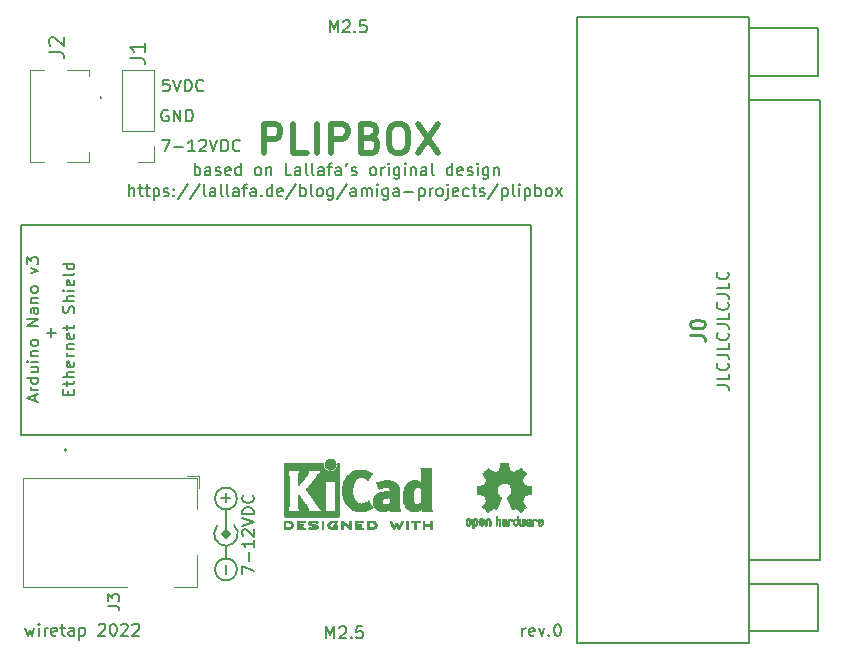
<source format=gbr>
%TF.GenerationSoftware,KiCad,Pcbnew,(5.1.6)-1*%
%TF.CreationDate,2022-10-27T10:48:03-04:00*%
%TF.ProjectId,plipbox-wiretap,706c6970-626f-4782-9d77-697265746170,rev?*%
%TF.SameCoordinates,Original*%
%TF.FileFunction,Legend,Top*%
%TF.FilePolarity,Positive*%
%FSLAX46Y46*%
G04 Gerber Fmt 4.6, Leading zero omitted, Abs format (unit mm)*
G04 Created by KiCad (PCBNEW (5.1.6)-1) date 2022-10-27 10:48:03*
%MOMM*%
%LPD*%
G01*
G04 APERTURE LIST*
%ADD10C,0.150000*%
%ADD11C,0.500000*%
%ADD12C,0.010000*%
%ADD13C,0.200000*%
%ADD14C,0.120000*%
%ADD15C,0.127000*%
%ADD16C,0.100000*%
%ADD17C,0.254000*%
G04 APERTURE END LIST*
D10*
X157760095Y-67736980D02*
X157760095Y-66736980D01*
X158188666Y-67736980D02*
X158188666Y-67213171D01*
X158141047Y-67117933D01*
X158045809Y-67070314D01*
X157902952Y-67070314D01*
X157807714Y-67117933D01*
X157760095Y-67165552D01*
X158522000Y-67070314D02*
X158902952Y-67070314D01*
X158664857Y-66736980D02*
X158664857Y-67594123D01*
X158712476Y-67689361D01*
X158807714Y-67736980D01*
X158902952Y-67736980D01*
X159093428Y-67070314D02*
X159474380Y-67070314D01*
X159236285Y-66736980D02*
X159236285Y-67594123D01*
X159283904Y-67689361D01*
X159379142Y-67736980D01*
X159474380Y-67736980D01*
X159807714Y-67070314D02*
X159807714Y-68070314D01*
X159807714Y-67117933D02*
X159902952Y-67070314D01*
X160093428Y-67070314D01*
X160188666Y-67117933D01*
X160236285Y-67165552D01*
X160283904Y-67260790D01*
X160283904Y-67546504D01*
X160236285Y-67641742D01*
X160188666Y-67689361D01*
X160093428Y-67736980D01*
X159902952Y-67736980D01*
X159807714Y-67689361D01*
X160664857Y-67689361D02*
X160760095Y-67736980D01*
X160950571Y-67736980D01*
X161045809Y-67689361D01*
X161093428Y-67594123D01*
X161093428Y-67546504D01*
X161045809Y-67451266D01*
X160950571Y-67403647D01*
X160807714Y-67403647D01*
X160712476Y-67356028D01*
X160664857Y-67260790D01*
X160664857Y-67213171D01*
X160712476Y-67117933D01*
X160807714Y-67070314D01*
X160950571Y-67070314D01*
X161045809Y-67117933D01*
X161522000Y-67641742D02*
X161569619Y-67689361D01*
X161522000Y-67736980D01*
X161474380Y-67689361D01*
X161522000Y-67641742D01*
X161522000Y-67736980D01*
X161522000Y-67117933D02*
X161569619Y-67165552D01*
X161522000Y-67213171D01*
X161474380Y-67165552D01*
X161522000Y-67117933D01*
X161522000Y-67213171D01*
X162712476Y-66689361D02*
X161855333Y-67975076D01*
X163760095Y-66689361D02*
X162902952Y-67975076D01*
X164236285Y-67736980D02*
X164141047Y-67689361D01*
X164093428Y-67594123D01*
X164093428Y-66736980D01*
X165045809Y-67736980D02*
X165045809Y-67213171D01*
X164998190Y-67117933D01*
X164902952Y-67070314D01*
X164712476Y-67070314D01*
X164617238Y-67117933D01*
X165045809Y-67689361D02*
X164950571Y-67736980D01*
X164712476Y-67736980D01*
X164617238Y-67689361D01*
X164569619Y-67594123D01*
X164569619Y-67498885D01*
X164617238Y-67403647D01*
X164712476Y-67356028D01*
X164950571Y-67356028D01*
X165045809Y-67308409D01*
X165664857Y-67736980D02*
X165569619Y-67689361D01*
X165522000Y-67594123D01*
X165522000Y-66736980D01*
X166188666Y-67736980D02*
X166093428Y-67689361D01*
X166045809Y-67594123D01*
X166045809Y-66736980D01*
X166998190Y-67736980D02*
X166998190Y-67213171D01*
X166950571Y-67117933D01*
X166855333Y-67070314D01*
X166664857Y-67070314D01*
X166569619Y-67117933D01*
X166998190Y-67689361D02*
X166902952Y-67736980D01*
X166664857Y-67736980D01*
X166569619Y-67689361D01*
X166522000Y-67594123D01*
X166522000Y-67498885D01*
X166569619Y-67403647D01*
X166664857Y-67356028D01*
X166902952Y-67356028D01*
X166998190Y-67308409D01*
X167331523Y-67070314D02*
X167712476Y-67070314D01*
X167474380Y-67736980D02*
X167474380Y-66879838D01*
X167522000Y-66784600D01*
X167617238Y-66736980D01*
X167712476Y-66736980D01*
X168474380Y-67736980D02*
X168474380Y-67213171D01*
X168426761Y-67117933D01*
X168331523Y-67070314D01*
X168141047Y-67070314D01*
X168045809Y-67117933D01*
X168474380Y-67689361D02*
X168379142Y-67736980D01*
X168141047Y-67736980D01*
X168045809Y-67689361D01*
X167998190Y-67594123D01*
X167998190Y-67498885D01*
X168045809Y-67403647D01*
X168141047Y-67356028D01*
X168379142Y-67356028D01*
X168474380Y-67308409D01*
X168950571Y-67641742D02*
X168998190Y-67689361D01*
X168950571Y-67736980D01*
X168902952Y-67689361D01*
X168950571Y-67641742D01*
X168950571Y-67736980D01*
X169855333Y-67736980D02*
X169855333Y-66736980D01*
X169855333Y-67689361D02*
X169760095Y-67736980D01*
X169569619Y-67736980D01*
X169474380Y-67689361D01*
X169426761Y-67641742D01*
X169379142Y-67546504D01*
X169379142Y-67260790D01*
X169426761Y-67165552D01*
X169474380Y-67117933D01*
X169569619Y-67070314D01*
X169760095Y-67070314D01*
X169855333Y-67117933D01*
X170712476Y-67689361D02*
X170617238Y-67736980D01*
X170426761Y-67736980D01*
X170331523Y-67689361D01*
X170283904Y-67594123D01*
X170283904Y-67213171D01*
X170331523Y-67117933D01*
X170426761Y-67070314D01*
X170617238Y-67070314D01*
X170712476Y-67117933D01*
X170760095Y-67213171D01*
X170760095Y-67308409D01*
X170283904Y-67403647D01*
X171902952Y-66689361D02*
X171045809Y-67975076D01*
X172236285Y-67736980D02*
X172236285Y-66736980D01*
X172236285Y-67117933D02*
X172331523Y-67070314D01*
X172522000Y-67070314D01*
X172617238Y-67117933D01*
X172664857Y-67165552D01*
X172712476Y-67260790D01*
X172712476Y-67546504D01*
X172664857Y-67641742D01*
X172617238Y-67689361D01*
X172522000Y-67736980D01*
X172331523Y-67736980D01*
X172236285Y-67689361D01*
X173283904Y-67736980D02*
X173188666Y-67689361D01*
X173141047Y-67594123D01*
X173141047Y-66736980D01*
X173807714Y-67736980D02*
X173712476Y-67689361D01*
X173664857Y-67641742D01*
X173617238Y-67546504D01*
X173617238Y-67260790D01*
X173664857Y-67165552D01*
X173712476Y-67117933D01*
X173807714Y-67070314D01*
X173950571Y-67070314D01*
X174045809Y-67117933D01*
X174093428Y-67165552D01*
X174141047Y-67260790D01*
X174141047Y-67546504D01*
X174093428Y-67641742D01*
X174045809Y-67689361D01*
X173950571Y-67736980D01*
X173807714Y-67736980D01*
X174998190Y-67070314D02*
X174998190Y-67879838D01*
X174950571Y-67975076D01*
X174902952Y-68022695D01*
X174807714Y-68070314D01*
X174664857Y-68070314D01*
X174569619Y-68022695D01*
X174998190Y-67689361D02*
X174902952Y-67736980D01*
X174712476Y-67736980D01*
X174617238Y-67689361D01*
X174569619Y-67641742D01*
X174522000Y-67546504D01*
X174522000Y-67260790D01*
X174569619Y-67165552D01*
X174617238Y-67117933D01*
X174712476Y-67070314D01*
X174902952Y-67070314D01*
X174998190Y-67117933D01*
X176188666Y-66689361D02*
X175331523Y-67975076D01*
X176950571Y-67736980D02*
X176950571Y-67213171D01*
X176902952Y-67117933D01*
X176807714Y-67070314D01*
X176617238Y-67070314D01*
X176522000Y-67117933D01*
X176950571Y-67689361D02*
X176855333Y-67736980D01*
X176617238Y-67736980D01*
X176522000Y-67689361D01*
X176474380Y-67594123D01*
X176474380Y-67498885D01*
X176522000Y-67403647D01*
X176617238Y-67356028D01*
X176855333Y-67356028D01*
X176950571Y-67308409D01*
X177426761Y-67736980D02*
X177426761Y-67070314D01*
X177426761Y-67165552D02*
X177474380Y-67117933D01*
X177569619Y-67070314D01*
X177712476Y-67070314D01*
X177807714Y-67117933D01*
X177855333Y-67213171D01*
X177855333Y-67736980D01*
X177855333Y-67213171D02*
X177902952Y-67117933D01*
X177998190Y-67070314D01*
X178141047Y-67070314D01*
X178236285Y-67117933D01*
X178283904Y-67213171D01*
X178283904Y-67736980D01*
X178760095Y-67736980D02*
X178760095Y-67070314D01*
X178760095Y-66736980D02*
X178712476Y-66784600D01*
X178760095Y-66832219D01*
X178807714Y-66784600D01*
X178760095Y-66736980D01*
X178760095Y-66832219D01*
X179664857Y-67070314D02*
X179664857Y-67879838D01*
X179617238Y-67975076D01*
X179569619Y-68022695D01*
X179474380Y-68070314D01*
X179331523Y-68070314D01*
X179236285Y-68022695D01*
X179664857Y-67689361D02*
X179569619Y-67736980D01*
X179379142Y-67736980D01*
X179283904Y-67689361D01*
X179236285Y-67641742D01*
X179188666Y-67546504D01*
X179188666Y-67260790D01*
X179236285Y-67165552D01*
X179283904Y-67117933D01*
X179379142Y-67070314D01*
X179569619Y-67070314D01*
X179664857Y-67117933D01*
X180569619Y-67736980D02*
X180569619Y-67213171D01*
X180522000Y-67117933D01*
X180426761Y-67070314D01*
X180236285Y-67070314D01*
X180141047Y-67117933D01*
X180569619Y-67689361D02*
X180474380Y-67736980D01*
X180236285Y-67736980D01*
X180141047Y-67689361D01*
X180093428Y-67594123D01*
X180093428Y-67498885D01*
X180141047Y-67403647D01*
X180236285Y-67356028D01*
X180474380Y-67356028D01*
X180569619Y-67308409D01*
X181045809Y-67356028D02*
X181807714Y-67356028D01*
X182283904Y-67070314D02*
X182283904Y-68070314D01*
X182283904Y-67117933D02*
X182379142Y-67070314D01*
X182569619Y-67070314D01*
X182664857Y-67117933D01*
X182712476Y-67165552D01*
X182760095Y-67260790D01*
X182760095Y-67546504D01*
X182712476Y-67641742D01*
X182664857Y-67689361D01*
X182569619Y-67736980D01*
X182379142Y-67736980D01*
X182283904Y-67689361D01*
X183188666Y-67736980D02*
X183188666Y-67070314D01*
X183188666Y-67260790D02*
X183236285Y-67165552D01*
X183283904Y-67117933D01*
X183379142Y-67070314D01*
X183474380Y-67070314D01*
X183950571Y-67736980D02*
X183855333Y-67689361D01*
X183807714Y-67641742D01*
X183760095Y-67546504D01*
X183760095Y-67260790D01*
X183807714Y-67165552D01*
X183855333Y-67117933D01*
X183950571Y-67070314D01*
X184093428Y-67070314D01*
X184188666Y-67117933D01*
X184236285Y-67165552D01*
X184283904Y-67260790D01*
X184283904Y-67546504D01*
X184236285Y-67641742D01*
X184188666Y-67689361D01*
X184093428Y-67736980D01*
X183950571Y-67736980D01*
X184712476Y-67070314D02*
X184712476Y-67927457D01*
X184664857Y-68022695D01*
X184569619Y-68070314D01*
X184522000Y-68070314D01*
X184712476Y-66736980D02*
X184664857Y-66784600D01*
X184712476Y-66832219D01*
X184760095Y-66784600D01*
X184712476Y-66736980D01*
X184712476Y-66832219D01*
X185569619Y-67689361D02*
X185474380Y-67736980D01*
X185283904Y-67736980D01*
X185188666Y-67689361D01*
X185141047Y-67594123D01*
X185141047Y-67213171D01*
X185188666Y-67117933D01*
X185283904Y-67070314D01*
X185474380Y-67070314D01*
X185569619Y-67117933D01*
X185617238Y-67213171D01*
X185617238Y-67308409D01*
X185141047Y-67403647D01*
X186474380Y-67689361D02*
X186379142Y-67736980D01*
X186188666Y-67736980D01*
X186093428Y-67689361D01*
X186045809Y-67641742D01*
X185998190Y-67546504D01*
X185998190Y-67260790D01*
X186045809Y-67165552D01*
X186093428Y-67117933D01*
X186188666Y-67070314D01*
X186379142Y-67070314D01*
X186474380Y-67117933D01*
X186760095Y-67070314D02*
X187141047Y-67070314D01*
X186902952Y-66736980D02*
X186902952Y-67594123D01*
X186950571Y-67689361D01*
X187045809Y-67736980D01*
X187141047Y-67736980D01*
X187426761Y-67689361D02*
X187522000Y-67736980D01*
X187712476Y-67736980D01*
X187807714Y-67689361D01*
X187855333Y-67594123D01*
X187855333Y-67546504D01*
X187807714Y-67451266D01*
X187712476Y-67403647D01*
X187569619Y-67403647D01*
X187474380Y-67356028D01*
X187426761Y-67260790D01*
X187426761Y-67213171D01*
X187474380Y-67117933D01*
X187569619Y-67070314D01*
X187712476Y-67070314D01*
X187807714Y-67117933D01*
X188998190Y-66689361D02*
X188141047Y-67975076D01*
X189331523Y-67070314D02*
X189331523Y-68070314D01*
X189331523Y-67117933D02*
X189426761Y-67070314D01*
X189617238Y-67070314D01*
X189712476Y-67117933D01*
X189760095Y-67165552D01*
X189807714Y-67260790D01*
X189807714Y-67546504D01*
X189760095Y-67641742D01*
X189712476Y-67689361D01*
X189617238Y-67736980D01*
X189426761Y-67736980D01*
X189331523Y-67689361D01*
X190379142Y-67736980D02*
X190283904Y-67689361D01*
X190236285Y-67594123D01*
X190236285Y-66736980D01*
X190760095Y-67736980D02*
X190760095Y-67070314D01*
X190760095Y-66736980D02*
X190712476Y-66784600D01*
X190760095Y-66832219D01*
X190807714Y-66784600D01*
X190760095Y-66736980D01*
X190760095Y-66832219D01*
X191236285Y-67070314D02*
X191236285Y-68070314D01*
X191236285Y-67117933D02*
X191331523Y-67070314D01*
X191522000Y-67070314D01*
X191617238Y-67117933D01*
X191664857Y-67165552D01*
X191712476Y-67260790D01*
X191712476Y-67546504D01*
X191664857Y-67641742D01*
X191617238Y-67689361D01*
X191522000Y-67736980D01*
X191331523Y-67736980D01*
X191236285Y-67689361D01*
X192141047Y-67736980D02*
X192141047Y-66736980D01*
X192141047Y-67117933D02*
X192236285Y-67070314D01*
X192426761Y-67070314D01*
X192522000Y-67117933D01*
X192569619Y-67165552D01*
X192617238Y-67260790D01*
X192617238Y-67546504D01*
X192569619Y-67641742D01*
X192522000Y-67689361D01*
X192426761Y-67736980D01*
X192236285Y-67736980D01*
X192141047Y-67689361D01*
X193188666Y-67736980D02*
X193093428Y-67689361D01*
X193045809Y-67641742D01*
X192998190Y-67546504D01*
X192998190Y-67260790D01*
X193045809Y-67165552D01*
X193093428Y-67117933D01*
X193188666Y-67070314D01*
X193331523Y-67070314D01*
X193426761Y-67117933D01*
X193474380Y-67165552D01*
X193522000Y-67260790D01*
X193522000Y-67546504D01*
X193474380Y-67641742D01*
X193426761Y-67689361D01*
X193331523Y-67736980D01*
X193188666Y-67736980D01*
X193855333Y-67736980D02*
X194379142Y-67070314D01*
X193855333Y-67070314D02*
X194379142Y-67736980D01*
X163293447Y-65958980D02*
X163293447Y-64958980D01*
X163293447Y-65339933D02*
X163388685Y-65292314D01*
X163579161Y-65292314D01*
X163674400Y-65339933D01*
X163722019Y-65387552D01*
X163769638Y-65482790D01*
X163769638Y-65768504D01*
X163722019Y-65863742D01*
X163674400Y-65911361D01*
X163579161Y-65958980D01*
X163388685Y-65958980D01*
X163293447Y-65911361D01*
X164626780Y-65958980D02*
X164626780Y-65435171D01*
X164579161Y-65339933D01*
X164483923Y-65292314D01*
X164293447Y-65292314D01*
X164198209Y-65339933D01*
X164626780Y-65911361D02*
X164531542Y-65958980D01*
X164293447Y-65958980D01*
X164198209Y-65911361D01*
X164150590Y-65816123D01*
X164150590Y-65720885D01*
X164198209Y-65625647D01*
X164293447Y-65578028D01*
X164531542Y-65578028D01*
X164626780Y-65530409D01*
X165055352Y-65911361D02*
X165150590Y-65958980D01*
X165341066Y-65958980D01*
X165436304Y-65911361D01*
X165483923Y-65816123D01*
X165483923Y-65768504D01*
X165436304Y-65673266D01*
X165341066Y-65625647D01*
X165198209Y-65625647D01*
X165102971Y-65578028D01*
X165055352Y-65482790D01*
X165055352Y-65435171D01*
X165102971Y-65339933D01*
X165198209Y-65292314D01*
X165341066Y-65292314D01*
X165436304Y-65339933D01*
X166293447Y-65911361D02*
X166198209Y-65958980D01*
X166007733Y-65958980D01*
X165912495Y-65911361D01*
X165864876Y-65816123D01*
X165864876Y-65435171D01*
X165912495Y-65339933D01*
X166007733Y-65292314D01*
X166198209Y-65292314D01*
X166293447Y-65339933D01*
X166341066Y-65435171D01*
X166341066Y-65530409D01*
X165864876Y-65625647D01*
X167198209Y-65958980D02*
X167198209Y-64958980D01*
X167198209Y-65911361D02*
X167102971Y-65958980D01*
X166912495Y-65958980D01*
X166817257Y-65911361D01*
X166769638Y-65863742D01*
X166722019Y-65768504D01*
X166722019Y-65482790D01*
X166769638Y-65387552D01*
X166817257Y-65339933D01*
X166912495Y-65292314D01*
X167102971Y-65292314D01*
X167198209Y-65339933D01*
X168579161Y-65958980D02*
X168483923Y-65911361D01*
X168436304Y-65863742D01*
X168388685Y-65768504D01*
X168388685Y-65482790D01*
X168436304Y-65387552D01*
X168483923Y-65339933D01*
X168579161Y-65292314D01*
X168722019Y-65292314D01*
X168817257Y-65339933D01*
X168864876Y-65387552D01*
X168912495Y-65482790D01*
X168912495Y-65768504D01*
X168864876Y-65863742D01*
X168817257Y-65911361D01*
X168722019Y-65958980D01*
X168579161Y-65958980D01*
X169341066Y-65292314D02*
X169341066Y-65958980D01*
X169341066Y-65387552D02*
X169388685Y-65339933D01*
X169483923Y-65292314D01*
X169626780Y-65292314D01*
X169722019Y-65339933D01*
X169769638Y-65435171D01*
X169769638Y-65958980D01*
X171483923Y-65958980D02*
X171007733Y-65958980D01*
X171007733Y-64958980D01*
X172245828Y-65958980D02*
X172245828Y-65435171D01*
X172198209Y-65339933D01*
X172102971Y-65292314D01*
X171912495Y-65292314D01*
X171817257Y-65339933D01*
X172245828Y-65911361D02*
X172150590Y-65958980D01*
X171912495Y-65958980D01*
X171817257Y-65911361D01*
X171769638Y-65816123D01*
X171769638Y-65720885D01*
X171817257Y-65625647D01*
X171912495Y-65578028D01*
X172150590Y-65578028D01*
X172245828Y-65530409D01*
X172864876Y-65958980D02*
X172769638Y-65911361D01*
X172722019Y-65816123D01*
X172722019Y-64958980D01*
X173388685Y-65958980D02*
X173293447Y-65911361D01*
X173245828Y-65816123D01*
X173245828Y-64958980D01*
X174198209Y-65958980D02*
X174198209Y-65435171D01*
X174150590Y-65339933D01*
X174055352Y-65292314D01*
X173864876Y-65292314D01*
X173769638Y-65339933D01*
X174198209Y-65911361D02*
X174102971Y-65958980D01*
X173864876Y-65958980D01*
X173769638Y-65911361D01*
X173722019Y-65816123D01*
X173722019Y-65720885D01*
X173769638Y-65625647D01*
X173864876Y-65578028D01*
X174102971Y-65578028D01*
X174198209Y-65530409D01*
X174531542Y-65292314D02*
X174912495Y-65292314D01*
X174674400Y-65958980D02*
X174674400Y-65101838D01*
X174722019Y-65006600D01*
X174817257Y-64958980D01*
X174912495Y-64958980D01*
X175674400Y-65958980D02*
X175674400Y-65435171D01*
X175626780Y-65339933D01*
X175531542Y-65292314D01*
X175341066Y-65292314D01*
X175245828Y-65339933D01*
X175674400Y-65911361D02*
X175579161Y-65958980D01*
X175341066Y-65958980D01*
X175245828Y-65911361D01*
X175198209Y-65816123D01*
X175198209Y-65720885D01*
X175245828Y-65625647D01*
X175341066Y-65578028D01*
X175579161Y-65578028D01*
X175674400Y-65530409D01*
X176198209Y-64958980D02*
X176102971Y-65149457D01*
X176579161Y-65911361D02*
X176674400Y-65958980D01*
X176864876Y-65958980D01*
X176960114Y-65911361D01*
X177007733Y-65816123D01*
X177007733Y-65768504D01*
X176960114Y-65673266D01*
X176864876Y-65625647D01*
X176722019Y-65625647D01*
X176626780Y-65578028D01*
X176579161Y-65482790D01*
X176579161Y-65435171D01*
X176626780Y-65339933D01*
X176722019Y-65292314D01*
X176864876Y-65292314D01*
X176960114Y-65339933D01*
X178341066Y-65958980D02*
X178245828Y-65911361D01*
X178198209Y-65863742D01*
X178150590Y-65768504D01*
X178150590Y-65482790D01*
X178198209Y-65387552D01*
X178245828Y-65339933D01*
X178341066Y-65292314D01*
X178483923Y-65292314D01*
X178579161Y-65339933D01*
X178626780Y-65387552D01*
X178674400Y-65482790D01*
X178674400Y-65768504D01*
X178626780Y-65863742D01*
X178579161Y-65911361D01*
X178483923Y-65958980D01*
X178341066Y-65958980D01*
X179102971Y-65958980D02*
X179102971Y-65292314D01*
X179102971Y-65482790D02*
X179150590Y-65387552D01*
X179198209Y-65339933D01*
X179293447Y-65292314D01*
X179388685Y-65292314D01*
X179722019Y-65958980D02*
X179722019Y-65292314D01*
X179722019Y-64958980D02*
X179674400Y-65006600D01*
X179722019Y-65054219D01*
X179769638Y-65006600D01*
X179722019Y-64958980D01*
X179722019Y-65054219D01*
X180626780Y-65292314D02*
X180626780Y-66101838D01*
X180579161Y-66197076D01*
X180531542Y-66244695D01*
X180436304Y-66292314D01*
X180293447Y-66292314D01*
X180198209Y-66244695D01*
X180626780Y-65911361D02*
X180531542Y-65958980D01*
X180341066Y-65958980D01*
X180245828Y-65911361D01*
X180198209Y-65863742D01*
X180150590Y-65768504D01*
X180150590Y-65482790D01*
X180198209Y-65387552D01*
X180245828Y-65339933D01*
X180341066Y-65292314D01*
X180531542Y-65292314D01*
X180626780Y-65339933D01*
X181102971Y-65958980D02*
X181102971Y-65292314D01*
X181102971Y-64958980D02*
X181055352Y-65006600D01*
X181102971Y-65054219D01*
X181150590Y-65006600D01*
X181102971Y-64958980D01*
X181102971Y-65054219D01*
X181579161Y-65292314D02*
X181579161Y-65958980D01*
X181579161Y-65387552D02*
X181626780Y-65339933D01*
X181722019Y-65292314D01*
X181864876Y-65292314D01*
X181960114Y-65339933D01*
X182007733Y-65435171D01*
X182007733Y-65958980D01*
X182912495Y-65958980D02*
X182912495Y-65435171D01*
X182864876Y-65339933D01*
X182769638Y-65292314D01*
X182579161Y-65292314D01*
X182483923Y-65339933D01*
X182912495Y-65911361D02*
X182817257Y-65958980D01*
X182579161Y-65958980D01*
X182483923Y-65911361D01*
X182436304Y-65816123D01*
X182436304Y-65720885D01*
X182483923Y-65625647D01*
X182579161Y-65578028D01*
X182817257Y-65578028D01*
X182912495Y-65530409D01*
X183531542Y-65958980D02*
X183436304Y-65911361D01*
X183388685Y-65816123D01*
X183388685Y-64958980D01*
X185102971Y-65958980D02*
X185102971Y-64958980D01*
X185102971Y-65911361D02*
X185007733Y-65958980D01*
X184817257Y-65958980D01*
X184722019Y-65911361D01*
X184674400Y-65863742D01*
X184626780Y-65768504D01*
X184626780Y-65482790D01*
X184674400Y-65387552D01*
X184722019Y-65339933D01*
X184817257Y-65292314D01*
X185007733Y-65292314D01*
X185102971Y-65339933D01*
X185960114Y-65911361D02*
X185864876Y-65958980D01*
X185674400Y-65958980D01*
X185579161Y-65911361D01*
X185531542Y-65816123D01*
X185531542Y-65435171D01*
X185579161Y-65339933D01*
X185674400Y-65292314D01*
X185864876Y-65292314D01*
X185960114Y-65339933D01*
X186007733Y-65435171D01*
X186007733Y-65530409D01*
X185531542Y-65625647D01*
X186388685Y-65911361D02*
X186483923Y-65958980D01*
X186674400Y-65958980D01*
X186769638Y-65911361D01*
X186817257Y-65816123D01*
X186817257Y-65768504D01*
X186769638Y-65673266D01*
X186674400Y-65625647D01*
X186531542Y-65625647D01*
X186436304Y-65578028D01*
X186388685Y-65482790D01*
X186388685Y-65435171D01*
X186436304Y-65339933D01*
X186531542Y-65292314D01*
X186674400Y-65292314D01*
X186769638Y-65339933D01*
X187245828Y-65958980D02*
X187245828Y-65292314D01*
X187245828Y-64958980D02*
X187198209Y-65006600D01*
X187245828Y-65054219D01*
X187293447Y-65006600D01*
X187245828Y-64958980D01*
X187245828Y-65054219D01*
X188150590Y-65292314D02*
X188150590Y-66101838D01*
X188102971Y-66197076D01*
X188055352Y-66244695D01*
X187960114Y-66292314D01*
X187817257Y-66292314D01*
X187722019Y-66244695D01*
X188150590Y-65911361D02*
X188055352Y-65958980D01*
X187864876Y-65958980D01*
X187769638Y-65911361D01*
X187722019Y-65863742D01*
X187674400Y-65768504D01*
X187674400Y-65482790D01*
X187722019Y-65387552D01*
X187769638Y-65339933D01*
X187864876Y-65292314D01*
X188055352Y-65292314D01*
X188150590Y-65339933D01*
X188626780Y-65292314D02*
X188626780Y-65958980D01*
X188626780Y-65387552D02*
X188674400Y-65339933D01*
X188769638Y-65292314D01*
X188912495Y-65292314D01*
X189007733Y-65339933D01*
X189055352Y-65435171D01*
X189055352Y-65958980D01*
D11*
X169115695Y-64097552D02*
X169115695Y-61597552D01*
X170068076Y-61597552D01*
X170306171Y-61716600D01*
X170425219Y-61835647D01*
X170544266Y-62073742D01*
X170544266Y-62430885D01*
X170425219Y-62668980D01*
X170306171Y-62788028D01*
X170068076Y-62907076D01*
X169115695Y-62907076D01*
X172806171Y-64097552D02*
X171615695Y-64097552D01*
X171615695Y-61597552D01*
X173639504Y-64097552D02*
X173639504Y-61597552D01*
X174829980Y-64097552D02*
X174829980Y-61597552D01*
X175782361Y-61597552D01*
X176020457Y-61716600D01*
X176139504Y-61835647D01*
X176258552Y-62073742D01*
X176258552Y-62430885D01*
X176139504Y-62668980D01*
X176020457Y-62788028D01*
X175782361Y-62907076D01*
X174829980Y-62907076D01*
X178163314Y-62788028D02*
X178520457Y-62907076D01*
X178639504Y-63026123D01*
X178758552Y-63264219D01*
X178758552Y-63621361D01*
X178639504Y-63859457D01*
X178520457Y-63978504D01*
X178282361Y-64097552D01*
X177329980Y-64097552D01*
X177329980Y-61597552D01*
X178163314Y-61597552D01*
X178401409Y-61716600D01*
X178520457Y-61835647D01*
X178639504Y-62073742D01*
X178639504Y-62311838D01*
X178520457Y-62549933D01*
X178401409Y-62668980D01*
X178163314Y-62788028D01*
X177329980Y-62788028D01*
X180306171Y-61597552D02*
X180782361Y-61597552D01*
X181020457Y-61716600D01*
X181258552Y-61954695D01*
X181377600Y-62430885D01*
X181377600Y-63264219D01*
X181258552Y-63740409D01*
X181020457Y-63978504D01*
X180782361Y-64097552D01*
X180306171Y-64097552D01*
X180068076Y-63978504D01*
X179829980Y-63740409D01*
X179710933Y-63264219D01*
X179710933Y-62430885D01*
X179829980Y-61954695D01*
X180068076Y-61716600D01*
X180306171Y-61597552D01*
X182210933Y-61597552D02*
X183877600Y-64097552D01*
X183877600Y-61597552D02*
X182210933Y-64097552D01*
D10*
X191038361Y-104973380D02*
X191038361Y-104306714D01*
X191038361Y-104497190D02*
X191085980Y-104401952D01*
X191133600Y-104354333D01*
X191228838Y-104306714D01*
X191324076Y-104306714D01*
X192038361Y-104925761D02*
X191943123Y-104973380D01*
X191752647Y-104973380D01*
X191657409Y-104925761D01*
X191609790Y-104830523D01*
X191609790Y-104449571D01*
X191657409Y-104354333D01*
X191752647Y-104306714D01*
X191943123Y-104306714D01*
X192038361Y-104354333D01*
X192085980Y-104449571D01*
X192085980Y-104544809D01*
X191609790Y-104640047D01*
X192419314Y-104306714D02*
X192657409Y-104973380D01*
X192895504Y-104306714D01*
X193276457Y-104878142D02*
X193324076Y-104925761D01*
X193276457Y-104973380D01*
X193228838Y-104925761D01*
X193276457Y-104878142D01*
X193276457Y-104973380D01*
X193943123Y-103973380D02*
X194038361Y-103973380D01*
X194133600Y-104021000D01*
X194181219Y-104068619D01*
X194228838Y-104163857D01*
X194276457Y-104354333D01*
X194276457Y-104592428D01*
X194228838Y-104782904D01*
X194181219Y-104878142D01*
X194133600Y-104925761D01*
X194038361Y-104973380D01*
X193943123Y-104973380D01*
X193847885Y-104925761D01*
X193800266Y-104878142D01*
X193752647Y-104782904D01*
X193705028Y-104592428D01*
X193705028Y-104354333D01*
X193752647Y-104163857D01*
X193800266Y-104068619D01*
X193847885Y-104021000D01*
X193943123Y-103973380D01*
X148963666Y-104281314D02*
X149154142Y-104947980D01*
X149344619Y-104471790D01*
X149535095Y-104947980D01*
X149725571Y-104281314D01*
X150106523Y-104947980D02*
X150106523Y-104281314D01*
X150106523Y-103947980D02*
X150058904Y-103995600D01*
X150106523Y-104043219D01*
X150154142Y-103995600D01*
X150106523Y-103947980D01*
X150106523Y-104043219D01*
X150582714Y-104947980D02*
X150582714Y-104281314D01*
X150582714Y-104471790D02*
X150630333Y-104376552D01*
X150677952Y-104328933D01*
X150773190Y-104281314D01*
X150868428Y-104281314D01*
X151582714Y-104900361D02*
X151487476Y-104947980D01*
X151297000Y-104947980D01*
X151201761Y-104900361D01*
X151154142Y-104805123D01*
X151154142Y-104424171D01*
X151201761Y-104328933D01*
X151297000Y-104281314D01*
X151487476Y-104281314D01*
X151582714Y-104328933D01*
X151630333Y-104424171D01*
X151630333Y-104519409D01*
X151154142Y-104614647D01*
X151916047Y-104281314D02*
X152297000Y-104281314D01*
X152058904Y-103947980D02*
X152058904Y-104805123D01*
X152106523Y-104900361D01*
X152201761Y-104947980D01*
X152297000Y-104947980D01*
X153058904Y-104947980D02*
X153058904Y-104424171D01*
X153011285Y-104328933D01*
X152916047Y-104281314D01*
X152725571Y-104281314D01*
X152630333Y-104328933D01*
X153058904Y-104900361D02*
X152963666Y-104947980D01*
X152725571Y-104947980D01*
X152630333Y-104900361D01*
X152582714Y-104805123D01*
X152582714Y-104709885D01*
X152630333Y-104614647D01*
X152725571Y-104567028D01*
X152963666Y-104567028D01*
X153058904Y-104519409D01*
X153535095Y-104281314D02*
X153535095Y-105281314D01*
X153535095Y-104328933D02*
X153630333Y-104281314D01*
X153820809Y-104281314D01*
X153916047Y-104328933D01*
X153963666Y-104376552D01*
X154011285Y-104471790D01*
X154011285Y-104757504D01*
X153963666Y-104852742D01*
X153916047Y-104900361D01*
X153820809Y-104947980D01*
X153630333Y-104947980D01*
X153535095Y-104900361D01*
X155154142Y-104043219D02*
X155201761Y-103995600D01*
X155297000Y-103947980D01*
X155535095Y-103947980D01*
X155630333Y-103995600D01*
X155677952Y-104043219D01*
X155725571Y-104138457D01*
X155725571Y-104233695D01*
X155677952Y-104376552D01*
X155106523Y-104947980D01*
X155725571Y-104947980D01*
X156344619Y-103947980D02*
X156439857Y-103947980D01*
X156535095Y-103995600D01*
X156582714Y-104043219D01*
X156630333Y-104138457D01*
X156677952Y-104328933D01*
X156677952Y-104567028D01*
X156630333Y-104757504D01*
X156582714Y-104852742D01*
X156535095Y-104900361D01*
X156439857Y-104947980D01*
X156344619Y-104947980D01*
X156249380Y-104900361D01*
X156201761Y-104852742D01*
X156154142Y-104757504D01*
X156106523Y-104567028D01*
X156106523Y-104328933D01*
X156154142Y-104138457D01*
X156201761Y-104043219D01*
X156249380Y-103995600D01*
X156344619Y-103947980D01*
X157058904Y-104043219D02*
X157106523Y-103995600D01*
X157201761Y-103947980D01*
X157439857Y-103947980D01*
X157535095Y-103995600D01*
X157582714Y-104043219D01*
X157630333Y-104138457D01*
X157630333Y-104233695D01*
X157582714Y-104376552D01*
X157011285Y-104947980D01*
X157630333Y-104947980D01*
X158011285Y-104043219D02*
X158058904Y-103995600D01*
X158154142Y-103947980D01*
X158392238Y-103947980D01*
X158487476Y-103995600D01*
X158535095Y-104043219D01*
X158582714Y-104138457D01*
X158582714Y-104233695D01*
X158535095Y-104376552D01*
X157963666Y-104947980D01*
X158582714Y-104947980D01*
X167295580Y-99700933D02*
X167295580Y-99034266D01*
X168295580Y-99462838D01*
X167914628Y-98653314D02*
X167914628Y-97891409D01*
X168295580Y-96891409D02*
X168295580Y-97462838D01*
X168295580Y-97177123D02*
X167295580Y-97177123D01*
X167438438Y-97272361D01*
X167533676Y-97367600D01*
X167581295Y-97462838D01*
X167390819Y-96510457D02*
X167343200Y-96462838D01*
X167295580Y-96367600D01*
X167295580Y-96129504D01*
X167343200Y-96034266D01*
X167390819Y-95986647D01*
X167486057Y-95939028D01*
X167581295Y-95939028D01*
X167724152Y-95986647D01*
X168295580Y-96558076D01*
X168295580Y-95939028D01*
X167295580Y-95653314D02*
X168295580Y-95319980D01*
X167295580Y-94986647D01*
X168295580Y-94653314D02*
X167295580Y-94653314D01*
X167295580Y-94415219D01*
X167343200Y-94272361D01*
X167438438Y-94177123D01*
X167533676Y-94129504D01*
X167724152Y-94081885D01*
X167867009Y-94081885D01*
X168057485Y-94129504D01*
X168152723Y-94177123D01*
X168247961Y-94272361D01*
X168295580Y-94415219D01*
X168295580Y-94653314D01*
X168200342Y-93081885D02*
X168247961Y-93129504D01*
X168295580Y-93272361D01*
X168295580Y-93367600D01*
X168247961Y-93510457D01*
X168152723Y-93605695D01*
X168057485Y-93653314D01*
X167867009Y-93700933D01*
X167724152Y-93700933D01*
X167533676Y-93653314D01*
X167438438Y-93605695D01*
X167343200Y-93510457D01*
X167295580Y-93367600D01*
X167295580Y-93272361D01*
X167343200Y-93129504D01*
X167390819Y-93081885D01*
X165933428Y-99771152D02*
X165933428Y-99009247D01*
X165557247Y-93264028D02*
X166319152Y-93264028D01*
X165938200Y-93644980D02*
X165938200Y-92883076D01*
X174447390Y-105176580D02*
X174447390Y-104176580D01*
X174780723Y-104890866D01*
X175114057Y-104176580D01*
X175114057Y-105176580D01*
X175542628Y-104271819D02*
X175590247Y-104224200D01*
X175685485Y-104176580D01*
X175923580Y-104176580D01*
X176018819Y-104224200D01*
X176066438Y-104271819D01*
X176114057Y-104367057D01*
X176114057Y-104462295D01*
X176066438Y-104605152D01*
X175495009Y-105176580D01*
X176114057Y-105176580D01*
X176542628Y-105081342D02*
X176590247Y-105128961D01*
X176542628Y-105176580D01*
X176495009Y-105128961D01*
X176542628Y-105081342D01*
X176542628Y-105176580D01*
X177495009Y-104176580D02*
X177018819Y-104176580D01*
X176971200Y-104652771D01*
X177018819Y-104605152D01*
X177114057Y-104557533D01*
X177352152Y-104557533D01*
X177447390Y-104605152D01*
X177495009Y-104652771D01*
X177542628Y-104748009D01*
X177542628Y-104986104D01*
X177495009Y-105081342D01*
X177447390Y-105128961D01*
X177352152Y-105176580D01*
X177114057Y-105176580D01*
X177018819Y-105128961D01*
X176971200Y-105081342D01*
X174752190Y-53868580D02*
X174752190Y-52868580D01*
X175085523Y-53582866D01*
X175418857Y-52868580D01*
X175418857Y-53868580D01*
X175847428Y-52963819D02*
X175895047Y-52916200D01*
X175990285Y-52868580D01*
X176228380Y-52868580D01*
X176323619Y-52916200D01*
X176371238Y-52963819D01*
X176418857Y-53059057D01*
X176418857Y-53154295D01*
X176371238Y-53297152D01*
X175799809Y-53868580D01*
X176418857Y-53868580D01*
X176847428Y-53773342D02*
X176895047Y-53820961D01*
X176847428Y-53868580D01*
X176799809Y-53820961D01*
X176847428Y-53773342D01*
X176847428Y-53868580D01*
X177799809Y-52868580D02*
X177323619Y-52868580D01*
X177276000Y-53344771D01*
X177323619Y-53297152D01*
X177418857Y-53249533D01*
X177656952Y-53249533D01*
X177752190Y-53297152D01*
X177799809Y-53344771D01*
X177847428Y-53440009D01*
X177847428Y-53678104D01*
X177799809Y-53773342D01*
X177752190Y-53820961D01*
X177656952Y-53868580D01*
X177418857Y-53868580D01*
X177323619Y-53820961D01*
X177276000Y-53773342D01*
X150749047Y-79319428D02*
X151510952Y-79319428D01*
X151130000Y-79700380D02*
X151130000Y-78938476D01*
X152582571Y-84541619D02*
X152582571Y-84208285D01*
X153106380Y-84065428D02*
X153106380Y-84541619D01*
X152106380Y-84541619D01*
X152106380Y-84065428D01*
X152439714Y-83779714D02*
X152439714Y-83398761D01*
X152106380Y-83636857D02*
X152963523Y-83636857D01*
X153058761Y-83589238D01*
X153106380Y-83494000D01*
X153106380Y-83398761D01*
X153106380Y-83065428D02*
X152106380Y-83065428D01*
X153106380Y-82636857D02*
X152582571Y-82636857D01*
X152487333Y-82684476D01*
X152439714Y-82779714D01*
X152439714Y-82922571D01*
X152487333Y-83017809D01*
X152534952Y-83065428D01*
X153058761Y-81779714D02*
X153106380Y-81874952D01*
X153106380Y-82065428D01*
X153058761Y-82160666D01*
X152963523Y-82208285D01*
X152582571Y-82208285D01*
X152487333Y-82160666D01*
X152439714Y-82065428D01*
X152439714Y-81874952D01*
X152487333Y-81779714D01*
X152582571Y-81732095D01*
X152677809Y-81732095D01*
X152773047Y-82208285D01*
X153106380Y-81303523D02*
X152439714Y-81303523D01*
X152630190Y-81303523D02*
X152534952Y-81255904D01*
X152487333Y-81208285D01*
X152439714Y-81113047D01*
X152439714Y-81017809D01*
X152439714Y-80684476D02*
X153106380Y-80684476D01*
X152534952Y-80684476D02*
X152487333Y-80636857D01*
X152439714Y-80541619D01*
X152439714Y-80398761D01*
X152487333Y-80303523D01*
X152582571Y-80255904D01*
X153106380Y-80255904D01*
X153058761Y-79398761D02*
X153106380Y-79494000D01*
X153106380Y-79684476D01*
X153058761Y-79779714D01*
X152963523Y-79827333D01*
X152582571Y-79827333D01*
X152487333Y-79779714D01*
X152439714Y-79684476D01*
X152439714Y-79494000D01*
X152487333Y-79398761D01*
X152582571Y-79351142D01*
X152677809Y-79351142D01*
X152773047Y-79827333D01*
X152439714Y-79065428D02*
X152439714Y-78684476D01*
X152106380Y-78922571D02*
X152963523Y-78922571D01*
X153058761Y-78874952D01*
X153106380Y-78779714D01*
X153106380Y-78684476D01*
X153058761Y-77636857D02*
X153106380Y-77494000D01*
X153106380Y-77255904D01*
X153058761Y-77160666D01*
X153011142Y-77113047D01*
X152915904Y-77065428D01*
X152820666Y-77065428D01*
X152725428Y-77113047D01*
X152677809Y-77160666D01*
X152630190Y-77255904D01*
X152582571Y-77446380D01*
X152534952Y-77541619D01*
X152487333Y-77589238D01*
X152392095Y-77636857D01*
X152296857Y-77636857D01*
X152201619Y-77589238D01*
X152154000Y-77541619D01*
X152106380Y-77446380D01*
X152106380Y-77208285D01*
X152154000Y-77065428D01*
X153106380Y-76636857D02*
X152106380Y-76636857D01*
X153106380Y-76208285D02*
X152582571Y-76208285D01*
X152487333Y-76255904D01*
X152439714Y-76351142D01*
X152439714Y-76494000D01*
X152487333Y-76589238D01*
X152534952Y-76636857D01*
X153106380Y-75732095D02*
X152439714Y-75732095D01*
X152106380Y-75732095D02*
X152154000Y-75779714D01*
X152201619Y-75732095D01*
X152154000Y-75684476D01*
X152106380Y-75732095D01*
X152201619Y-75732095D01*
X153058761Y-74874952D02*
X153106380Y-74970190D01*
X153106380Y-75160666D01*
X153058761Y-75255904D01*
X152963523Y-75303523D01*
X152582571Y-75303523D01*
X152487333Y-75255904D01*
X152439714Y-75160666D01*
X152439714Y-74970190D01*
X152487333Y-74874952D01*
X152582571Y-74827333D01*
X152677809Y-74827333D01*
X152773047Y-75303523D01*
X153106380Y-74255904D02*
X153058761Y-74351142D01*
X152963523Y-74398761D01*
X152106380Y-74398761D01*
X153106380Y-73446380D02*
X152106380Y-73446380D01*
X153058761Y-73446380D02*
X153106380Y-73541619D01*
X153106380Y-73732095D01*
X153058761Y-73827333D01*
X153011142Y-73874952D01*
X152915904Y-73922571D01*
X152630190Y-73922571D01*
X152534952Y-73874952D01*
X152487333Y-73827333D01*
X152439714Y-73732095D01*
X152439714Y-73541619D01*
X152487333Y-73446380D01*
X149772666Y-85089238D02*
X149772666Y-84613047D01*
X150058380Y-85184476D02*
X149058380Y-84851142D01*
X150058380Y-84517809D01*
X150058380Y-84184476D02*
X149391714Y-84184476D01*
X149582190Y-84184476D02*
X149486952Y-84136857D01*
X149439333Y-84089238D01*
X149391714Y-83994000D01*
X149391714Y-83898761D01*
X150058380Y-83136857D02*
X149058380Y-83136857D01*
X150010761Y-83136857D02*
X150058380Y-83232095D01*
X150058380Y-83422571D01*
X150010761Y-83517809D01*
X149963142Y-83565428D01*
X149867904Y-83613047D01*
X149582190Y-83613047D01*
X149486952Y-83565428D01*
X149439333Y-83517809D01*
X149391714Y-83422571D01*
X149391714Y-83232095D01*
X149439333Y-83136857D01*
X149391714Y-82232095D02*
X150058380Y-82232095D01*
X149391714Y-82660666D02*
X149915523Y-82660666D01*
X150010761Y-82613047D01*
X150058380Y-82517809D01*
X150058380Y-82374952D01*
X150010761Y-82279714D01*
X149963142Y-82232095D01*
X150058380Y-81755904D02*
X149391714Y-81755904D01*
X149058380Y-81755904D02*
X149106000Y-81803523D01*
X149153619Y-81755904D01*
X149106000Y-81708285D01*
X149058380Y-81755904D01*
X149153619Y-81755904D01*
X149391714Y-81279714D02*
X150058380Y-81279714D01*
X149486952Y-81279714D02*
X149439333Y-81232095D01*
X149391714Y-81136857D01*
X149391714Y-80994000D01*
X149439333Y-80898761D01*
X149534571Y-80851142D01*
X150058380Y-80851142D01*
X150058380Y-80232095D02*
X150010761Y-80327333D01*
X149963142Y-80374952D01*
X149867904Y-80422571D01*
X149582190Y-80422571D01*
X149486952Y-80374952D01*
X149439333Y-80327333D01*
X149391714Y-80232095D01*
X149391714Y-80089238D01*
X149439333Y-79994000D01*
X149486952Y-79946380D01*
X149582190Y-79898761D01*
X149867904Y-79898761D01*
X149963142Y-79946380D01*
X150010761Y-79994000D01*
X150058380Y-80089238D01*
X150058380Y-80232095D01*
X150058380Y-78708285D02*
X149058380Y-78708285D01*
X150058380Y-78136857D01*
X149058380Y-78136857D01*
X150058380Y-77232095D02*
X149534571Y-77232095D01*
X149439333Y-77279714D01*
X149391714Y-77374952D01*
X149391714Y-77565428D01*
X149439333Y-77660666D01*
X150010761Y-77232095D02*
X150058380Y-77327333D01*
X150058380Y-77565428D01*
X150010761Y-77660666D01*
X149915523Y-77708285D01*
X149820285Y-77708285D01*
X149725047Y-77660666D01*
X149677428Y-77565428D01*
X149677428Y-77327333D01*
X149629809Y-77232095D01*
X149391714Y-76755904D02*
X150058380Y-76755904D01*
X149486952Y-76755904D02*
X149439333Y-76708285D01*
X149391714Y-76613047D01*
X149391714Y-76470190D01*
X149439333Y-76374952D01*
X149534571Y-76327333D01*
X150058380Y-76327333D01*
X150058380Y-75708285D02*
X150010761Y-75803523D01*
X149963142Y-75851142D01*
X149867904Y-75898761D01*
X149582190Y-75898761D01*
X149486952Y-75851142D01*
X149439333Y-75803523D01*
X149391714Y-75708285D01*
X149391714Y-75565428D01*
X149439333Y-75470190D01*
X149486952Y-75422571D01*
X149582190Y-75374952D01*
X149867904Y-75374952D01*
X149963142Y-75422571D01*
X150010761Y-75470190D01*
X150058380Y-75565428D01*
X150058380Y-75708285D01*
X149391714Y-74279714D02*
X150058380Y-74041619D01*
X149391714Y-73803523D01*
X149058380Y-73517809D02*
X149058380Y-72898761D01*
X149439333Y-73232095D01*
X149439333Y-73089238D01*
X149486952Y-72994000D01*
X149534571Y-72946380D01*
X149629809Y-72898761D01*
X149867904Y-72898761D01*
X149963142Y-72946380D01*
X150010761Y-72994000D01*
X150058380Y-73089238D01*
X150058380Y-73374952D01*
X150010761Y-73470190D01*
X149963142Y-73517809D01*
X207503780Y-83740047D02*
X208218066Y-83740047D01*
X208360923Y-83787666D01*
X208456161Y-83882904D01*
X208503780Y-84025761D01*
X208503780Y-84121000D01*
X208503780Y-82787666D02*
X208503780Y-83263857D01*
X207503780Y-83263857D01*
X208408542Y-81882904D02*
X208456161Y-81930523D01*
X208503780Y-82073380D01*
X208503780Y-82168619D01*
X208456161Y-82311476D01*
X208360923Y-82406714D01*
X208265685Y-82454333D01*
X208075209Y-82501952D01*
X207932352Y-82501952D01*
X207741876Y-82454333D01*
X207646638Y-82406714D01*
X207551400Y-82311476D01*
X207503780Y-82168619D01*
X207503780Y-82073380D01*
X207551400Y-81930523D01*
X207599019Y-81882904D01*
X207503780Y-81168619D02*
X208218066Y-81168619D01*
X208360923Y-81216238D01*
X208456161Y-81311476D01*
X208503780Y-81454333D01*
X208503780Y-81549571D01*
X208503780Y-80216238D02*
X208503780Y-80692428D01*
X207503780Y-80692428D01*
X208408542Y-79311476D02*
X208456161Y-79359095D01*
X208503780Y-79501952D01*
X208503780Y-79597190D01*
X208456161Y-79740047D01*
X208360923Y-79835285D01*
X208265685Y-79882904D01*
X208075209Y-79930523D01*
X207932352Y-79930523D01*
X207741876Y-79882904D01*
X207646638Y-79835285D01*
X207551400Y-79740047D01*
X207503780Y-79597190D01*
X207503780Y-79501952D01*
X207551400Y-79359095D01*
X207599019Y-79311476D01*
X207503780Y-78597190D02*
X208218066Y-78597190D01*
X208360923Y-78644809D01*
X208456161Y-78740047D01*
X208503780Y-78882904D01*
X208503780Y-78978142D01*
X208503780Y-77644809D02*
X208503780Y-78121000D01*
X207503780Y-78121000D01*
X208408542Y-76740047D02*
X208456161Y-76787666D01*
X208503780Y-76930523D01*
X208503780Y-77025761D01*
X208456161Y-77168619D01*
X208360923Y-77263857D01*
X208265685Y-77311476D01*
X208075209Y-77359095D01*
X207932352Y-77359095D01*
X207741876Y-77311476D01*
X207646638Y-77263857D01*
X207551400Y-77168619D01*
X207503780Y-77025761D01*
X207503780Y-76930523D01*
X207551400Y-76787666D01*
X207599019Y-76740047D01*
X207503780Y-76025761D02*
X208218066Y-76025761D01*
X208360923Y-76073380D01*
X208456161Y-76168619D01*
X208503780Y-76311476D01*
X208503780Y-76406714D01*
X208503780Y-75073380D02*
X208503780Y-75549571D01*
X207503780Y-75549571D01*
X208408542Y-74168619D02*
X208456161Y-74216238D01*
X208503780Y-74359095D01*
X208503780Y-74454333D01*
X208456161Y-74597190D01*
X208360923Y-74692428D01*
X208265685Y-74740047D01*
X208075209Y-74787666D01*
X207932352Y-74787666D01*
X207741876Y-74740047D01*
X207646638Y-74692428D01*
X207551400Y-74597190D01*
X207503780Y-74454333D01*
X207503780Y-74359095D01*
X207551400Y-74216238D01*
X207599019Y-74168619D01*
X160496666Y-62952380D02*
X161163333Y-62952380D01*
X160734761Y-63952380D01*
X161544285Y-63571428D02*
X162306190Y-63571428D01*
X163306190Y-63952380D02*
X162734761Y-63952380D01*
X163020476Y-63952380D02*
X163020476Y-62952380D01*
X162925238Y-63095238D01*
X162830000Y-63190476D01*
X162734761Y-63238095D01*
X163687142Y-63047619D02*
X163734761Y-63000000D01*
X163830000Y-62952380D01*
X164068095Y-62952380D01*
X164163333Y-63000000D01*
X164210952Y-63047619D01*
X164258571Y-63142857D01*
X164258571Y-63238095D01*
X164210952Y-63380952D01*
X163639523Y-63952380D01*
X164258571Y-63952380D01*
X164544285Y-62952380D02*
X164877619Y-63952380D01*
X165210952Y-62952380D01*
X165544285Y-63952380D02*
X165544285Y-62952380D01*
X165782380Y-62952380D01*
X165925238Y-63000000D01*
X166020476Y-63095238D01*
X166068095Y-63190476D01*
X166115714Y-63380952D01*
X166115714Y-63523809D01*
X166068095Y-63714285D01*
X166020476Y-63809523D01*
X165925238Y-63904761D01*
X165782380Y-63952380D01*
X165544285Y-63952380D01*
X167115714Y-63857142D02*
X167068095Y-63904761D01*
X166925238Y-63952380D01*
X166830000Y-63952380D01*
X166687142Y-63904761D01*
X166591904Y-63809523D01*
X166544285Y-63714285D01*
X166496666Y-63523809D01*
X166496666Y-63380952D01*
X166544285Y-63190476D01*
X166591904Y-63095238D01*
X166687142Y-63000000D01*
X166830000Y-62952380D01*
X166925238Y-62952380D01*
X167068095Y-63000000D01*
X167115714Y-63047619D01*
X161036095Y-60460000D02*
X160940857Y-60412380D01*
X160798000Y-60412380D01*
X160655142Y-60460000D01*
X160559904Y-60555238D01*
X160512285Y-60650476D01*
X160464666Y-60840952D01*
X160464666Y-60983809D01*
X160512285Y-61174285D01*
X160559904Y-61269523D01*
X160655142Y-61364761D01*
X160798000Y-61412380D01*
X160893238Y-61412380D01*
X161036095Y-61364761D01*
X161083714Y-61317142D01*
X161083714Y-60983809D01*
X160893238Y-60983809D01*
X161512285Y-61412380D02*
X161512285Y-60412380D01*
X162083714Y-61412380D01*
X162083714Y-60412380D01*
X162559904Y-61412380D02*
X162559904Y-60412380D01*
X162798000Y-60412380D01*
X162940857Y-60460000D01*
X163036095Y-60555238D01*
X163083714Y-60650476D01*
X163131333Y-60840952D01*
X163131333Y-60983809D01*
X163083714Y-61174285D01*
X163036095Y-61269523D01*
X162940857Y-61364761D01*
X162798000Y-61412380D01*
X162559904Y-61412380D01*
X161115523Y-57872380D02*
X160639333Y-57872380D01*
X160591714Y-58348571D01*
X160639333Y-58300952D01*
X160734571Y-58253333D01*
X160972666Y-58253333D01*
X161067904Y-58300952D01*
X161115523Y-58348571D01*
X161163142Y-58443809D01*
X161163142Y-58681904D01*
X161115523Y-58777142D01*
X161067904Y-58824761D01*
X160972666Y-58872380D01*
X160734571Y-58872380D01*
X160639333Y-58824761D01*
X160591714Y-58777142D01*
X161448857Y-57872380D02*
X161782190Y-58872380D01*
X162115523Y-57872380D01*
X162448857Y-58872380D02*
X162448857Y-57872380D01*
X162686952Y-57872380D01*
X162829809Y-57920000D01*
X162925047Y-58015238D01*
X162972666Y-58110476D01*
X163020285Y-58300952D01*
X163020285Y-58443809D01*
X162972666Y-58634285D01*
X162925047Y-58729523D01*
X162829809Y-58824761D01*
X162686952Y-58872380D01*
X162448857Y-58872380D01*
X164020285Y-58777142D02*
X163972666Y-58824761D01*
X163829809Y-58872380D01*
X163734571Y-58872380D01*
X163591714Y-58824761D01*
X163496476Y-58729523D01*
X163448857Y-58634285D01*
X163401238Y-58443809D01*
X163401238Y-58300952D01*
X163448857Y-58110476D01*
X163496476Y-58015238D01*
X163591714Y-57920000D01*
X163734571Y-57872380D01*
X163829809Y-57872380D01*
X163972666Y-57920000D01*
X164020285Y-57967619D01*
D12*
%TO.C,REF\u002A\u002A*%
G36*
X187083744Y-95010918D02*
G01*
X187139201Y-95038568D01*
X187188148Y-95089480D01*
X187201629Y-95108338D01*
X187216314Y-95133015D01*
X187225842Y-95159816D01*
X187231293Y-95195587D01*
X187233747Y-95247169D01*
X187234286Y-95315267D01*
X187231852Y-95408588D01*
X187223394Y-95478657D01*
X187207174Y-95530931D01*
X187181454Y-95570869D01*
X187144497Y-95603929D01*
X187141782Y-95605886D01*
X187105360Y-95625908D01*
X187061502Y-95635815D01*
X187005724Y-95638257D01*
X186915048Y-95638257D01*
X186915010Y-95726283D01*
X186914166Y-95775308D01*
X186909024Y-95804065D01*
X186895587Y-95821311D01*
X186869858Y-95835808D01*
X186863679Y-95838769D01*
X186834764Y-95852648D01*
X186812376Y-95861414D01*
X186795729Y-95862171D01*
X186784036Y-95852023D01*
X186776510Y-95828073D01*
X186772366Y-95787426D01*
X186770815Y-95727186D01*
X186771071Y-95644455D01*
X186772349Y-95536339D01*
X186772748Y-95504000D01*
X186774185Y-95392524D01*
X186775472Y-95319603D01*
X186914971Y-95319603D01*
X186915755Y-95381499D01*
X186919240Y-95421997D01*
X186927124Y-95448708D01*
X186941105Y-95469244D01*
X186950597Y-95479260D01*
X186989404Y-95508567D01*
X187023763Y-95510952D01*
X187059216Y-95486750D01*
X187060114Y-95485857D01*
X187074539Y-95467153D01*
X187083313Y-95441732D01*
X187087739Y-95402584D01*
X187089118Y-95342697D01*
X187089143Y-95329430D01*
X187085812Y-95246901D01*
X187074969Y-95189691D01*
X187055340Y-95154766D01*
X187025650Y-95139094D01*
X187008491Y-95137514D01*
X186967766Y-95144926D01*
X186939832Y-95169330D01*
X186923017Y-95213980D01*
X186915650Y-95282130D01*
X186914971Y-95319603D01*
X186775472Y-95319603D01*
X186775708Y-95306245D01*
X186777677Y-95241333D01*
X186780450Y-95193958D01*
X186784388Y-95160290D01*
X186789849Y-95136498D01*
X186797192Y-95118753D01*
X186806777Y-95103224D01*
X186810887Y-95097381D01*
X186865405Y-95042185D01*
X186934336Y-95010890D01*
X187014072Y-95002165D01*
X187083744Y-95010918D01*
G37*
X187083744Y-95010918D02*
X187139201Y-95038568D01*
X187188148Y-95089480D01*
X187201629Y-95108338D01*
X187216314Y-95133015D01*
X187225842Y-95159816D01*
X187231293Y-95195587D01*
X187233747Y-95247169D01*
X187234286Y-95315267D01*
X187231852Y-95408588D01*
X187223394Y-95478657D01*
X187207174Y-95530931D01*
X187181454Y-95570869D01*
X187144497Y-95603929D01*
X187141782Y-95605886D01*
X187105360Y-95625908D01*
X187061502Y-95635815D01*
X187005724Y-95638257D01*
X186915048Y-95638257D01*
X186915010Y-95726283D01*
X186914166Y-95775308D01*
X186909024Y-95804065D01*
X186895587Y-95821311D01*
X186869858Y-95835808D01*
X186863679Y-95838769D01*
X186834764Y-95852648D01*
X186812376Y-95861414D01*
X186795729Y-95862171D01*
X186784036Y-95852023D01*
X186776510Y-95828073D01*
X186772366Y-95787426D01*
X186770815Y-95727186D01*
X186771071Y-95644455D01*
X186772349Y-95536339D01*
X186772748Y-95504000D01*
X186774185Y-95392524D01*
X186775472Y-95319603D01*
X186914971Y-95319603D01*
X186915755Y-95381499D01*
X186919240Y-95421997D01*
X186927124Y-95448708D01*
X186941105Y-95469244D01*
X186950597Y-95479260D01*
X186989404Y-95508567D01*
X187023763Y-95510952D01*
X187059216Y-95486750D01*
X187060114Y-95485857D01*
X187074539Y-95467153D01*
X187083313Y-95441732D01*
X187087739Y-95402584D01*
X187089118Y-95342697D01*
X187089143Y-95329430D01*
X187085812Y-95246901D01*
X187074969Y-95189691D01*
X187055340Y-95154766D01*
X187025650Y-95139094D01*
X187008491Y-95137514D01*
X186967766Y-95144926D01*
X186939832Y-95169330D01*
X186923017Y-95213980D01*
X186915650Y-95282130D01*
X186914971Y-95319603D01*
X186775472Y-95319603D01*
X186775708Y-95306245D01*
X186777677Y-95241333D01*
X186780450Y-95193958D01*
X186784388Y-95160290D01*
X186789849Y-95136498D01*
X186797192Y-95118753D01*
X186806777Y-95103224D01*
X186810887Y-95097381D01*
X186865405Y-95042185D01*
X186934336Y-95010890D01*
X187014072Y-95002165D01*
X187083744Y-95010918D01*
G36*
X188200093Y-95018780D02*
G01*
X188246672Y-95045723D01*
X188279057Y-95072466D01*
X188302742Y-95100484D01*
X188319059Y-95134748D01*
X188329339Y-95180227D01*
X188334914Y-95241892D01*
X188337116Y-95324711D01*
X188337371Y-95384246D01*
X188337371Y-95603391D01*
X188275686Y-95631044D01*
X188214000Y-95658697D01*
X188206743Y-95418670D01*
X188203744Y-95329028D01*
X188200598Y-95263962D01*
X188196701Y-95219026D01*
X188191447Y-95189770D01*
X188184231Y-95171748D01*
X188174450Y-95160511D01*
X188171312Y-95158079D01*
X188123761Y-95139083D01*
X188075697Y-95146600D01*
X188047086Y-95166543D01*
X188035447Y-95180675D01*
X188027391Y-95199220D01*
X188022271Y-95227334D01*
X188019441Y-95270173D01*
X188018256Y-95332895D01*
X188018057Y-95398261D01*
X188018018Y-95480268D01*
X188016614Y-95538316D01*
X188011914Y-95577465D01*
X188001987Y-95602780D01*
X187984903Y-95619323D01*
X187958732Y-95632156D01*
X187923775Y-95645491D01*
X187885596Y-95660007D01*
X187890141Y-95402389D01*
X187891971Y-95309519D01*
X187894112Y-95240889D01*
X187897181Y-95191711D01*
X187901794Y-95157198D01*
X187908568Y-95132562D01*
X187918119Y-95113016D01*
X187929634Y-95095770D01*
X187985190Y-95040680D01*
X188052980Y-95008822D01*
X188126713Y-95001191D01*
X188200093Y-95018780D01*
G37*
X188200093Y-95018780D02*
X188246672Y-95045723D01*
X188279057Y-95072466D01*
X188302742Y-95100484D01*
X188319059Y-95134748D01*
X188329339Y-95180227D01*
X188334914Y-95241892D01*
X188337116Y-95324711D01*
X188337371Y-95384246D01*
X188337371Y-95603391D01*
X188275686Y-95631044D01*
X188214000Y-95658697D01*
X188206743Y-95418670D01*
X188203744Y-95329028D01*
X188200598Y-95263962D01*
X188196701Y-95219026D01*
X188191447Y-95189770D01*
X188184231Y-95171748D01*
X188174450Y-95160511D01*
X188171312Y-95158079D01*
X188123761Y-95139083D01*
X188075697Y-95146600D01*
X188047086Y-95166543D01*
X188035447Y-95180675D01*
X188027391Y-95199220D01*
X188022271Y-95227334D01*
X188019441Y-95270173D01*
X188018256Y-95332895D01*
X188018057Y-95398261D01*
X188018018Y-95480268D01*
X188016614Y-95538316D01*
X188011914Y-95577465D01*
X188001987Y-95602780D01*
X187984903Y-95619323D01*
X187958732Y-95632156D01*
X187923775Y-95645491D01*
X187885596Y-95660007D01*
X187890141Y-95402389D01*
X187891971Y-95309519D01*
X187894112Y-95240889D01*
X187897181Y-95191711D01*
X187901794Y-95157198D01*
X187908568Y-95132562D01*
X187918119Y-95113016D01*
X187929634Y-95095770D01*
X187985190Y-95040680D01*
X188052980Y-95008822D01*
X188126713Y-95001191D01*
X188200093Y-95018780D01*
G36*
X186525115Y-95012962D02*
G01*
X186593145Y-95048733D01*
X186643351Y-95106301D01*
X186661185Y-95143312D01*
X186675063Y-95198882D01*
X186682167Y-95269096D01*
X186682840Y-95345727D01*
X186677427Y-95420552D01*
X186666270Y-95485342D01*
X186649714Y-95531873D01*
X186644626Y-95539887D01*
X186584355Y-95599707D01*
X186512769Y-95635535D01*
X186435092Y-95646020D01*
X186356548Y-95629810D01*
X186334689Y-95620092D01*
X186292122Y-95590143D01*
X186254763Y-95550433D01*
X186251232Y-95545397D01*
X186236881Y-95521124D01*
X186227394Y-95495178D01*
X186221790Y-95461022D01*
X186219086Y-95412119D01*
X186218299Y-95341935D01*
X186218286Y-95326200D01*
X186218322Y-95321192D01*
X186363429Y-95321192D01*
X186364273Y-95387430D01*
X186367596Y-95431386D01*
X186374583Y-95459779D01*
X186386416Y-95479325D01*
X186392457Y-95485857D01*
X186427186Y-95510680D01*
X186460903Y-95509548D01*
X186494995Y-95488016D01*
X186515329Y-95465029D01*
X186527371Y-95431478D01*
X186534134Y-95378569D01*
X186534598Y-95372399D01*
X186535752Y-95276513D01*
X186523688Y-95205299D01*
X186498570Y-95159194D01*
X186460560Y-95138635D01*
X186446992Y-95137514D01*
X186411364Y-95143152D01*
X186386994Y-95162686D01*
X186372093Y-95200042D01*
X186364875Y-95259150D01*
X186363429Y-95321192D01*
X186218322Y-95321192D01*
X186218826Y-95251413D01*
X186221096Y-95199159D01*
X186226068Y-95162949D01*
X186234713Y-95136299D01*
X186248005Y-95112722D01*
X186250943Y-95108338D01*
X186300313Y-95049249D01*
X186354109Y-95014947D01*
X186419602Y-95001331D01*
X186441842Y-95000665D01*
X186525115Y-95012962D01*
G37*
X186525115Y-95012962D02*
X186593145Y-95048733D01*
X186643351Y-95106301D01*
X186661185Y-95143312D01*
X186675063Y-95198882D01*
X186682167Y-95269096D01*
X186682840Y-95345727D01*
X186677427Y-95420552D01*
X186666270Y-95485342D01*
X186649714Y-95531873D01*
X186644626Y-95539887D01*
X186584355Y-95599707D01*
X186512769Y-95635535D01*
X186435092Y-95646020D01*
X186356548Y-95629810D01*
X186334689Y-95620092D01*
X186292122Y-95590143D01*
X186254763Y-95550433D01*
X186251232Y-95545397D01*
X186236881Y-95521124D01*
X186227394Y-95495178D01*
X186221790Y-95461022D01*
X186219086Y-95412119D01*
X186218299Y-95341935D01*
X186218286Y-95326200D01*
X186218322Y-95321192D01*
X186363429Y-95321192D01*
X186364273Y-95387430D01*
X186367596Y-95431386D01*
X186374583Y-95459779D01*
X186386416Y-95479325D01*
X186392457Y-95485857D01*
X186427186Y-95510680D01*
X186460903Y-95509548D01*
X186494995Y-95488016D01*
X186515329Y-95465029D01*
X186527371Y-95431478D01*
X186534134Y-95378569D01*
X186534598Y-95372399D01*
X186535752Y-95276513D01*
X186523688Y-95205299D01*
X186498570Y-95159194D01*
X186460560Y-95138635D01*
X186446992Y-95137514D01*
X186411364Y-95143152D01*
X186386994Y-95162686D01*
X186372093Y-95200042D01*
X186364875Y-95259150D01*
X186363429Y-95321192D01*
X186218322Y-95321192D01*
X186218826Y-95251413D01*
X186221096Y-95199159D01*
X186226068Y-95162949D01*
X186234713Y-95136299D01*
X186248005Y-95112722D01*
X186250943Y-95108338D01*
X186300313Y-95049249D01*
X186354109Y-95014947D01*
X186419602Y-95001331D01*
X186441842Y-95000665D01*
X186525115Y-95012962D01*
G36*
X187652303Y-95022239D02*
G01*
X187709527Y-95060735D01*
X187753749Y-95116335D01*
X187780167Y-95187086D01*
X187785510Y-95239162D01*
X187784903Y-95260893D01*
X187779822Y-95277531D01*
X187765855Y-95292437D01*
X187738589Y-95308973D01*
X187693612Y-95330498D01*
X187626511Y-95360374D01*
X187626171Y-95360524D01*
X187564407Y-95388813D01*
X187513759Y-95413933D01*
X187479404Y-95433179D01*
X187466518Y-95443848D01*
X187466514Y-95443934D01*
X187477872Y-95467166D01*
X187504431Y-95492774D01*
X187534923Y-95511221D01*
X187550370Y-95514886D01*
X187592515Y-95502212D01*
X187628808Y-95470471D01*
X187646517Y-95435572D01*
X187663552Y-95409845D01*
X187696922Y-95380546D01*
X187736149Y-95355235D01*
X187770756Y-95341471D01*
X187777993Y-95340714D01*
X187786139Y-95353160D01*
X187786630Y-95384972D01*
X187780643Y-95427866D01*
X187769357Y-95473558D01*
X187753950Y-95513761D01*
X187753171Y-95515322D01*
X187706804Y-95580062D01*
X187646711Y-95624097D01*
X187578465Y-95645711D01*
X187507638Y-95643185D01*
X187439804Y-95614804D01*
X187436788Y-95612808D01*
X187383427Y-95564448D01*
X187348340Y-95501352D01*
X187328922Y-95418387D01*
X187326316Y-95395078D01*
X187321701Y-95285055D01*
X187327233Y-95233748D01*
X187466514Y-95233748D01*
X187468324Y-95265753D01*
X187478222Y-95275093D01*
X187502898Y-95268105D01*
X187541795Y-95251587D01*
X187585275Y-95230881D01*
X187586356Y-95230333D01*
X187623209Y-95210949D01*
X187638000Y-95198013D01*
X187634353Y-95184451D01*
X187618995Y-95166632D01*
X187579923Y-95140845D01*
X187537846Y-95138950D01*
X187500103Y-95157717D01*
X187474034Y-95193915D01*
X187466514Y-95233748D01*
X187327233Y-95233748D01*
X187331194Y-95197027D01*
X187355550Y-95127212D01*
X187389456Y-95078302D01*
X187450653Y-95028878D01*
X187518063Y-95004359D01*
X187586880Y-95002797D01*
X187652303Y-95022239D01*
G37*
X187652303Y-95022239D02*
X187709527Y-95060735D01*
X187753749Y-95116335D01*
X187780167Y-95187086D01*
X187785510Y-95239162D01*
X187784903Y-95260893D01*
X187779822Y-95277531D01*
X187765855Y-95292437D01*
X187738589Y-95308973D01*
X187693612Y-95330498D01*
X187626511Y-95360374D01*
X187626171Y-95360524D01*
X187564407Y-95388813D01*
X187513759Y-95413933D01*
X187479404Y-95433179D01*
X187466518Y-95443848D01*
X187466514Y-95443934D01*
X187477872Y-95467166D01*
X187504431Y-95492774D01*
X187534923Y-95511221D01*
X187550370Y-95514886D01*
X187592515Y-95502212D01*
X187628808Y-95470471D01*
X187646517Y-95435572D01*
X187663552Y-95409845D01*
X187696922Y-95380546D01*
X187736149Y-95355235D01*
X187770756Y-95341471D01*
X187777993Y-95340714D01*
X187786139Y-95353160D01*
X187786630Y-95384972D01*
X187780643Y-95427866D01*
X187769357Y-95473558D01*
X187753950Y-95513761D01*
X187753171Y-95515322D01*
X187706804Y-95580062D01*
X187646711Y-95624097D01*
X187578465Y-95645711D01*
X187507638Y-95643185D01*
X187439804Y-95614804D01*
X187436788Y-95612808D01*
X187383427Y-95564448D01*
X187348340Y-95501352D01*
X187328922Y-95418387D01*
X187326316Y-95395078D01*
X187321701Y-95285055D01*
X187327233Y-95233748D01*
X187466514Y-95233748D01*
X187468324Y-95265753D01*
X187478222Y-95275093D01*
X187502898Y-95268105D01*
X187541795Y-95251587D01*
X187585275Y-95230881D01*
X187586356Y-95230333D01*
X187623209Y-95210949D01*
X187638000Y-95198013D01*
X187634353Y-95184451D01*
X187618995Y-95166632D01*
X187579923Y-95140845D01*
X187537846Y-95138950D01*
X187500103Y-95157717D01*
X187474034Y-95193915D01*
X187466514Y-95233748D01*
X187327233Y-95233748D01*
X187331194Y-95197027D01*
X187355550Y-95127212D01*
X187389456Y-95078302D01*
X187450653Y-95028878D01*
X187518063Y-95004359D01*
X187586880Y-95002797D01*
X187652303Y-95022239D01*
G36*
X188859886Y-94942289D02*
G01*
X188864139Y-95001613D01*
X188869025Y-95036572D01*
X188875795Y-95051820D01*
X188885702Y-95052015D01*
X188888914Y-95050195D01*
X188931644Y-95037015D01*
X188987227Y-95037785D01*
X189043737Y-95051333D01*
X189079082Y-95068861D01*
X189115321Y-95096861D01*
X189141813Y-95128549D01*
X189159999Y-95168813D01*
X189171322Y-95222543D01*
X189177222Y-95294626D01*
X189179143Y-95389951D01*
X189179177Y-95408237D01*
X189179200Y-95613646D01*
X189133491Y-95629580D01*
X189101027Y-95640420D01*
X189083215Y-95645468D01*
X189082691Y-95645514D01*
X189080937Y-95631828D01*
X189079444Y-95594076D01*
X189078326Y-95537224D01*
X189077697Y-95466234D01*
X189077600Y-95423073D01*
X189077398Y-95337973D01*
X189076358Y-95276981D01*
X189073831Y-95235177D01*
X189069164Y-95207642D01*
X189061707Y-95189456D01*
X189050811Y-95175698D01*
X189044007Y-95169073D01*
X188997272Y-95142375D01*
X188946272Y-95140375D01*
X188900001Y-95162955D01*
X188891444Y-95171107D01*
X188878893Y-95186436D01*
X188870188Y-95204618D01*
X188864631Y-95230909D01*
X188861526Y-95270562D01*
X188860176Y-95328832D01*
X188859886Y-95409173D01*
X188859886Y-95613646D01*
X188814177Y-95629580D01*
X188781713Y-95640420D01*
X188763901Y-95645468D01*
X188763377Y-95645514D01*
X188762037Y-95631623D01*
X188760828Y-95592439D01*
X188759801Y-95531700D01*
X188759002Y-95453141D01*
X188758481Y-95360498D01*
X188758286Y-95257509D01*
X188758286Y-94860342D01*
X188805457Y-94840444D01*
X188852629Y-94820547D01*
X188859886Y-94942289D01*
G37*
X188859886Y-94942289D02*
X188864139Y-95001613D01*
X188869025Y-95036572D01*
X188875795Y-95051820D01*
X188885702Y-95052015D01*
X188888914Y-95050195D01*
X188931644Y-95037015D01*
X188987227Y-95037785D01*
X189043737Y-95051333D01*
X189079082Y-95068861D01*
X189115321Y-95096861D01*
X189141813Y-95128549D01*
X189159999Y-95168813D01*
X189171322Y-95222543D01*
X189177222Y-95294626D01*
X189179143Y-95389951D01*
X189179177Y-95408237D01*
X189179200Y-95613646D01*
X189133491Y-95629580D01*
X189101027Y-95640420D01*
X189083215Y-95645468D01*
X189082691Y-95645514D01*
X189080937Y-95631828D01*
X189079444Y-95594076D01*
X189078326Y-95537224D01*
X189077697Y-95466234D01*
X189077600Y-95423073D01*
X189077398Y-95337973D01*
X189076358Y-95276981D01*
X189073831Y-95235177D01*
X189069164Y-95207642D01*
X189061707Y-95189456D01*
X189050811Y-95175698D01*
X189044007Y-95169073D01*
X188997272Y-95142375D01*
X188946272Y-95140375D01*
X188900001Y-95162955D01*
X188891444Y-95171107D01*
X188878893Y-95186436D01*
X188870188Y-95204618D01*
X188864631Y-95230909D01*
X188861526Y-95270562D01*
X188860176Y-95328832D01*
X188859886Y-95409173D01*
X188859886Y-95613646D01*
X188814177Y-95629580D01*
X188781713Y-95640420D01*
X188763901Y-95645468D01*
X188763377Y-95645514D01*
X188762037Y-95631623D01*
X188760828Y-95592439D01*
X188759801Y-95531700D01*
X188759002Y-95453141D01*
X188758481Y-95360498D01*
X188758286Y-95257509D01*
X188758286Y-94860342D01*
X188805457Y-94840444D01*
X188852629Y-94820547D01*
X188859886Y-94942289D01*
G36*
X189523744Y-95041968D02*
G01*
X189580616Y-95063087D01*
X189581267Y-95063493D01*
X189616440Y-95089380D01*
X189642407Y-95119633D01*
X189660670Y-95159058D01*
X189672732Y-95212462D01*
X189680096Y-95284651D01*
X189684264Y-95380432D01*
X189684629Y-95394078D01*
X189689876Y-95599842D01*
X189645716Y-95622678D01*
X189613763Y-95638110D01*
X189594470Y-95645423D01*
X189593578Y-95645514D01*
X189590239Y-95632022D01*
X189587587Y-95595626D01*
X189585956Y-95542452D01*
X189585600Y-95499393D01*
X189585592Y-95429641D01*
X189582403Y-95385837D01*
X189571288Y-95364944D01*
X189547501Y-95363925D01*
X189506296Y-95379741D01*
X189444086Y-95408815D01*
X189398341Y-95432963D01*
X189374813Y-95453913D01*
X189367896Y-95476747D01*
X189367886Y-95477877D01*
X189379299Y-95517212D01*
X189413092Y-95538462D01*
X189464809Y-95541539D01*
X189502061Y-95541006D01*
X189521703Y-95551735D01*
X189533952Y-95577505D01*
X189541002Y-95610337D01*
X189530842Y-95628966D01*
X189527017Y-95631632D01*
X189491001Y-95642340D01*
X189440566Y-95643856D01*
X189388626Y-95636759D01*
X189351822Y-95623788D01*
X189300938Y-95580585D01*
X189272014Y-95520446D01*
X189266286Y-95473462D01*
X189270657Y-95431082D01*
X189286475Y-95396488D01*
X189317797Y-95365763D01*
X189368678Y-95334990D01*
X189443176Y-95300252D01*
X189447714Y-95298288D01*
X189514821Y-95267287D01*
X189556232Y-95241862D01*
X189573981Y-95219014D01*
X189570107Y-95195745D01*
X189546643Y-95169056D01*
X189539627Y-95162914D01*
X189492630Y-95139100D01*
X189443933Y-95140103D01*
X189401522Y-95163451D01*
X189373384Y-95206675D01*
X189370769Y-95215160D01*
X189345308Y-95256308D01*
X189313001Y-95276128D01*
X189266286Y-95295770D01*
X189266286Y-95244950D01*
X189280496Y-95171082D01*
X189322675Y-95103327D01*
X189344624Y-95080661D01*
X189394517Y-95051569D01*
X189457967Y-95038400D01*
X189523744Y-95041968D01*
G37*
X189523744Y-95041968D02*
X189580616Y-95063087D01*
X189581267Y-95063493D01*
X189616440Y-95089380D01*
X189642407Y-95119633D01*
X189660670Y-95159058D01*
X189672732Y-95212462D01*
X189680096Y-95284651D01*
X189684264Y-95380432D01*
X189684629Y-95394078D01*
X189689876Y-95599842D01*
X189645716Y-95622678D01*
X189613763Y-95638110D01*
X189594470Y-95645423D01*
X189593578Y-95645514D01*
X189590239Y-95632022D01*
X189587587Y-95595626D01*
X189585956Y-95542452D01*
X189585600Y-95499393D01*
X189585592Y-95429641D01*
X189582403Y-95385837D01*
X189571288Y-95364944D01*
X189547501Y-95363925D01*
X189506296Y-95379741D01*
X189444086Y-95408815D01*
X189398341Y-95432963D01*
X189374813Y-95453913D01*
X189367896Y-95476747D01*
X189367886Y-95477877D01*
X189379299Y-95517212D01*
X189413092Y-95538462D01*
X189464809Y-95541539D01*
X189502061Y-95541006D01*
X189521703Y-95551735D01*
X189533952Y-95577505D01*
X189541002Y-95610337D01*
X189530842Y-95628966D01*
X189527017Y-95631632D01*
X189491001Y-95642340D01*
X189440566Y-95643856D01*
X189388626Y-95636759D01*
X189351822Y-95623788D01*
X189300938Y-95580585D01*
X189272014Y-95520446D01*
X189266286Y-95473462D01*
X189270657Y-95431082D01*
X189286475Y-95396488D01*
X189317797Y-95365763D01*
X189368678Y-95334990D01*
X189443176Y-95300252D01*
X189447714Y-95298288D01*
X189514821Y-95267287D01*
X189556232Y-95241862D01*
X189573981Y-95219014D01*
X189570107Y-95195745D01*
X189546643Y-95169056D01*
X189539627Y-95162914D01*
X189492630Y-95139100D01*
X189443933Y-95140103D01*
X189401522Y-95163451D01*
X189373384Y-95206675D01*
X189370769Y-95215160D01*
X189345308Y-95256308D01*
X189313001Y-95276128D01*
X189266286Y-95295770D01*
X189266286Y-95244950D01*
X189280496Y-95171082D01*
X189322675Y-95103327D01*
X189344624Y-95080661D01*
X189394517Y-95051569D01*
X189457967Y-95038400D01*
X189523744Y-95041968D01*
G36*
X190013926Y-95040755D02*
G01*
X190079858Y-95065084D01*
X190133273Y-95108117D01*
X190154164Y-95138409D01*
X190176939Y-95193994D01*
X190176466Y-95234186D01*
X190152562Y-95261217D01*
X190143717Y-95265813D01*
X190105530Y-95280144D01*
X190086028Y-95276472D01*
X190079422Y-95252407D01*
X190079086Y-95239114D01*
X190066992Y-95190210D01*
X190035471Y-95155999D01*
X189991659Y-95139476D01*
X189942695Y-95143634D01*
X189902894Y-95165227D01*
X189889450Y-95177544D01*
X189879921Y-95192487D01*
X189873485Y-95215075D01*
X189869317Y-95250328D01*
X189866597Y-95303266D01*
X189864502Y-95378907D01*
X189863960Y-95402857D01*
X189861981Y-95484790D01*
X189859731Y-95542455D01*
X189856357Y-95580608D01*
X189851006Y-95604004D01*
X189842824Y-95617398D01*
X189830959Y-95625545D01*
X189823362Y-95629144D01*
X189791102Y-95641452D01*
X189772111Y-95645514D01*
X189765836Y-95631948D01*
X189762006Y-95590934D01*
X189760600Y-95521999D01*
X189761598Y-95424669D01*
X189761908Y-95409657D01*
X189764101Y-95320859D01*
X189766693Y-95256019D01*
X189770382Y-95210067D01*
X189775864Y-95177935D01*
X189783835Y-95154553D01*
X189794993Y-95134852D01*
X189800830Y-95126410D01*
X189834296Y-95089057D01*
X189871727Y-95060003D01*
X189876309Y-95057467D01*
X189943426Y-95037443D01*
X190013926Y-95040755D01*
G37*
X190013926Y-95040755D02*
X190079858Y-95065084D01*
X190133273Y-95108117D01*
X190154164Y-95138409D01*
X190176939Y-95193994D01*
X190176466Y-95234186D01*
X190152562Y-95261217D01*
X190143717Y-95265813D01*
X190105530Y-95280144D01*
X190086028Y-95276472D01*
X190079422Y-95252407D01*
X190079086Y-95239114D01*
X190066992Y-95190210D01*
X190035471Y-95155999D01*
X189991659Y-95139476D01*
X189942695Y-95143634D01*
X189902894Y-95165227D01*
X189889450Y-95177544D01*
X189879921Y-95192487D01*
X189873485Y-95215075D01*
X189869317Y-95250328D01*
X189866597Y-95303266D01*
X189864502Y-95378907D01*
X189863960Y-95402857D01*
X189861981Y-95484790D01*
X189859731Y-95542455D01*
X189856357Y-95580608D01*
X189851006Y-95604004D01*
X189842824Y-95617398D01*
X189830959Y-95625545D01*
X189823362Y-95629144D01*
X189791102Y-95641452D01*
X189772111Y-95645514D01*
X189765836Y-95631948D01*
X189762006Y-95590934D01*
X189760600Y-95521999D01*
X189761598Y-95424669D01*
X189761908Y-95409657D01*
X189764101Y-95320859D01*
X189766693Y-95256019D01*
X189770382Y-95210067D01*
X189775864Y-95177935D01*
X189783835Y-95154553D01*
X189794993Y-95134852D01*
X189800830Y-95126410D01*
X189834296Y-95089057D01*
X189871727Y-95060003D01*
X189876309Y-95057467D01*
X189943426Y-95037443D01*
X190013926Y-95040755D01*
G36*
X190674117Y-95156358D02*
G01*
X190673933Y-95264837D01*
X190673219Y-95348287D01*
X190671675Y-95410704D01*
X190669001Y-95456085D01*
X190664894Y-95488429D01*
X190659055Y-95511733D01*
X190651182Y-95529995D01*
X190645221Y-95540418D01*
X190595855Y-95596945D01*
X190533264Y-95632377D01*
X190464013Y-95645090D01*
X190394668Y-95633463D01*
X190353375Y-95612568D01*
X190310025Y-95576422D01*
X190280481Y-95532276D01*
X190262655Y-95474462D01*
X190254463Y-95397313D01*
X190253302Y-95340714D01*
X190253458Y-95336647D01*
X190354857Y-95336647D01*
X190355476Y-95401550D01*
X190358314Y-95444514D01*
X190364840Y-95472622D01*
X190376523Y-95492953D01*
X190390483Y-95508288D01*
X190437365Y-95537890D01*
X190487701Y-95540419D01*
X190535276Y-95515705D01*
X190538979Y-95512356D01*
X190554783Y-95494935D01*
X190564693Y-95474209D01*
X190570058Y-95443362D01*
X190572228Y-95395577D01*
X190572571Y-95342748D01*
X190571827Y-95276381D01*
X190568748Y-95232106D01*
X190562061Y-95203009D01*
X190550496Y-95182173D01*
X190541013Y-95171107D01*
X190496960Y-95143198D01*
X190446224Y-95139843D01*
X190397796Y-95161159D01*
X190388450Y-95169073D01*
X190372540Y-95186647D01*
X190362610Y-95207587D01*
X190357278Y-95238782D01*
X190355163Y-95287122D01*
X190354857Y-95336647D01*
X190253458Y-95336647D01*
X190256810Y-95249568D01*
X190268726Y-95181086D01*
X190291135Y-95129600D01*
X190326124Y-95089443D01*
X190353375Y-95068861D01*
X190402907Y-95046625D01*
X190460316Y-95036304D01*
X190513682Y-95039067D01*
X190543543Y-95050212D01*
X190555261Y-95053383D01*
X190563037Y-95041557D01*
X190568465Y-95009866D01*
X190572571Y-94961593D01*
X190577067Y-94907829D01*
X190583313Y-94875482D01*
X190594676Y-94856985D01*
X190614528Y-94844770D01*
X190627000Y-94839362D01*
X190674171Y-94819601D01*
X190674117Y-95156358D01*
G37*
X190674117Y-95156358D02*
X190673933Y-95264837D01*
X190673219Y-95348287D01*
X190671675Y-95410704D01*
X190669001Y-95456085D01*
X190664894Y-95488429D01*
X190659055Y-95511733D01*
X190651182Y-95529995D01*
X190645221Y-95540418D01*
X190595855Y-95596945D01*
X190533264Y-95632377D01*
X190464013Y-95645090D01*
X190394668Y-95633463D01*
X190353375Y-95612568D01*
X190310025Y-95576422D01*
X190280481Y-95532276D01*
X190262655Y-95474462D01*
X190254463Y-95397313D01*
X190253302Y-95340714D01*
X190253458Y-95336647D01*
X190354857Y-95336647D01*
X190355476Y-95401550D01*
X190358314Y-95444514D01*
X190364840Y-95472622D01*
X190376523Y-95492953D01*
X190390483Y-95508288D01*
X190437365Y-95537890D01*
X190487701Y-95540419D01*
X190535276Y-95515705D01*
X190538979Y-95512356D01*
X190554783Y-95494935D01*
X190564693Y-95474209D01*
X190570058Y-95443362D01*
X190572228Y-95395577D01*
X190572571Y-95342748D01*
X190571827Y-95276381D01*
X190568748Y-95232106D01*
X190562061Y-95203009D01*
X190550496Y-95182173D01*
X190541013Y-95171107D01*
X190496960Y-95143198D01*
X190446224Y-95139843D01*
X190397796Y-95161159D01*
X190388450Y-95169073D01*
X190372540Y-95186647D01*
X190362610Y-95207587D01*
X190357278Y-95238782D01*
X190355163Y-95287122D01*
X190354857Y-95336647D01*
X190253458Y-95336647D01*
X190256810Y-95249568D01*
X190268726Y-95181086D01*
X190291135Y-95129600D01*
X190326124Y-95089443D01*
X190353375Y-95068861D01*
X190402907Y-95046625D01*
X190460316Y-95036304D01*
X190513682Y-95039067D01*
X190543543Y-95050212D01*
X190555261Y-95053383D01*
X190563037Y-95041557D01*
X190568465Y-95009866D01*
X190572571Y-94961593D01*
X190577067Y-94907829D01*
X190583313Y-94875482D01*
X190594676Y-94856985D01*
X190614528Y-94844770D01*
X190627000Y-94839362D01*
X190674171Y-94819601D01*
X190674117Y-95156358D01*
G36*
X191263833Y-95049663D02*
G01*
X191266048Y-95087850D01*
X191267784Y-95145886D01*
X191268899Y-95219180D01*
X191269257Y-95296055D01*
X191269257Y-95556196D01*
X191223326Y-95602127D01*
X191191675Y-95630429D01*
X191163890Y-95641893D01*
X191125915Y-95641168D01*
X191110840Y-95639321D01*
X191063726Y-95633948D01*
X191024756Y-95630869D01*
X191015257Y-95630585D01*
X190983233Y-95632445D01*
X190937432Y-95637114D01*
X190919674Y-95639321D01*
X190876057Y-95642735D01*
X190846745Y-95635320D01*
X190817680Y-95612427D01*
X190807188Y-95602127D01*
X190761257Y-95556196D01*
X190761257Y-95069602D01*
X190798226Y-95052758D01*
X190830059Y-95040282D01*
X190848683Y-95035914D01*
X190853458Y-95049718D01*
X190857921Y-95088286D01*
X190861775Y-95147356D01*
X190864722Y-95222663D01*
X190866143Y-95286286D01*
X190870114Y-95536657D01*
X190904759Y-95541556D01*
X190936268Y-95538131D01*
X190951708Y-95527041D01*
X190956023Y-95506308D01*
X190959708Y-95462145D01*
X190962469Y-95400146D01*
X190964012Y-95325909D01*
X190964235Y-95287706D01*
X190964457Y-95067783D01*
X191010166Y-95051849D01*
X191042518Y-95041015D01*
X191060115Y-95035962D01*
X191060623Y-95035914D01*
X191062388Y-95049648D01*
X191064329Y-95087730D01*
X191066282Y-95145482D01*
X191068084Y-95218227D01*
X191069343Y-95286286D01*
X191073314Y-95536657D01*
X191160400Y-95536657D01*
X191164396Y-95308240D01*
X191168392Y-95079822D01*
X191210847Y-95057868D01*
X191242192Y-95042793D01*
X191260744Y-95035951D01*
X191261279Y-95035914D01*
X191263833Y-95049663D01*
G37*
X191263833Y-95049663D02*
X191266048Y-95087850D01*
X191267784Y-95145886D01*
X191268899Y-95219180D01*
X191269257Y-95296055D01*
X191269257Y-95556196D01*
X191223326Y-95602127D01*
X191191675Y-95630429D01*
X191163890Y-95641893D01*
X191125915Y-95641168D01*
X191110840Y-95639321D01*
X191063726Y-95633948D01*
X191024756Y-95630869D01*
X191015257Y-95630585D01*
X190983233Y-95632445D01*
X190937432Y-95637114D01*
X190919674Y-95639321D01*
X190876057Y-95642735D01*
X190846745Y-95635320D01*
X190817680Y-95612427D01*
X190807188Y-95602127D01*
X190761257Y-95556196D01*
X190761257Y-95069602D01*
X190798226Y-95052758D01*
X190830059Y-95040282D01*
X190848683Y-95035914D01*
X190853458Y-95049718D01*
X190857921Y-95088286D01*
X190861775Y-95147356D01*
X190864722Y-95222663D01*
X190866143Y-95286286D01*
X190870114Y-95536657D01*
X190904759Y-95541556D01*
X190936268Y-95538131D01*
X190951708Y-95527041D01*
X190956023Y-95506308D01*
X190959708Y-95462145D01*
X190962469Y-95400146D01*
X190964012Y-95325909D01*
X190964235Y-95287706D01*
X190964457Y-95067783D01*
X191010166Y-95051849D01*
X191042518Y-95041015D01*
X191060115Y-95035962D01*
X191060623Y-95035914D01*
X191062388Y-95049648D01*
X191064329Y-95087730D01*
X191066282Y-95145482D01*
X191068084Y-95218227D01*
X191069343Y-95286286D01*
X191073314Y-95536657D01*
X191160400Y-95536657D01*
X191164396Y-95308240D01*
X191168392Y-95079822D01*
X191210847Y-95057868D01*
X191242192Y-95042793D01*
X191260744Y-95035951D01*
X191261279Y-95035914D01*
X191263833Y-95049663D01*
G36*
X191628876Y-95047335D02*
G01*
X191670667Y-95066344D01*
X191703469Y-95089378D01*
X191727503Y-95115133D01*
X191744097Y-95148358D01*
X191754577Y-95193800D01*
X191760271Y-95256207D01*
X191762507Y-95340327D01*
X191762743Y-95395721D01*
X191762743Y-95611826D01*
X191725774Y-95628670D01*
X191696656Y-95640981D01*
X191682231Y-95645514D01*
X191679472Y-95632025D01*
X191677282Y-95595653D01*
X191675942Y-95542542D01*
X191675657Y-95500372D01*
X191674434Y-95439447D01*
X191671136Y-95391115D01*
X191666321Y-95361518D01*
X191662496Y-95355229D01*
X191636783Y-95361652D01*
X191596418Y-95378125D01*
X191549679Y-95400458D01*
X191504845Y-95424457D01*
X191470193Y-95445930D01*
X191454002Y-95460685D01*
X191453938Y-95460845D01*
X191455330Y-95488152D01*
X191467818Y-95514219D01*
X191489743Y-95535392D01*
X191521743Y-95542474D01*
X191549092Y-95541649D01*
X191587826Y-95541042D01*
X191608158Y-95550116D01*
X191620369Y-95574092D01*
X191621909Y-95578613D01*
X191627203Y-95612806D01*
X191613047Y-95633568D01*
X191576148Y-95643462D01*
X191536289Y-95645292D01*
X191464562Y-95631727D01*
X191427432Y-95612355D01*
X191381576Y-95566845D01*
X191357256Y-95510983D01*
X191355073Y-95451957D01*
X191375629Y-95396953D01*
X191406549Y-95362486D01*
X191437420Y-95343189D01*
X191485942Y-95318759D01*
X191542485Y-95293985D01*
X191551910Y-95290199D01*
X191614019Y-95262791D01*
X191649822Y-95238634D01*
X191661337Y-95214619D01*
X191650580Y-95187635D01*
X191632114Y-95166543D01*
X191588469Y-95140572D01*
X191540446Y-95138624D01*
X191496406Y-95158637D01*
X191464709Y-95198551D01*
X191460549Y-95208848D01*
X191436327Y-95246724D01*
X191400965Y-95274842D01*
X191356343Y-95297917D01*
X191356343Y-95232485D01*
X191358969Y-95192506D01*
X191370230Y-95160997D01*
X191395199Y-95127378D01*
X191419169Y-95101484D01*
X191456441Y-95064817D01*
X191485401Y-95045121D01*
X191516505Y-95037220D01*
X191551713Y-95035914D01*
X191628876Y-95047335D01*
G37*
X191628876Y-95047335D02*
X191670667Y-95066344D01*
X191703469Y-95089378D01*
X191727503Y-95115133D01*
X191744097Y-95148358D01*
X191754577Y-95193800D01*
X191760271Y-95256207D01*
X191762507Y-95340327D01*
X191762743Y-95395721D01*
X191762743Y-95611826D01*
X191725774Y-95628670D01*
X191696656Y-95640981D01*
X191682231Y-95645514D01*
X191679472Y-95632025D01*
X191677282Y-95595653D01*
X191675942Y-95542542D01*
X191675657Y-95500372D01*
X191674434Y-95439447D01*
X191671136Y-95391115D01*
X191666321Y-95361518D01*
X191662496Y-95355229D01*
X191636783Y-95361652D01*
X191596418Y-95378125D01*
X191549679Y-95400458D01*
X191504845Y-95424457D01*
X191470193Y-95445930D01*
X191454002Y-95460685D01*
X191453938Y-95460845D01*
X191455330Y-95488152D01*
X191467818Y-95514219D01*
X191489743Y-95535392D01*
X191521743Y-95542474D01*
X191549092Y-95541649D01*
X191587826Y-95541042D01*
X191608158Y-95550116D01*
X191620369Y-95574092D01*
X191621909Y-95578613D01*
X191627203Y-95612806D01*
X191613047Y-95633568D01*
X191576148Y-95643462D01*
X191536289Y-95645292D01*
X191464562Y-95631727D01*
X191427432Y-95612355D01*
X191381576Y-95566845D01*
X191357256Y-95510983D01*
X191355073Y-95451957D01*
X191375629Y-95396953D01*
X191406549Y-95362486D01*
X191437420Y-95343189D01*
X191485942Y-95318759D01*
X191542485Y-95293985D01*
X191551910Y-95290199D01*
X191614019Y-95262791D01*
X191649822Y-95238634D01*
X191661337Y-95214619D01*
X191650580Y-95187635D01*
X191632114Y-95166543D01*
X191588469Y-95140572D01*
X191540446Y-95138624D01*
X191496406Y-95158637D01*
X191464709Y-95198551D01*
X191460549Y-95208848D01*
X191436327Y-95246724D01*
X191400965Y-95274842D01*
X191356343Y-95297917D01*
X191356343Y-95232485D01*
X191358969Y-95192506D01*
X191370230Y-95160997D01*
X191395199Y-95127378D01*
X191419169Y-95101484D01*
X191456441Y-95064817D01*
X191485401Y-95045121D01*
X191516505Y-95037220D01*
X191551713Y-95035914D01*
X191628876Y-95047335D01*
G36*
X192136600Y-95049752D02*
G01*
X192153948Y-95057334D01*
X192195356Y-95090128D01*
X192230765Y-95137547D01*
X192252664Y-95188151D01*
X192256229Y-95213098D01*
X192244279Y-95247927D01*
X192218067Y-95266357D01*
X192189964Y-95277516D01*
X192177095Y-95279572D01*
X192170829Y-95264649D01*
X192158456Y-95232175D01*
X192153028Y-95217502D01*
X192122590Y-95166744D01*
X192078520Y-95141427D01*
X192022010Y-95142206D01*
X192017825Y-95143203D01*
X191987655Y-95157507D01*
X191965476Y-95185393D01*
X191950327Y-95230287D01*
X191941250Y-95295615D01*
X191937286Y-95384804D01*
X191936914Y-95432261D01*
X191936730Y-95507071D01*
X191935522Y-95558069D01*
X191932309Y-95590471D01*
X191926109Y-95609495D01*
X191915940Y-95620356D01*
X191900819Y-95628272D01*
X191899946Y-95628670D01*
X191870828Y-95640981D01*
X191856403Y-95645514D01*
X191854186Y-95631809D01*
X191852289Y-95593925D01*
X191850847Y-95536715D01*
X191849998Y-95465027D01*
X191849829Y-95412565D01*
X191850692Y-95311047D01*
X191854070Y-95234032D01*
X191861142Y-95177023D01*
X191873088Y-95135526D01*
X191891090Y-95105043D01*
X191916327Y-95081080D01*
X191941247Y-95064355D01*
X192001171Y-95042097D01*
X192070911Y-95037076D01*
X192136600Y-95049752D01*
G37*
X192136600Y-95049752D02*
X192153948Y-95057334D01*
X192195356Y-95090128D01*
X192230765Y-95137547D01*
X192252664Y-95188151D01*
X192256229Y-95213098D01*
X192244279Y-95247927D01*
X192218067Y-95266357D01*
X192189964Y-95277516D01*
X192177095Y-95279572D01*
X192170829Y-95264649D01*
X192158456Y-95232175D01*
X192153028Y-95217502D01*
X192122590Y-95166744D01*
X192078520Y-95141427D01*
X192022010Y-95142206D01*
X192017825Y-95143203D01*
X191987655Y-95157507D01*
X191965476Y-95185393D01*
X191950327Y-95230287D01*
X191941250Y-95295615D01*
X191937286Y-95384804D01*
X191936914Y-95432261D01*
X191936730Y-95507071D01*
X191935522Y-95558069D01*
X191932309Y-95590471D01*
X191926109Y-95609495D01*
X191915940Y-95620356D01*
X191900819Y-95628272D01*
X191899946Y-95628670D01*
X191870828Y-95640981D01*
X191856403Y-95645514D01*
X191854186Y-95631809D01*
X191852289Y-95593925D01*
X191850847Y-95536715D01*
X191849998Y-95465027D01*
X191849829Y-95412565D01*
X191850692Y-95311047D01*
X191854070Y-95234032D01*
X191861142Y-95177023D01*
X191873088Y-95135526D01*
X191891090Y-95105043D01*
X191916327Y-95081080D01*
X191941247Y-95064355D01*
X192001171Y-95042097D01*
X192070911Y-95037076D01*
X192136600Y-95049752D01*
G36*
X192637595Y-95057966D02*
G01*
X192695021Y-95095497D01*
X192722719Y-95129096D01*
X192744662Y-95190064D01*
X192746405Y-95238308D01*
X192742457Y-95302816D01*
X192593686Y-95367934D01*
X192521349Y-95401202D01*
X192474084Y-95427964D01*
X192449507Y-95451144D01*
X192445237Y-95473667D01*
X192458889Y-95498455D01*
X192473943Y-95514886D01*
X192517746Y-95541235D01*
X192565389Y-95543081D01*
X192609145Y-95522546D01*
X192641289Y-95481752D01*
X192647038Y-95467347D01*
X192674576Y-95422356D01*
X192706258Y-95403182D01*
X192749714Y-95386779D01*
X192749714Y-95448966D01*
X192745872Y-95491283D01*
X192730823Y-95526969D01*
X192699280Y-95567943D01*
X192694592Y-95573267D01*
X192659506Y-95609720D01*
X192629347Y-95629283D01*
X192591615Y-95638283D01*
X192560335Y-95641230D01*
X192504385Y-95641965D01*
X192464555Y-95632660D01*
X192439708Y-95618846D01*
X192400656Y-95588467D01*
X192373625Y-95555613D01*
X192356517Y-95514294D01*
X192347238Y-95458521D01*
X192343693Y-95382305D01*
X192343410Y-95343622D01*
X192344372Y-95297247D01*
X192432007Y-95297247D01*
X192433023Y-95322126D01*
X192435556Y-95326200D01*
X192452274Y-95320665D01*
X192488249Y-95306017D01*
X192536331Y-95285190D01*
X192546386Y-95280714D01*
X192607152Y-95249814D01*
X192640632Y-95222657D01*
X192647990Y-95197220D01*
X192630391Y-95171481D01*
X192615856Y-95160109D01*
X192563410Y-95137364D01*
X192514322Y-95141122D01*
X192473227Y-95168884D01*
X192444758Y-95218152D01*
X192435631Y-95257257D01*
X192432007Y-95297247D01*
X192344372Y-95297247D01*
X192345285Y-95253249D01*
X192352196Y-95186384D01*
X192365884Y-95137695D01*
X192388096Y-95101849D01*
X192420574Y-95073513D01*
X192434733Y-95064355D01*
X192499053Y-95040507D01*
X192569473Y-95039006D01*
X192637595Y-95057966D01*
G37*
X192637595Y-95057966D02*
X192695021Y-95095497D01*
X192722719Y-95129096D01*
X192744662Y-95190064D01*
X192746405Y-95238308D01*
X192742457Y-95302816D01*
X192593686Y-95367934D01*
X192521349Y-95401202D01*
X192474084Y-95427964D01*
X192449507Y-95451144D01*
X192445237Y-95473667D01*
X192458889Y-95498455D01*
X192473943Y-95514886D01*
X192517746Y-95541235D01*
X192565389Y-95543081D01*
X192609145Y-95522546D01*
X192641289Y-95481752D01*
X192647038Y-95467347D01*
X192674576Y-95422356D01*
X192706258Y-95403182D01*
X192749714Y-95386779D01*
X192749714Y-95448966D01*
X192745872Y-95491283D01*
X192730823Y-95526969D01*
X192699280Y-95567943D01*
X192694592Y-95573267D01*
X192659506Y-95609720D01*
X192629347Y-95629283D01*
X192591615Y-95638283D01*
X192560335Y-95641230D01*
X192504385Y-95641965D01*
X192464555Y-95632660D01*
X192439708Y-95618846D01*
X192400656Y-95588467D01*
X192373625Y-95555613D01*
X192356517Y-95514294D01*
X192347238Y-95458521D01*
X192343693Y-95382305D01*
X192343410Y-95343622D01*
X192344372Y-95297247D01*
X192432007Y-95297247D01*
X192433023Y-95322126D01*
X192435556Y-95326200D01*
X192452274Y-95320665D01*
X192488249Y-95306017D01*
X192536331Y-95285190D01*
X192546386Y-95280714D01*
X192607152Y-95249814D01*
X192640632Y-95222657D01*
X192647990Y-95197220D01*
X192630391Y-95171481D01*
X192615856Y-95160109D01*
X192563410Y-95137364D01*
X192514322Y-95141122D01*
X192473227Y-95168884D01*
X192444758Y-95218152D01*
X192435631Y-95257257D01*
X192432007Y-95297247D01*
X192344372Y-95297247D01*
X192345285Y-95253249D01*
X192352196Y-95186384D01*
X192365884Y-95137695D01*
X192388096Y-95101849D01*
X192420574Y-95073513D01*
X192434733Y-95064355D01*
X192499053Y-95040507D01*
X192569473Y-95039006D01*
X192637595Y-95057966D01*
G36*
X189587910Y-90333348D02*
G01*
X189666454Y-90333778D01*
X189723298Y-90334942D01*
X189762105Y-90337207D01*
X189786538Y-90340940D01*
X189800262Y-90346506D01*
X189806940Y-90354273D01*
X189810236Y-90364605D01*
X189810556Y-90365943D01*
X189815562Y-90390079D01*
X189824829Y-90437701D01*
X189837392Y-90503741D01*
X189852287Y-90583128D01*
X189868551Y-90670796D01*
X189869119Y-90673875D01*
X189885410Y-90759789D01*
X189900652Y-90835696D01*
X189913861Y-90897045D01*
X189924054Y-90939282D01*
X189930248Y-90957855D01*
X189930543Y-90958184D01*
X189948788Y-90967253D01*
X189986405Y-90982367D01*
X190035271Y-91000262D01*
X190035543Y-91000358D01*
X190097093Y-91023493D01*
X190169657Y-91052965D01*
X190238057Y-91082597D01*
X190241294Y-91084062D01*
X190352702Y-91134626D01*
X190599399Y-90966160D01*
X190675077Y-90914803D01*
X190743631Y-90868889D01*
X190801088Y-90831030D01*
X190843476Y-90803837D01*
X190866825Y-90789921D01*
X190869042Y-90788889D01*
X190886010Y-90793484D01*
X190917701Y-90815655D01*
X190965352Y-90856447D01*
X191030198Y-90916905D01*
X191096397Y-90981227D01*
X191160214Y-91044612D01*
X191217329Y-91102451D01*
X191264305Y-91151175D01*
X191297703Y-91187210D01*
X191314085Y-91206984D01*
X191314694Y-91208002D01*
X191316505Y-91221572D01*
X191309683Y-91243733D01*
X191292540Y-91277478D01*
X191263393Y-91325800D01*
X191220555Y-91391692D01*
X191163448Y-91476517D01*
X191112766Y-91551177D01*
X191067461Y-91618140D01*
X191030150Y-91673516D01*
X191003452Y-91713420D01*
X190989985Y-91733962D01*
X190989137Y-91735356D01*
X190990781Y-91755038D01*
X191003245Y-91793293D01*
X191024048Y-91842889D01*
X191031462Y-91858728D01*
X191063814Y-91929290D01*
X191098328Y-92009353D01*
X191126365Y-92078629D01*
X191146568Y-92130045D01*
X191162615Y-92169119D01*
X191171888Y-92189541D01*
X191173041Y-92191114D01*
X191190096Y-92193721D01*
X191230298Y-92200863D01*
X191288302Y-92211523D01*
X191358763Y-92224685D01*
X191436335Y-92239333D01*
X191515672Y-92254449D01*
X191591431Y-92269018D01*
X191658264Y-92282022D01*
X191710828Y-92292445D01*
X191743776Y-92299270D01*
X191751857Y-92301199D01*
X191760205Y-92305962D01*
X191766506Y-92316718D01*
X191771045Y-92337098D01*
X191774104Y-92370734D01*
X191775967Y-92421255D01*
X191776918Y-92492292D01*
X191777240Y-92587476D01*
X191777257Y-92626492D01*
X191777257Y-92943799D01*
X191701057Y-92958839D01*
X191658663Y-92966995D01*
X191595400Y-92978899D01*
X191518962Y-92993116D01*
X191437043Y-93008210D01*
X191414400Y-93012355D01*
X191338806Y-93027053D01*
X191272953Y-93041505D01*
X191222366Y-93054375D01*
X191192574Y-93064322D01*
X191187612Y-93067287D01*
X191175426Y-93088283D01*
X191157953Y-93128967D01*
X191138577Y-93181322D01*
X191134734Y-93192600D01*
X191109339Y-93262523D01*
X191077817Y-93341418D01*
X191046969Y-93412266D01*
X191046817Y-93412595D01*
X190995447Y-93523733D01*
X191164399Y-93772253D01*
X191333352Y-94020772D01*
X191116429Y-94238058D01*
X191050819Y-94302726D01*
X190990979Y-94359733D01*
X190940267Y-94406033D01*
X190902046Y-94438584D01*
X190879675Y-94454343D01*
X190876466Y-94455343D01*
X190857626Y-94447469D01*
X190819180Y-94425578D01*
X190765330Y-94392267D01*
X190700276Y-94350131D01*
X190629940Y-94302943D01*
X190558555Y-94254810D01*
X190494908Y-94212928D01*
X190443041Y-94179871D01*
X190406995Y-94158218D01*
X190390867Y-94150543D01*
X190371189Y-94157037D01*
X190333875Y-94174150D01*
X190286621Y-94198326D01*
X190281612Y-94201013D01*
X190217977Y-94232927D01*
X190174341Y-94248579D01*
X190147202Y-94248745D01*
X190133057Y-94234204D01*
X190132975Y-94234000D01*
X190125905Y-94216779D01*
X190109042Y-94175899D01*
X190083695Y-94114525D01*
X190051171Y-94035819D01*
X190012778Y-93942947D01*
X189969822Y-93839072D01*
X189928222Y-93738502D01*
X189882504Y-93627516D01*
X189840526Y-93524703D01*
X189803548Y-93433215D01*
X189772827Y-93356201D01*
X189749622Y-93296815D01*
X189735190Y-93258209D01*
X189730743Y-93243800D01*
X189741896Y-93227272D01*
X189771069Y-93200930D01*
X189809971Y-93171887D01*
X189920757Y-93080039D01*
X190007351Y-92974759D01*
X190068716Y-92858266D01*
X190103815Y-92732776D01*
X190111608Y-92600507D01*
X190105943Y-92539457D01*
X190075078Y-92412795D01*
X190021920Y-92300941D01*
X189949767Y-92205001D01*
X189861917Y-92126076D01*
X189761665Y-92065270D01*
X189652310Y-92023687D01*
X189537147Y-92002428D01*
X189419475Y-92002599D01*
X189302590Y-92025301D01*
X189189789Y-92071638D01*
X189084369Y-92142713D01*
X189040368Y-92182911D01*
X188955979Y-92286129D01*
X188897222Y-92398925D01*
X188863704Y-92518010D01*
X188855035Y-92640095D01*
X188870823Y-92761893D01*
X188910678Y-92880116D01*
X188974207Y-92991475D01*
X189061021Y-93092684D01*
X189158029Y-93171887D01*
X189198437Y-93202162D01*
X189226982Y-93228219D01*
X189237257Y-93243825D01*
X189231877Y-93260843D01*
X189216575Y-93301500D01*
X189192612Y-93362642D01*
X189161244Y-93441119D01*
X189123732Y-93533780D01*
X189081333Y-93637472D01*
X189039663Y-93738526D01*
X188993690Y-93849607D01*
X188951107Y-93952541D01*
X188913221Y-94044165D01*
X188881340Y-94121316D01*
X188856771Y-94180831D01*
X188840820Y-94219544D01*
X188834910Y-94234000D01*
X188820948Y-94248685D01*
X188793940Y-94248642D01*
X188750413Y-94233099D01*
X188686890Y-94201284D01*
X188686388Y-94201013D01*
X188638560Y-94176323D01*
X188599897Y-94158338D01*
X188578095Y-94150614D01*
X188577133Y-94150543D01*
X188560721Y-94158378D01*
X188524487Y-94180165D01*
X188472474Y-94213328D01*
X188408725Y-94255291D01*
X188338060Y-94302943D01*
X188266116Y-94351191D01*
X188201274Y-94393151D01*
X188147735Y-94426227D01*
X188109697Y-94447821D01*
X188091533Y-94455343D01*
X188074808Y-94445457D01*
X188041180Y-94417826D01*
X187994010Y-94375495D01*
X187936658Y-94321505D01*
X187872484Y-94258899D01*
X187851497Y-94237983D01*
X187634499Y-94020623D01*
X187799668Y-93778220D01*
X187849864Y-93703781D01*
X187893919Y-93636972D01*
X187929362Y-93581665D01*
X187953719Y-93541729D01*
X187964522Y-93521036D01*
X187964838Y-93519563D01*
X187959143Y-93500058D01*
X187943826Y-93460822D01*
X187921537Y-93408430D01*
X187905893Y-93373355D01*
X187876641Y-93306201D01*
X187849094Y-93238358D01*
X187827737Y-93181034D01*
X187821935Y-93163572D01*
X187805452Y-93116938D01*
X187789340Y-93080905D01*
X187780490Y-93067287D01*
X187760960Y-93058952D01*
X187718334Y-93047137D01*
X187658145Y-93033181D01*
X187585922Y-93018422D01*
X187553600Y-93012355D01*
X187471522Y-92997273D01*
X187392795Y-92982669D01*
X187325109Y-92969980D01*
X187276160Y-92960642D01*
X187266943Y-92958839D01*
X187190743Y-92943799D01*
X187190743Y-92626492D01*
X187190914Y-92522154D01*
X187191616Y-92443213D01*
X187193134Y-92386038D01*
X187195749Y-92346999D01*
X187199746Y-92322465D01*
X187205409Y-92308805D01*
X187213020Y-92302389D01*
X187216143Y-92301199D01*
X187234978Y-92296980D01*
X187276588Y-92288562D01*
X187335630Y-92276961D01*
X187406757Y-92263195D01*
X187484625Y-92248280D01*
X187563887Y-92233232D01*
X187639198Y-92219069D01*
X187705213Y-92206806D01*
X187756587Y-92197461D01*
X187787975Y-92192050D01*
X187794959Y-92191114D01*
X187801285Y-92178596D01*
X187815290Y-92145246D01*
X187834355Y-92097377D01*
X187841634Y-92078629D01*
X187870996Y-92006195D01*
X187905571Y-91926170D01*
X187936537Y-91858728D01*
X187959323Y-91807159D01*
X187974482Y-91764785D01*
X187979542Y-91738834D01*
X187978736Y-91735356D01*
X187968041Y-91718936D01*
X187943620Y-91682417D01*
X187908095Y-91629687D01*
X187864087Y-91564635D01*
X187814217Y-91491151D01*
X187804356Y-91476645D01*
X187746492Y-91390704D01*
X187703956Y-91325261D01*
X187675054Y-91277304D01*
X187658090Y-91243820D01*
X187651367Y-91221795D01*
X187653190Y-91208217D01*
X187653236Y-91208131D01*
X187667586Y-91190297D01*
X187699323Y-91155817D01*
X187745010Y-91108268D01*
X187801204Y-91051222D01*
X187864468Y-90988255D01*
X187871602Y-90981227D01*
X187951330Y-90904020D01*
X188012857Y-90847330D01*
X188057421Y-90810110D01*
X188086257Y-90791315D01*
X188098958Y-90788889D01*
X188117494Y-90799471D01*
X188155961Y-90823916D01*
X188210386Y-90859612D01*
X188276798Y-90903947D01*
X188351225Y-90954311D01*
X188368601Y-90966160D01*
X188615297Y-91134626D01*
X188726706Y-91084062D01*
X188794457Y-91054595D01*
X188867183Y-91024959D01*
X188929703Y-91001330D01*
X188932457Y-91000358D01*
X188981360Y-90982457D01*
X189019057Y-90967320D01*
X189037425Y-90958210D01*
X189037456Y-90958184D01*
X189043285Y-90941717D01*
X189053192Y-90901219D01*
X189066195Y-90841242D01*
X189081309Y-90766340D01*
X189097552Y-90681064D01*
X189098881Y-90673875D01*
X189115175Y-90586014D01*
X189130133Y-90506260D01*
X189142791Y-90439681D01*
X189152186Y-90391347D01*
X189157354Y-90366325D01*
X189157444Y-90365943D01*
X189160589Y-90355299D01*
X189166704Y-90347262D01*
X189179453Y-90341467D01*
X189202500Y-90337547D01*
X189239509Y-90335135D01*
X189294144Y-90333865D01*
X189370067Y-90333371D01*
X189470944Y-90333286D01*
X189484000Y-90333286D01*
X189587910Y-90333348D01*
G37*
X189587910Y-90333348D02*
X189666454Y-90333778D01*
X189723298Y-90334942D01*
X189762105Y-90337207D01*
X189786538Y-90340940D01*
X189800262Y-90346506D01*
X189806940Y-90354273D01*
X189810236Y-90364605D01*
X189810556Y-90365943D01*
X189815562Y-90390079D01*
X189824829Y-90437701D01*
X189837392Y-90503741D01*
X189852287Y-90583128D01*
X189868551Y-90670796D01*
X189869119Y-90673875D01*
X189885410Y-90759789D01*
X189900652Y-90835696D01*
X189913861Y-90897045D01*
X189924054Y-90939282D01*
X189930248Y-90957855D01*
X189930543Y-90958184D01*
X189948788Y-90967253D01*
X189986405Y-90982367D01*
X190035271Y-91000262D01*
X190035543Y-91000358D01*
X190097093Y-91023493D01*
X190169657Y-91052965D01*
X190238057Y-91082597D01*
X190241294Y-91084062D01*
X190352702Y-91134626D01*
X190599399Y-90966160D01*
X190675077Y-90914803D01*
X190743631Y-90868889D01*
X190801088Y-90831030D01*
X190843476Y-90803837D01*
X190866825Y-90789921D01*
X190869042Y-90788889D01*
X190886010Y-90793484D01*
X190917701Y-90815655D01*
X190965352Y-90856447D01*
X191030198Y-90916905D01*
X191096397Y-90981227D01*
X191160214Y-91044612D01*
X191217329Y-91102451D01*
X191264305Y-91151175D01*
X191297703Y-91187210D01*
X191314085Y-91206984D01*
X191314694Y-91208002D01*
X191316505Y-91221572D01*
X191309683Y-91243733D01*
X191292540Y-91277478D01*
X191263393Y-91325800D01*
X191220555Y-91391692D01*
X191163448Y-91476517D01*
X191112766Y-91551177D01*
X191067461Y-91618140D01*
X191030150Y-91673516D01*
X191003452Y-91713420D01*
X190989985Y-91733962D01*
X190989137Y-91735356D01*
X190990781Y-91755038D01*
X191003245Y-91793293D01*
X191024048Y-91842889D01*
X191031462Y-91858728D01*
X191063814Y-91929290D01*
X191098328Y-92009353D01*
X191126365Y-92078629D01*
X191146568Y-92130045D01*
X191162615Y-92169119D01*
X191171888Y-92189541D01*
X191173041Y-92191114D01*
X191190096Y-92193721D01*
X191230298Y-92200863D01*
X191288302Y-92211523D01*
X191358763Y-92224685D01*
X191436335Y-92239333D01*
X191515672Y-92254449D01*
X191591431Y-92269018D01*
X191658264Y-92282022D01*
X191710828Y-92292445D01*
X191743776Y-92299270D01*
X191751857Y-92301199D01*
X191760205Y-92305962D01*
X191766506Y-92316718D01*
X191771045Y-92337098D01*
X191774104Y-92370734D01*
X191775967Y-92421255D01*
X191776918Y-92492292D01*
X191777240Y-92587476D01*
X191777257Y-92626492D01*
X191777257Y-92943799D01*
X191701057Y-92958839D01*
X191658663Y-92966995D01*
X191595400Y-92978899D01*
X191518962Y-92993116D01*
X191437043Y-93008210D01*
X191414400Y-93012355D01*
X191338806Y-93027053D01*
X191272953Y-93041505D01*
X191222366Y-93054375D01*
X191192574Y-93064322D01*
X191187612Y-93067287D01*
X191175426Y-93088283D01*
X191157953Y-93128967D01*
X191138577Y-93181322D01*
X191134734Y-93192600D01*
X191109339Y-93262523D01*
X191077817Y-93341418D01*
X191046969Y-93412266D01*
X191046817Y-93412595D01*
X190995447Y-93523733D01*
X191164399Y-93772253D01*
X191333352Y-94020772D01*
X191116429Y-94238058D01*
X191050819Y-94302726D01*
X190990979Y-94359733D01*
X190940267Y-94406033D01*
X190902046Y-94438584D01*
X190879675Y-94454343D01*
X190876466Y-94455343D01*
X190857626Y-94447469D01*
X190819180Y-94425578D01*
X190765330Y-94392267D01*
X190700276Y-94350131D01*
X190629940Y-94302943D01*
X190558555Y-94254810D01*
X190494908Y-94212928D01*
X190443041Y-94179871D01*
X190406995Y-94158218D01*
X190390867Y-94150543D01*
X190371189Y-94157037D01*
X190333875Y-94174150D01*
X190286621Y-94198326D01*
X190281612Y-94201013D01*
X190217977Y-94232927D01*
X190174341Y-94248579D01*
X190147202Y-94248745D01*
X190133057Y-94234204D01*
X190132975Y-94234000D01*
X190125905Y-94216779D01*
X190109042Y-94175899D01*
X190083695Y-94114525D01*
X190051171Y-94035819D01*
X190012778Y-93942947D01*
X189969822Y-93839072D01*
X189928222Y-93738502D01*
X189882504Y-93627516D01*
X189840526Y-93524703D01*
X189803548Y-93433215D01*
X189772827Y-93356201D01*
X189749622Y-93296815D01*
X189735190Y-93258209D01*
X189730743Y-93243800D01*
X189741896Y-93227272D01*
X189771069Y-93200930D01*
X189809971Y-93171887D01*
X189920757Y-93080039D01*
X190007351Y-92974759D01*
X190068716Y-92858266D01*
X190103815Y-92732776D01*
X190111608Y-92600507D01*
X190105943Y-92539457D01*
X190075078Y-92412795D01*
X190021920Y-92300941D01*
X189949767Y-92205001D01*
X189861917Y-92126076D01*
X189761665Y-92065270D01*
X189652310Y-92023687D01*
X189537147Y-92002428D01*
X189419475Y-92002599D01*
X189302590Y-92025301D01*
X189189789Y-92071638D01*
X189084369Y-92142713D01*
X189040368Y-92182911D01*
X188955979Y-92286129D01*
X188897222Y-92398925D01*
X188863704Y-92518010D01*
X188855035Y-92640095D01*
X188870823Y-92761893D01*
X188910678Y-92880116D01*
X188974207Y-92991475D01*
X189061021Y-93092684D01*
X189158029Y-93171887D01*
X189198437Y-93202162D01*
X189226982Y-93228219D01*
X189237257Y-93243825D01*
X189231877Y-93260843D01*
X189216575Y-93301500D01*
X189192612Y-93362642D01*
X189161244Y-93441119D01*
X189123732Y-93533780D01*
X189081333Y-93637472D01*
X189039663Y-93738526D01*
X188993690Y-93849607D01*
X188951107Y-93952541D01*
X188913221Y-94044165D01*
X188881340Y-94121316D01*
X188856771Y-94180831D01*
X188840820Y-94219544D01*
X188834910Y-94234000D01*
X188820948Y-94248685D01*
X188793940Y-94248642D01*
X188750413Y-94233099D01*
X188686890Y-94201284D01*
X188686388Y-94201013D01*
X188638560Y-94176323D01*
X188599897Y-94158338D01*
X188578095Y-94150614D01*
X188577133Y-94150543D01*
X188560721Y-94158378D01*
X188524487Y-94180165D01*
X188472474Y-94213328D01*
X188408725Y-94255291D01*
X188338060Y-94302943D01*
X188266116Y-94351191D01*
X188201274Y-94393151D01*
X188147735Y-94426227D01*
X188109697Y-94447821D01*
X188091533Y-94455343D01*
X188074808Y-94445457D01*
X188041180Y-94417826D01*
X187994010Y-94375495D01*
X187936658Y-94321505D01*
X187872484Y-94258899D01*
X187851497Y-94237983D01*
X187634499Y-94020623D01*
X187799668Y-93778220D01*
X187849864Y-93703781D01*
X187893919Y-93636972D01*
X187929362Y-93581665D01*
X187953719Y-93541729D01*
X187964522Y-93521036D01*
X187964838Y-93519563D01*
X187959143Y-93500058D01*
X187943826Y-93460822D01*
X187921537Y-93408430D01*
X187905893Y-93373355D01*
X187876641Y-93306201D01*
X187849094Y-93238358D01*
X187827737Y-93181034D01*
X187821935Y-93163572D01*
X187805452Y-93116938D01*
X187789340Y-93080905D01*
X187780490Y-93067287D01*
X187760960Y-93058952D01*
X187718334Y-93047137D01*
X187658145Y-93033181D01*
X187585922Y-93018422D01*
X187553600Y-93012355D01*
X187471522Y-92997273D01*
X187392795Y-92982669D01*
X187325109Y-92969980D01*
X187276160Y-92960642D01*
X187266943Y-92958839D01*
X187190743Y-92943799D01*
X187190743Y-92626492D01*
X187190914Y-92522154D01*
X187191616Y-92443213D01*
X187193134Y-92386038D01*
X187195749Y-92346999D01*
X187199746Y-92322465D01*
X187205409Y-92308805D01*
X187213020Y-92302389D01*
X187216143Y-92301199D01*
X187234978Y-92296980D01*
X187276588Y-92288562D01*
X187335630Y-92276961D01*
X187406757Y-92263195D01*
X187484625Y-92248280D01*
X187563887Y-92233232D01*
X187639198Y-92219069D01*
X187705213Y-92206806D01*
X187756587Y-92197461D01*
X187787975Y-92192050D01*
X187794959Y-92191114D01*
X187801285Y-92178596D01*
X187815290Y-92145246D01*
X187834355Y-92097377D01*
X187841634Y-92078629D01*
X187870996Y-92006195D01*
X187905571Y-91926170D01*
X187936537Y-91858728D01*
X187959323Y-91807159D01*
X187974482Y-91764785D01*
X187979542Y-91738834D01*
X187978736Y-91735356D01*
X187968041Y-91718936D01*
X187943620Y-91682417D01*
X187908095Y-91629687D01*
X187864087Y-91564635D01*
X187814217Y-91491151D01*
X187804356Y-91476645D01*
X187746492Y-91390704D01*
X187703956Y-91325261D01*
X187675054Y-91277304D01*
X187658090Y-91243820D01*
X187651367Y-91221795D01*
X187653190Y-91208217D01*
X187653236Y-91208131D01*
X187667586Y-91190297D01*
X187699323Y-91155817D01*
X187745010Y-91108268D01*
X187801204Y-91051222D01*
X187864468Y-90988255D01*
X187871602Y-90981227D01*
X187951330Y-90904020D01*
X188012857Y-90847330D01*
X188057421Y-90810110D01*
X188086257Y-90791315D01*
X188098958Y-90788889D01*
X188117494Y-90799471D01*
X188155961Y-90823916D01*
X188210386Y-90859612D01*
X188276798Y-90903947D01*
X188351225Y-90954311D01*
X188368601Y-90966160D01*
X188615297Y-91134626D01*
X188726706Y-91084062D01*
X188794457Y-91054595D01*
X188867183Y-91024959D01*
X188929703Y-91001330D01*
X188932457Y-91000358D01*
X188981360Y-90982457D01*
X189019057Y-90967320D01*
X189037425Y-90958210D01*
X189037456Y-90958184D01*
X189043285Y-90941717D01*
X189053192Y-90901219D01*
X189066195Y-90841242D01*
X189081309Y-90766340D01*
X189097552Y-90681064D01*
X189098881Y-90673875D01*
X189115175Y-90586014D01*
X189130133Y-90506260D01*
X189142791Y-90439681D01*
X189152186Y-90391347D01*
X189157354Y-90366325D01*
X189157444Y-90365943D01*
X189160589Y-90355299D01*
X189166704Y-90347262D01*
X189179453Y-90341467D01*
X189202500Y-90337547D01*
X189239509Y-90335135D01*
X189294144Y-90333865D01*
X189370067Y-90333371D01*
X189470944Y-90333286D01*
X189484000Y-90333286D01*
X189587910Y-90333348D01*
G36*
X174142400Y-90427654D02*
G01*
X174153265Y-90541593D01*
X174184882Y-90649216D01*
X174235785Y-90748215D01*
X174304507Y-90836284D01*
X174389581Y-90911116D01*
X174486568Y-90968984D01*
X174592836Y-91008605D01*
X174699850Y-91027173D01*
X174805500Y-91026034D01*
X174907675Y-91006530D01*
X175004266Y-90970006D01*
X175093162Y-90917805D01*
X175172254Y-90851273D01*
X175239431Y-90771752D01*
X175292583Y-90680587D01*
X175329601Y-90579123D01*
X175348373Y-90468702D01*
X175350311Y-90418806D01*
X175350311Y-90330867D01*
X175402240Y-90330867D01*
X175438547Y-90333711D01*
X175465445Y-90345511D01*
X175492551Y-90369249D01*
X175530933Y-90407631D01*
X175530933Y-92599202D01*
X175530924Y-92861339D01*
X175530892Y-93101841D01*
X175530828Y-93321648D01*
X175530724Y-93521701D01*
X175530573Y-93702944D01*
X175530366Y-93866316D01*
X175530094Y-94012760D01*
X175529750Y-94143217D01*
X175529326Y-94258629D01*
X175528813Y-94359938D01*
X175528203Y-94448084D01*
X175527488Y-94524010D01*
X175526660Y-94588657D01*
X175525711Y-94642967D01*
X175524633Y-94687880D01*
X175523417Y-94724340D01*
X175522055Y-94753287D01*
X175520539Y-94775663D01*
X175518862Y-94792409D01*
X175517014Y-94804468D01*
X175514987Y-94812780D01*
X175512775Y-94818287D01*
X175511692Y-94820137D01*
X175507529Y-94827149D01*
X175503995Y-94833596D01*
X175500165Y-94839500D01*
X175495118Y-94844886D01*
X175487929Y-94849778D01*
X175477677Y-94854198D01*
X175463436Y-94858172D01*
X175444286Y-94861721D01*
X175419301Y-94864870D01*
X175387560Y-94867642D01*
X175348138Y-94870061D01*
X175300114Y-94872151D01*
X175242563Y-94873935D01*
X175174563Y-94875437D01*
X175095190Y-94876680D01*
X175003521Y-94877689D01*
X174898634Y-94878485D01*
X174779604Y-94879094D01*
X174645510Y-94879539D01*
X174495427Y-94879843D01*
X174328433Y-94880030D01*
X174143604Y-94880124D01*
X173940017Y-94880148D01*
X173716750Y-94880125D01*
X173472878Y-94880080D01*
X173207479Y-94880037D01*
X173169096Y-94880032D01*
X172902118Y-94879989D01*
X172656798Y-94879918D01*
X172432217Y-94879813D01*
X172227455Y-94879666D01*
X172041594Y-94879469D01*
X171873712Y-94879216D01*
X171722892Y-94878900D01*
X171588213Y-94878513D01*
X171468756Y-94878047D01*
X171363601Y-94877497D01*
X171271829Y-94876853D01*
X171192521Y-94876111D01*
X171124757Y-94875261D01*
X171067618Y-94874297D01*
X171020183Y-94873211D01*
X170981534Y-94871997D01*
X170950751Y-94870647D01*
X170926915Y-94869155D01*
X170909106Y-94867511D01*
X170896405Y-94865711D01*
X170887892Y-94863745D01*
X170883534Y-94862077D01*
X170875072Y-94858506D01*
X170867303Y-94855870D01*
X170860198Y-94853234D01*
X170853727Y-94849662D01*
X170847861Y-94844221D01*
X170842571Y-94835975D01*
X170837826Y-94823990D01*
X170833598Y-94807331D01*
X170829857Y-94785063D01*
X170826573Y-94756252D01*
X170823717Y-94719963D01*
X170821260Y-94675261D01*
X170819171Y-94621211D01*
X170817422Y-94556879D01*
X170815983Y-94481330D01*
X170814824Y-94393630D01*
X170813917Y-94292843D01*
X170813231Y-94178034D01*
X170812737Y-94048270D01*
X170812405Y-93902615D01*
X170812207Y-93740135D01*
X170812113Y-93559895D01*
X170812092Y-93360960D01*
X170812115Y-93142396D01*
X170812154Y-92903268D01*
X170812178Y-92642640D01*
X170812178Y-92600489D01*
X170812164Y-92337592D01*
X170812139Y-92096332D01*
X170812129Y-91875765D01*
X170812158Y-91674952D01*
X170812252Y-91492949D01*
X170812438Y-91328816D01*
X170812741Y-91181611D01*
X170813186Y-91050392D01*
X170813766Y-90940467D01*
X171116603Y-90940467D01*
X171156393Y-90998311D01*
X171167564Y-91014079D01*
X171177634Y-91028041D01*
X171186662Y-91041384D01*
X171194703Y-91055293D01*
X171201814Y-91070956D01*
X171208053Y-91089558D01*
X171213475Y-91112286D01*
X171218138Y-91140327D01*
X171222099Y-91174867D01*
X171225415Y-91217092D01*
X171228141Y-91268189D01*
X171230336Y-91329344D01*
X171232055Y-91401744D01*
X171233356Y-91486575D01*
X171234295Y-91585022D01*
X171234930Y-91698274D01*
X171235316Y-91827516D01*
X171235512Y-91973934D01*
X171235573Y-92138716D01*
X171235557Y-92323047D01*
X171235520Y-92528113D01*
X171235511Y-92650733D01*
X171235535Y-92867682D01*
X171235569Y-93063242D01*
X171235557Y-93238599D01*
X171235442Y-93394941D01*
X171235170Y-93533457D01*
X171234682Y-93655334D01*
X171233924Y-93761760D01*
X171232838Y-93853922D01*
X171231369Y-93933009D01*
X171229460Y-94000208D01*
X171227056Y-94056707D01*
X171224099Y-94103693D01*
X171220534Y-94142355D01*
X171216305Y-94173880D01*
X171211354Y-94199455D01*
X171205627Y-94220270D01*
X171199067Y-94237511D01*
X171191617Y-94252365D01*
X171183221Y-94266022D01*
X171173824Y-94279669D01*
X171163368Y-94294493D01*
X171157277Y-94303383D01*
X171118504Y-94361000D01*
X171650068Y-94361000D01*
X171773317Y-94360965D01*
X171875813Y-94360815D01*
X171959380Y-94360478D01*
X172025844Y-94359886D01*
X172077029Y-94358967D01*
X172114759Y-94357651D01*
X172140860Y-94355869D01*
X172157156Y-94353551D01*
X172165472Y-94350626D01*
X172167632Y-94347024D01*
X172165461Y-94342675D01*
X172164265Y-94341245D01*
X172139115Y-94304173D01*
X172113217Y-94251372D01*
X172089608Y-94189370D01*
X172081339Y-94162957D01*
X172076722Y-94145016D01*
X172072821Y-94123955D01*
X172069552Y-94097689D01*
X172066834Y-94064132D01*
X172064585Y-94021199D01*
X172062723Y-93966804D01*
X172061164Y-93898862D01*
X172059828Y-93815288D01*
X172058631Y-93713995D01*
X172057492Y-93592900D01*
X172057115Y-93548200D01*
X172056098Y-93423049D01*
X172055340Y-93318682D01*
X172054897Y-93233307D01*
X172054830Y-93165133D01*
X172055195Y-93112365D01*
X172056052Y-93073214D01*
X172057459Y-93045885D01*
X172059475Y-93028586D01*
X172062157Y-93019526D01*
X172065564Y-93016912D01*
X172069756Y-93018951D01*
X172074229Y-93023267D01*
X172084584Y-93036202D01*
X172106642Y-93065276D01*
X172138843Y-93108359D01*
X172179626Y-93163318D01*
X172227430Y-93228023D01*
X172280695Y-93300342D01*
X172337860Y-93378144D01*
X172397363Y-93459298D01*
X172457645Y-93541672D01*
X172517145Y-93623136D01*
X172574302Y-93701557D01*
X172627555Y-93774804D01*
X172675343Y-93840747D01*
X172716107Y-93897254D01*
X172748284Y-93942193D01*
X172770315Y-93973434D01*
X172774883Y-93980066D01*
X172797804Y-94016969D01*
X172824612Y-94064959D01*
X172850011Y-94114497D01*
X172853232Y-94121177D01*
X172874910Y-94169372D01*
X172887496Y-94206934D01*
X172893226Y-94242760D01*
X172894344Y-94284800D01*
X172893710Y-94361000D01*
X174048149Y-94361000D01*
X173956985Y-94267269D01*
X173910188Y-94217375D01*
X173859901Y-94160895D01*
X173813856Y-94106626D01*
X173793431Y-94081273D01*
X173762993Y-94041728D01*
X173722938Y-93988516D01*
X173674439Y-93923267D01*
X173618665Y-93847611D01*
X173556789Y-93763177D01*
X173489981Y-93671594D01*
X173419413Y-93574492D01*
X173346255Y-93473501D01*
X173271679Y-93370250D01*
X173196856Y-93266368D01*
X173122957Y-93163485D01*
X173051154Y-93063231D01*
X172982616Y-92967236D01*
X172918516Y-92877127D01*
X172860025Y-92794536D01*
X172808314Y-92721092D01*
X172764553Y-92658424D01*
X172729915Y-92608161D01*
X172705570Y-92571934D01*
X172692689Y-92551371D01*
X172690931Y-92547268D01*
X172698890Y-92535942D01*
X172719685Y-92508762D01*
X172751953Y-92467429D01*
X172794330Y-92413644D01*
X172845453Y-92349106D01*
X172903959Y-92275518D01*
X172968486Y-92194578D01*
X173037669Y-92107988D01*
X173110147Y-92017448D01*
X173184554Y-91924660D01*
X173244283Y-91850302D01*
X174255289Y-91850302D01*
X174261198Y-91863259D01*
X174275528Y-91885508D01*
X174276575Y-91886991D01*
X174295362Y-91917144D01*
X174315009Y-91953975D01*
X174318908Y-91962111D01*
X174322444Y-91970540D01*
X174325570Y-91980659D01*
X174328314Y-91993860D01*
X174330708Y-92011538D01*
X174332781Y-92035084D01*
X174334565Y-92065893D01*
X174336088Y-92105357D01*
X174337381Y-92154869D01*
X174338474Y-92215823D01*
X174339397Y-92289611D01*
X174340181Y-92377628D01*
X174340855Y-92481265D01*
X174341450Y-92601916D01*
X174341995Y-92740974D01*
X174342521Y-92899832D01*
X174343055Y-93078689D01*
X174343594Y-93263807D01*
X174344028Y-93427745D01*
X174344291Y-93571903D01*
X174344316Y-93697679D01*
X174344035Y-93806471D01*
X174343381Y-93899677D01*
X174342286Y-93978697D01*
X174340682Y-94044928D01*
X174338503Y-94099770D01*
X174335681Y-94144621D01*
X174332149Y-94180878D01*
X174327839Y-94209941D01*
X174322683Y-94233209D01*
X174316615Y-94252079D01*
X174309567Y-94267951D01*
X174301471Y-94282222D01*
X174292260Y-94296291D01*
X174283760Y-94308758D01*
X174266624Y-94335052D01*
X174256478Y-94352637D01*
X174255289Y-94355857D01*
X174266196Y-94356934D01*
X174297389Y-94357935D01*
X174346577Y-94358835D01*
X174411467Y-94359610D01*
X174489770Y-94360237D01*
X174579193Y-94360691D01*
X174677444Y-94360949D01*
X174746355Y-94361000D01*
X174851348Y-94360780D01*
X174948190Y-94360148D01*
X175034693Y-94359149D01*
X175108668Y-94357827D01*
X175167926Y-94356226D01*
X175210280Y-94354391D01*
X175233540Y-94352365D01*
X175237422Y-94351093D01*
X175229724Y-94336191D01*
X175221726Y-94328160D01*
X175208554Y-94311034D01*
X175191315Y-94280783D01*
X175179393Y-94256222D01*
X175152755Y-94197311D01*
X175149680Y-93020445D01*
X175146605Y-91843578D01*
X174700947Y-91843578D01*
X174603130Y-91843742D01*
X174512736Y-91844211D01*
X174432170Y-91844947D01*
X174363838Y-91845916D01*
X174310144Y-91847080D01*
X174273495Y-91848403D01*
X174256296Y-91849849D01*
X174255289Y-91850302D01*
X173244283Y-91850302D01*
X173259530Y-91831322D01*
X173333710Y-91739137D01*
X173405731Y-91649804D01*
X173474231Y-91565024D01*
X173537845Y-91486498D01*
X173595212Y-91415926D01*
X173644967Y-91355009D01*
X173685748Y-91305447D01*
X173702912Y-91284778D01*
X173789204Y-91184116D01*
X173865803Y-91100859D01*
X173934617Y-91033038D01*
X173997552Y-90978689D01*
X174006933Y-90971322D01*
X174046444Y-90940717D01*
X172914684Y-90940467D01*
X172919973Y-90988444D01*
X172916670Y-91045788D01*
X172895139Y-91114063D01*
X172855165Y-91193812D01*
X172809857Y-91266095D01*
X172793639Y-91288740D01*
X172765586Y-91326296D01*
X172727370Y-91376621D01*
X172680663Y-91437573D01*
X172627139Y-91507011D01*
X172568469Y-91582794D01*
X172506325Y-91662780D01*
X172442379Y-91744828D01*
X172378305Y-91826796D01*
X172315773Y-91906543D01*
X172256457Y-91981927D01*
X172202029Y-92050807D01*
X172154161Y-92111042D01*
X172114525Y-92160489D01*
X172084794Y-92197008D01*
X172066639Y-92218458D01*
X172063580Y-92221756D01*
X172060721Y-92213749D01*
X172058507Y-92183455D01*
X172056943Y-92131156D01*
X172056033Y-92057131D01*
X172055780Y-91961663D01*
X172056187Y-91845034D01*
X172057096Y-91725045D01*
X172058418Y-91592933D01*
X172059943Y-91481194D01*
X172061919Y-91387625D01*
X172064594Y-91310019D01*
X172068218Y-91246174D01*
X172073039Y-91193883D01*
X172079306Y-91150944D01*
X172087268Y-91115151D01*
X172097173Y-91084300D01*
X172109269Y-91056186D01*
X172123807Y-91028605D01*
X172138489Y-91003566D01*
X172176486Y-90940467D01*
X171116603Y-90940467D01*
X170813766Y-90940467D01*
X170813799Y-90934217D01*
X170814605Y-90832144D01*
X170815630Y-90743233D01*
X170816900Y-90666541D01*
X170818440Y-90601127D01*
X170820276Y-90546049D01*
X170822433Y-90500365D01*
X170824937Y-90463134D01*
X170827813Y-90433413D01*
X170831087Y-90410262D01*
X170834785Y-90392739D01*
X170838931Y-90379901D01*
X170843553Y-90370808D01*
X170848674Y-90364518D01*
X170854322Y-90360088D01*
X170860521Y-90356578D01*
X170867296Y-90353045D01*
X170873292Y-90349476D01*
X170878525Y-90346900D01*
X170886701Y-90344572D01*
X170898914Y-90342478D01*
X170916259Y-90340607D01*
X170939831Y-90338947D01*
X170970723Y-90337484D01*
X171010032Y-90336208D01*
X171058850Y-90335104D01*
X171118273Y-90334161D01*
X171189396Y-90333367D01*
X171273312Y-90332709D01*
X171371117Y-90332175D01*
X171483906Y-90331753D01*
X171612771Y-90331429D01*
X171758809Y-90331192D01*
X171923114Y-90331030D01*
X172106780Y-90330930D01*
X172310903Y-90330880D01*
X172522047Y-90330867D01*
X174142400Y-90330867D01*
X174142400Y-90427654D01*
G37*
X174142400Y-90427654D02*
X174153265Y-90541593D01*
X174184882Y-90649216D01*
X174235785Y-90748215D01*
X174304507Y-90836284D01*
X174389581Y-90911116D01*
X174486568Y-90968984D01*
X174592836Y-91008605D01*
X174699850Y-91027173D01*
X174805500Y-91026034D01*
X174907675Y-91006530D01*
X175004266Y-90970006D01*
X175093162Y-90917805D01*
X175172254Y-90851273D01*
X175239431Y-90771752D01*
X175292583Y-90680587D01*
X175329601Y-90579123D01*
X175348373Y-90468702D01*
X175350311Y-90418806D01*
X175350311Y-90330867D01*
X175402240Y-90330867D01*
X175438547Y-90333711D01*
X175465445Y-90345511D01*
X175492551Y-90369249D01*
X175530933Y-90407631D01*
X175530933Y-92599202D01*
X175530924Y-92861339D01*
X175530892Y-93101841D01*
X175530828Y-93321648D01*
X175530724Y-93521701D01*
X175530573Y-93702944D01*
X175530366Y-93866316D01*
X175530094Y-94012760D01*
X175529750Y-94143217D01*
X175529326Y-94258629D01*
X175528813Y-94359938D01*
X175528203Y-94448084D01*
X175527488Y-94524010D01*
X175526660Y-94588657D01*
X175525711Y-94642967D01*
X175524633Y-94687880D01*
X175523417Y-94724340D01*
X175522055Y-94753287D01*
X175520539Y-94775663D01*
X175518862Y-94792409D01*
X175517014Y-94804468D01*
X175514987Y-94812780D01*
X175512775Y-94818287D01*
X175511692Y-94820137D01*
X175507529Y-94827149D01*
X175503995Y-94833596D01*
X175500165Y-94839500D01*
X175495118Y-94844886D01*
X175487929Y-94849778D01*
X175477677Y-94854198D01*
X175463436Y-94858172D01*
X175444286Y-94861721D01*
X175419301Y-94864870D01*
X175387560Y-94867642D01*
X175348138Y-94870061D01*
X175300114Y-94872151D01*
X175242563Y-94873935D01*
X175174563Y-94875437D01*
X175095190Y-94876680D01*
X175003521Y-94877689D01*
X174898634Y-94878485D01*
X174779604Y-94879094D01*
X174645510Y-94879539D01*
X174495427Y-94879843D01*
X174328433Y-94880030D01*
X174143604Y-94880124D01*
X173940017Y-94880148D01*
X173716750Y-94880125D01*
X173472878Y-94880080D01*
X173207479Y-94880037D01*
X173169096Y-94880032D01*
X172902118Y-94879989D01*
X172656798Y-94879918D01*
X172432217Y-94879813D01*
X172227455Y-94879666D01*
X172041594Y-94879469D01*
X171873712Y-94879216D01*
X171722892Y-94878900D01*
X171588213Y-94878513D01*
X171468756Y-94878047D01*
X171363601Y-94877497D01*
X171271829Y-94876853D01*
X171192521Y-94876111D01*
X171124757Y-94875261D01*
X171067618Y-94874297D01*
X171020183Y-94873211D01*
X170981534Y-94871997D01*
X170950751Y-94870647D01*
X170926915Y-94869155D01*
X170909106Y-94867511D01*
X170896405Y-94865711D01*
X170887892Y-94863745D01*
X170883534Y-94862077D01*
X170875072Y-94858506D01*
X170867303Y-94855870D01*
X170860198Y-94853234D01*
X170853727Y-94849662D01*
X170847861Y-94844221D01*
X170842571Y-94835975D01*
X170837826Y-94823990D01*
X170833598Y-94807331D01*
X170829857Y-94785063D01*
X170826573Y-94756252D01*
X170823717Y-94719963D01*
X170821260Y-94675261D01*
X170819171Y-94621211D01*
X170817422Y-94556879D01*
X170815983Y-94481330D01*
X170814824Y-94393630D01*
X170813917Y-94292843D01*
X170813231Y-94178034D01*
X170812737Y-94048270D01*
X170812405Y-93902615D01*
X170812207Y-93740135D01*
X170812113Y-93559895D01*
X170812092Y-93360960D01*
X170812115Y-93142396D01*
X170812154Y-92903268D01*
X170812178Y-92642640D01*
X170812178Y-92600489D01*
X170812164Y-92337592D01*
X170812139Y-92096332D01*
X170812129Y-91875765D01*
X170812158Y-91674952D01*
X170812252Y-91492949D01*
X170812438Y-91328816D01*
X170812741Y-91181611D01*
X170813186Y-91050392D01*
X170813766Y-90940467D01*
X171116603Y-90940467D01*
X171156393Y-90998311D01*
X171167564Y-91014079D01*
X171177634Y-91028041D01*
X171186662Y-91041384D01*
X171194703Y-91055293D01*
X171201814Y-91070956D01*
X171208053Y-91089558D01*
X171213475Y-91112286D01*
X171218138Y-91140327D01*
X171222099Y-91174867D01*
X171225415Y-91217092D01*
X171228141Y-91268189D01*
X171230336Y-91329344D01*
X171232055Y-91401744D01*
X171233356Y-91486575D01*
X171234295Y-91585022D01*
X171234930Y-91698274D01*
X171235316Y-91827516D01*
X171235512Y-91973934D01*
X171235573Y-92138716D01*
X171235557Y-92323047D01*
X171235520Y-92528113D01*
X171235511Y-92650733D01*
X171235535Y-92867682D01*
X171235569Y-93063242D01*
X171235557Y-93238599D01*
X171235442Y-93394941D01*
X171235170Y-93533457D01*
X171234682Y-93655334D01*
X171233924Y-93761760D01*
X171232838Y-93853922D01*
X171231369Y-93933009D01*
X171229460Y-94000208D01*
X171227056Y-94056707D01*
X171224099Y-94103693D01*
X171220534Y-94142355D01*
X171216305Y-94173880D01*
X171211354Y-94199455D01*
X171205627Y-94220270D01*
X171199067Y-94237511D01*
X171191617Y-94252365D01*
X171183221Y-94266022D01*
X171173824Y-94279669D01*
X171163368Y-94294493D01*
X171157277Y-94303383D01*
X171118504Y-94361000D01*
X171650068Y-94361000D01*
X171773317Y-94360965D01*
X171875813Y-94360815D01*
X171959380Y-94360478D01*
X172025844Y-94359886D01*
X172077029Y-94358967D01*
X172114759Y-94357651D01*
X172140860Y-94355869D01*
X172157156Y-94353551D01*
X172165472Y-94350626D01*
X172167632Y-94347024D01*
X172165461Y-94342675D01*
X172164265Y-94341245D01*
X172139115Y-94304173D01*
X172113217Y-94251372D01*
X172089608Y-94189370D01*
X172081339Y-94162957D01*
X172076722Y-94145016D01*
X172072821Y-94123955D01*
X172069552Y-94097689D01*
X172066834Y-94064132D01*
X172064585Y-94021199D01*
X172062723Y-93966804D01*
X172061164Y-93898862D01*
X172059828Y-93815288D01*
X172058631Y-93713995D01*
X172057492Y-93592900D01*
X172057115Y-93548200D01*
X172056098Y-93423049D01*
X172055340Y-93318682D01*
X172054897Y-93233307D01*
X172054830Y-93165133D01*
X172055195Y-93112365D01*
X172056052Y-93073214D01*
X172057459Y-93045885D01*
X172059475Y-93028586D01*
X172062157Y-93019526D01*
X172065564Y-93016912D01*
X172069756Y-93018951D01*
X172074229Y-93023267D01*
X172084584Y-93036202D01*
X172106642Y-93065276D01*
X172138843Y-93108359D01*
X172179626Y-93163318D01*
X172227430Y-93228023D01*
X172280695Y-93300342D01*
X172337860Y-93378144D01*
X172397363Y-93459298D01*
X172457645Y-93541672D01*
X172517145Y-93623136D01*
X172574302Y-93701557D01*
X172627555Y-93774804D01*
X172675343Y-93840747D01*
X172716107Y-93897254D01*
X172748284Y-93942193D01*
X172770315Y-93973434D01*
X172774883Y-93980066D01*
X172797804Y-94016969D01*
X172824612Y-94064959D01*
X172850011Y-94114497D01*
X172853232Y-94121177D01*
X172874910Y-94169372D01*
X172887496Y-94206934D01*
X172893226Y-94242760D01*
X172894344Y-94284800D01*
X172893710Y-94361000D01*
X174048149Y-94361000D01*
X173956985Y-94267269D01*
X173910188Y-94217375D01*
X173859901Y-94160895D01*
X173813856Y-94106626D01*
X173793431Y-94081273D01*
X173762993Y-94041728D01*
X173722938Y-93988516D01*
X173674439Y-93923267D01*
X173618665Y-93847611D01*
X173556789Y-93763177D01*
X173489981Y-93671594D01*
X173419413Y-93574492D01*
X173346255Y-93473501D01*
X173271679Y-93370250D01*
X173196856Y-93266368D01*
X173122957Y-93163485D01*
X173051154Y-93063231D01*
X172982616Y-92967236D01*
X172918516Y-92877127D01*
X172860025Y-92794536D01*
X172808314Y-92721092D01*
X172764553Y-92658424D01*
X172729915Y-92608161D01*
X172705570Y-92571934D01*
X172692689Y-92551371D01*
X172690931Y-92547268D01*
X172698890Y-92535942D01*
X172719685Y-92508762D01*
X172751953Y-92467429D01*
X172794330Y-92413644D01*
X172845453Y-92349106D01*
X172903959Y-92275518D01*
X172968486Y-92194578D01*
X173037669Y-92107988D01*
X173110147Y-92017448D01*
X173184554Y-91924660D01*
X173244283Y-91850302D01*
X174255289Y-91850302D01*
X174261198Y-91863259D01*
X174275528Y-91885508D01*
X174276575Y-91886991D01*
X174295362Y-91917144D01*
X174315009Y-91953975D01*
X174318908Y-91962111D01*
X174322444Y-91970540D01*
X174325570Y-91980659D01*
X174328314Y-91993860D01*
X174330708Y-92011538D01*
X174332781Y-92035084D01*
X174334565Y-92065893D01*
X174336088Y-92105357D01*
X174337381Y-92154869D01*
X174338474Y-92215823D01*
X174339397Y-92289611D01*
X174340181Y-92377628D01*
X174340855Y-92481265D01*
X174341450Y-92601916D01*
X174341995Y-92740974D01*
X174342521Y-92899832D01*
X174343055Y-93078689D01*
X174343594Y-93263807D01*
X174344028Y-93427745D01*
X174344291Y-93571903D01*
X174344316Y-93697679D01*
X174344035Y-93806471D01*
X174343381Y-93899677D01*
X174342286Y-93978697D01*
X174340682Y-94044928D01*
X174338503Y-94099770D01*
X174335681Y-94144621D01*
X174332149Y-94180878D01*
X174327839Y-94209941D01*
X174322683Y-94233209D01*
X174316615Y-94252079D01*
X174309567Y-94267951D01*
X174301471Y-94282222D01*
X174292260Y-94296291D01*
X174283760Y-94308758D01*
X174266624Y-94335052D01*
X174256478Y-94352637D01*
X174255289Y-94355857D01*
X174266196Y-94356934D01*
X174297389Y-94357935D01*
X174346577Y-94358835D01*
X174411467Y-94359610D01*
X174489770Y-94360237D01*
X174579193Y-94360691D01*
X174677444Y-94360949D01*
X174746355Y-94361000D01*
X174851348Y-94360780D01*
X174948190Y-94360148D01*
X175034693Y-94359149D01*
X175108668Y-94357827D01*
X175167926Y-94356226D01*
X175210280Y-94354391D01*
X175233540Y-94352365D01*
X175237422Y-94351093D01*
X175229724Y-94336191D01*
X175221726Y-94328160D01*
X175208554Y-94311034D01*
X175191315Y-94280783D01*
X175179393Y-94256222D01*
X175152755Y-94197311D01*
X175149680Y-93020445D01*
X175146605Y-91843578D01*
X174700947Y-91843578D01*
X174603130Y-91843742D01*
X174512736Y-91844211D01*
X174432170Y-91844947D01*
X174363838Y-91845916D01*
X174310144Y-91847080D01*
X174273495Y-91848403D01*
X174256296Y-91849849D01*
X174255289Y-91850302D01*
X173244283Y-91850302D01*
X173259530Y-91831322D01*
X173333710Y-91739137D01*
X173405731Y-91649804D01*
X173474231Y-91565024D01*
X173537845Y-91486498D01*
X173595212Y-91415926D01*
X173644967Y-91355009D01*
X173685748Y-91305447D01*
X173702912Y-91284778D01*
X173789204Y-91184116D01*
X173865803Y-91100859D01*
X173934617Y-91033038D01*
X173997552Y-90978689D01*
X174006933Y-90971322D01*
X174046444Y-90940717D01*
X172914684Y-90940467D01*
X172919973Y-90988444D01*
X172916670Y-91045788D01*
X172895139Y-91114063D01*
X172855165Y-91193812D01*
X172809857Y-91266095D01*
X172793639Y-91288740D01*
X172765586Y-91326296D01*
X172727370Y-91376621D01*
X172680663Y-91437573D01*
X172627139Y-91507011D01*
X172568469Y-91582794D01*
X172506325Y-91662780D01*
X172442379Y-91744828D01*
X172378305Y-91826796D01*
X172315773Y-91906543D01*
X172256457Y-91981927D01*
X172202029Y-92050807D01*
X172154161Y-92111042D01*
X172114525Y-92160489D01*
X172084794Y-92197008D01*
X172066639Y-92218458D01*
X172063580Y-92221756D01*
X172060721Y-92213749D01*
X172058507Y-92183455D01*
X172056943Y-92131156D01*
X172056033Y-92057131D01*
X172055780Y-91961663D01*
X172056187Y-91845034D01*
X172057096Y-91725045D01*
X172058418Y-91592933D01*
X172059943Y-91481194D01*
X172061919Y-91387625D01*
X172064594Y-91310019D01*
X172068218Y-91246174D01*
X172073039Y-91193883D01*
X172079306Y-91150944D01*
X172087268Y-91115151D01*
X172097173Y-91084300D01*
X172109269Y-91056186D01*
X172123807Y-91028605D01*
X172138489Y-91003566D01*
X172176486Y-90940467D01*
X171116603Y-90940467D01*
X170813766Y-90940467D01*
X170813799Y-90934217D01*
X170814605Y-90832144D01*
X170815630Y-90743233D01*
X170816900Y-90666541D01*
X170818440Y-90601127D01*
X170820276Y-90546049D01*
X170822433Y-90500365D01*
X170824937Y-90463134D01*
X170827813Y-90433413D01*
X170831087Y-90410262D01*
X170834785Y-90392739D01*
X170838931Y-90379901D01*
X170843553Y-90370808D01*
X170848674Y-90364518D01*
X170854322Y-90360088D01*
X170860521Y-90356578D01*
X170867296Y-90353045D01*
X170873292Y-90349476D01*
X170878525Y-90346900D01*
X170886701Y-90344572D01*
X170898914Y-90342478D01*
X170916259Y-90340607D01*
X170939831Y-90338947D01*
X170970723Y-90337484D01*
X171010032Y-90336208D01*
X171058850Y-90335104D01*
X171118273Y-90334161D01*
X171189396Y-90333367D01*
X171273312Y-90332709D01*
X171371117Y-90332175D01*
X171483906Y-90331753D01*
X171612771Y-90331429D01*
X171758809Y-90331192D01*
X171923114Y-90331030D01*
X172106780Y-90330930D01*
X172310903Y-90330880D01*
X172522047Y-90330867D01*
X174142400Y-90330867D01*
X174142400Y-90427654D01*
G36*
X177417229Y-90887671D02*
G01*
X177577370Y-90908845D01*
X177741310Y-90948985D01*
X177911113Y-91008489D01*
X178088843Y-91087754D01*
X178100110Y-91093299D01*
X178157805Y-91121325D01*
X178209352Y-91145402D01*
X178250991Y-91163849D01*
X178278962Y-91174986D01*
X178288533Y-91177533D01*
X178307750Y-91182541D01*
X178312361Y-91186747D01*
X178307258Y-91197180D01*
X178291218Y-91223468D01*
X178266088Y-91262857D01*
X178233714Y-91312591D01*
X178195943Y-91369915D01*
X178154622Y-91432076D01*
X178111598Y-91496318D01*
X178068717Y-91559885D01*
X178027826Y-91620025D01*
X177990771Y-91673980D01*
X177959400Y-91718997D01*
X177935559Y-91752321D01*
X177921094Y-91771197D01*
X177919109Y-91773387D01*
X177908991Y-91768738D01*
X177886650Y-91751562D01*
X177856080Y-91725040D01*
X177840336Y-91710564D01*
X177743847Y-91635282D01*
X177637136Y-91579841D01*
X177521632Y-91544741D01*
X177398762Y-91530480D01*
X177329361Y-91531651D01*
X177208223Y-91548812D01*
X177099005Y-91584694D01*
X177001382Y-91639559D01*
X176915028Y-91713670D01*
X176839615Y-91807288D01*
X176774818Y-91920676D01*
X176737401Y-92007267D01*
X176693548Y-92142966D01*
X176661228Y-92290450D01*
X176640357Y-92445914D01*
X176630851Y-92605556D01*
X176632627Y-92765573D01*
X176645603Y-92922161D01*
X176669694Y-93071518D01*
X176704818Y-93209840D01*
X176750892Y-93333324D01*
X176767173Y-93367578D01*
X176835420Y-93481664D01*
X176915879Y-93578157D01*
X177007370Y-93656270D01*
X177108711Y-93715217D01*
X177218720Y-93754212D01*
X177336215Y-93772468D01*
X177377683Y-93773811D01*
X177499241Y-93762890D01*
X177619678Y-93730074D01*
X177737466Y-93676039D01*
X177851077Y-93601465D01*
X177942485Y-93523139D01*
X177989015Y-93478608D01*
X178170283Y-93775871D01*
X178215380Y-93850033D01*
X178256619Y-93918246D01*
X178292535Y-93978059D01*
X178321666Y-94027020D01*
X178342550Y-94062679D01*
X178353724Y-94082584D01*
X178355175Y-94085679D01*
X178346946Y-94095318D01*
X178321367Y-94112599D01*
X178281673Y-94135883D01*
X178231097Y-94163534D01*
X178172874Y-94193915D01*
X178110237Y-94225390D01*
X178046421Y-94256322D01*
X177984660Y-94285073D01*
X177928188Y-94310008D01*
X177880238Y-94329489D01*
X177856786Y-94337918D01*
X177723021Y-94375733D01*
X177585127Y-94400736D01*
X177437422Y-94413740D01*
X177310633Y-94416068D01*
X177242678Y-94414973D01*
X177177077Y-94412875D01*
X177119647Y-94410034D01*
X177076203Y-94406706D01*
X177062098Y-94405022D01*
X176923084Y-94376187D01*
X176781557Y-94331068D01*
X176644075Y-94272350D01*
X176517194Y-94202720D01*
X176439689Y-94150041D01*
X176312281Y-94041839D01*
X176193978Y-93915271D01*
X176086972Y-93773466D01*
X175993452Y-93619551D01*
X175915610Y-93456653D01*
X175871756Y-93339356D01*
X175821508Y-93155728D01*
X175788009Y-92961181D01*
X175771249Y-92759925D01*
X175771216Y-92556168D01*
X175787901Y-92354121D01*
X175821293Y-92157992D01*
X175871380Y-91971991D01*
X175875197Y-91960403D01*
X175938081Y-91798350D01*
X176014828Y-91650432D01*
X176108042Y-91512465D01*
X176220327Y-91380261D01*
X176264192Y-91334999D01*
X176400334Y-91211057D01*
X176540291Y-91108515D01*
X176686211Y-91026256D01*
X176840242Y-90963164D01*
X177004532Y-90918123D01*
X177100089Y-90900633D01*
X177258823Y-90885066D01*
X177417229Y-90887671D01*
G37*
X177417229Y-90887671D02*
X177577370Y-90908845D01*
X177741310Y-90948985D01*
X177911113Y-91008489D01*
X178088843Y-91087754D01*
X178100110Y-91093299D01*
X178157805Y-91121325D01*
X178209352Y-91145402D01*
X178250991Y-91163849D01*
X178278962Y-91174986D01*
X178288533Y-91177533D01*
X178307750Y-91182541D01*
X178312361Y-91186747D01*
X178307258Y-91197180D01*
X178291218Y-91223468D01*
X178266088Y-91262857D01*
X178233714Y-91312591D01*
X178195943Y-91369915D01*
X178154622Y-91432076D01*
X178111598Y-91496318D01*
X178068717Y-91559885D01*
X178027826Y-91620025D01*
X177990771Y-91673980D01*
X177959400Y-91718997D01*
X177935559Y-91752321D01*
X177921094Y-91771197D01*
X177919109Y-91773387D01*
X177908991Y-91768738D01*
X177886650Y-91751562D01*
X177856080Y-91725040D01*
X177840336Y-91710564D01*
X177743847Y-91635282D01*
X177637136Y-91579841D01*
X177521632Y-91544741D01*
X177398762Y-91530480D01*
X177329361Y-91531651D01*
X177208223Y-91548812D01*
X177099005Y-91584694D01*
X177001382Y-91639559D01*
X176915028Y-91713670D01*
X176839615Y-91807288D01*
X176774818Y-91920676D01*
X176737401Y-92007267D01*
X176693548Y-92142966D01*
X176661228Y-92290450D01*
X176640357Y-92445914D01*
X176630851Y-92605556D01*
X176632627Y-92765573D01*
X176645603Y-92922161D01*
X176669694Y-93071518D01*
X176704818Y-93209840D01*
X176750892Y-93333324D01*
X176767173Y-93367578D01*
X176835420Y-93481664D01*
X176915879Y-93578157D01*
X177007370Y-93656270D01*
X177108711Y-93715217D01*
X177218720Y-93754212D01*
X177336215Y-93772468D01*
X177377683Y-93773811D01*
X177499241Y-93762890D01*
X177619678Y-93730074D01*
X177737466Y-93676039D01*
X177851077Y-93601465D01*
X177942485Y-93523139D01*
X177989015Y-93478608D01*
X178170283Y-93775871D01*
X178215380Y-93850033D01*
X178256619Y-93918246D01*
X178292535Y-93978059D01*
X178321666Y-94027020D01*
X178342550Y-94062679D01*
X178353724Y-94082584D01*
X178355175Y-94085679D01*
X178346946Y-94095318D01*
X178321367Y-94112599D01*
X178281673Y-94135883D01*
X178231097Y-94163534D01*
X178172874Y-94193915D01*
X178110237Y-94225390D01*
X178046421Y-94256322D01*
X177984660Y-94285073D01*
X177928188Y-94310008D01*
X177880238Y-94329489D01*
X177856786Y-94337918D01*
X177723021Y-94375733D01*
X177585127Y-94400736D01*
X177437422Y-94413740D01*
X177310633Y-94416068D01*
X177242678Y-94414973D01*
X177177077Y-94412875D01*
X177119647Y-94410034D01*
X177076203Y-94406706D01*
X177062098Y-94405022D01*
X176923084Y-94376187D01*
X176781557Y-94331068D01*
X176644075Y-94272350D01*
X176517194Y-94202720D01*
X176439689Y-94150041D01*
X176312281Y-94041839D01*
X176193978Y-93915271D01*
X176086972Y-93773466D01*
X175993452Y-93619551D01*
X175915610Y-93456653D01*
X175871756Y-93339356D01*
X175821508Y-93155728D01*
X175788009Y-92961181D01*
X175771249Y-92759925D01*
X175771216Y-92556168D01*
X175787901Y-92354121D01*
X175821293Y-92157992D01*
X175871380Y-91971991D01*
X175875197Y-91960403D01*
X175938081Y-91798350D01*
X176014828Y-91650432D01*
X176108042Y-91512465D01*
X176220327Y-91380261D01*
X176264192Y-91334999D01*
X176400334Y-91211057D01*
X176540291Y-91108515D01*
X176686211Y-91026256D01*
X176840242Y-90963164D01*
X177004532Y-90918123D01*
X177100089Y-90900633D01*
X177258823Y-90885066D01*
X177417229Y-90887671D01*
G36*
X179762374Y-91805152D02*
G01*
X179914292Y-91825167D01*
X180049556Y-91858802D01*
X180169039Y-91906325D01*
X180273615Y-91968005D01*
X180351224Y-92031565D01*
X180420065Y-92105699D01*
X180473806Y-92185471D01*
X180516710Y-92277691D01*
X180532184Y-92320761D01*
X180545044Y-92359742D01*
X180556246Y-92395889D01*
X180565920Y-92431034D01*
X180574196Y-92467010D01*
X180581203Y-92505650D01*
X180587072Y-92548785D01*
X180591931Y-92598249D01*
X180595910Y-92655873D01*
X180599140Y-92723491D01*
X180601749Y-92802934D01*
X180603867Y-92896036D01*
X180605624Y-93004627D01*
X180607149Y-93130542D01*
X180608572Y-93275612D01*
X180609825Y-93418378D01*
X180611151Y-93574568D01*
X180612356Y-93709839D01*
X180613566Y-93825846D01*
X180614906Y-93924245D01*
X180616500Y-94006693D01*
X180618475Y-94074846D01*
X180620956Y-94130360D01*
X180624069Y-94174892D01*
X180627938Y-94210098D01*
X180632689Y-94237634D01*
X180638448Y-94259156D01*
X180645339Y-94276322D01*
X180653489Y-94290786D01*
X180663023Y-94304206D01*
X180674066Y-94318238D01*
X180678366Y-94323671D01*
X180694186Y-94346510D01*
X180701222Y-94362063D01*
X180701244Y-94362522D01*
X180690367Y-94364721D01*
X180659382Y-94366747D01*
X180610757Y-94368542D01*
X180546963Y-94370051D01*
X180470469Y-94371216D01*
X180383744Y-94371980D01*
X180289257Y-94372286D01*
X180278350Y-94372289D01*
X179855457Y-94372289D01*
X179852195Y-94276222D01*
X179848933Y-94180156D01*
X179786844Y-94231143D01*
X179689514Y-94298657D01*
X179579613Y-94353349D01*
X179493149Y-94383578D01*
X179424078Y-94398266D01*
X179340725Y-94408259D01*
X179250959Y-94413246D01*
X179162645Y-94412913D01*
X179083651Y-94406951D01*
X179047422Y-94401238D01*
X178907403Y-94363376D01*
X178780978Y-94308532D01*
X178669060Y-94237524D01*
X178572562Y-94151168D01*
X178492400Y-94050279D01*
X178429487Y-93935676D01*
X178385112Y-93809584D01*
X178372778Y-93753001D01*
X178365168Y-93690802D01*
X178361539Y-93615963D01*
X178361045Y-93582067D01*
X178361110Y-93578882D01*
X179121048Y-93578882D01*
X179130341Y-93653933D01*
X179158528Y-93717760D01*
X179206997Y-93773398D01*
X179212054Y-93777811D01*
X179260348Y-93812637D01*
X179312057Y-93835220D01*
X179372789Y-93847140D01*
X179448152Y-93849983D01*
X179466259Y-93849578D01*
X179520078Y-93846925D01*
X179560108Y-93841509D01*
X179595124Y-93831345D01*
X179633903Y-93814450D01*
X179644545Y-93809272D01*
X179705196Y-93773444D01*
X179752015Y-93730812D01*
X179764752Y-93715573D01*
X179809422Y-93659062D01*
X179809422Y-93463186D01*
X179808886Y-93384539D01*
X179807196Y-93326588D01*
X179804228Y-93287475D01*
X179799857Y-93265341D01*
X179795772Y-93258874D01*
X179779847Y-93255711D01*
X179746064Y-93253088D01*
X179699140Y-93251255D01*
X179643793Y-93250457D01*
X179634906Y-93250442D01*
X179514130Y-93255696D01*
X179411460Y-93271863D01*
X179324906Y-93299561D01*
X179252481Y-93339408D01*
X179197551Y-93386358D01*
X179153004Y-93444245D01*
X179128280Y-93507293D01*
X179121048Y-93578882D01*
X178361110Y-93578882D01*
X178362978Y-93488312D01*
X178371322Y-93409412D01*
X178387568Y-93338190D01*
X178413205Y-93267464D01*
X178437201Y-93215093D01*
X178495820Y-93119796D01*
X178573917Y-93031770D01*
X178669115Y-92952617D01*
X178779038Y-92883940D01*
X178901310Y-92827341D01*
X179033555Y-92784421D01*
X179098222Y-92769482D01*
X179234404Y-92747377D01*
X179382849Y-92732794D01*
X179534305Y-92726413D01*
X179660864Y-92728045D01*
X179822750Y-92734824D01*
X179815330Y-92675845D01*
X179796038Y-92576692D01*
X179764904Y-92495972D01*
X179721069Y-92433066D01*
X179663671Y-92387356D01*
X179591848Y-92358222D01*
X179504741Y-92345047D01*
X179401486Y-92347211D01*
X179363511Y-92351212D01*
X179222320Y-92376380D01*
X179085507Y-92417414D01*
X178990978Y-92455415D01*
X178945818Y-92474790D01*
X178907385Y-92490360D01*
X178881034Y-92500005D01*
X178873346Y-92502052D01*
X178863602Y-92492974D01*
X178846883Y-92464005D01*
X178823032Y-92414817D01*
X178791893Y-92345084D01*
X178753307Y-92254479D01*
X178746710Y-92238689D01*
X178716653Y-92166372D01*
X178689674Y-92101025D01*
X178666936Y-92045506D01*
X178649606Y-92002672D01*
X178638848Y-91975381D01*
X178635741Y-91966542D01*
X178645740Y-91961787D01*
X178672017Y-91956510D01*
X178700289Y-91952831D01*
X178730446Y-91948074D01*
X178778233Y-91938628D01*
X178839412Y-91925420D01*
X178909746Y-91909376D01*
X178984994Y-91891420D01*
X179013555Y-91884397D01*
X179118616Y-91858809D01*
X179206280Y-91838747D01*
X179280868Y-91823569D01*
X179346703Y-91812635D01*
X179408107Y-91805304D01*
X179469402Y-91800935D01*
X179534910Y-91798887D01*
X179592928Y-91798489D01*
X179762374Y-91805152D01*
G37*
X179762374Y-91805152D02*
X179914292Y-91825167D01*
X180049556Y-91858802D01*
X180169039Y-91906325D01*
X180273615Y-91968005D01*
X180351224Y-92031565D01*
X180420065Y-92105699D01*
X180473806Y-92185471D01*
X180516710Y-92277691D01*
X180532184Y-92320761D01*
X180545044Y-92359742D01*
X180556246Y-92395889D01*
X180565920Y-92431034D01*
X180574196Y-92467010D01*
X180581203Y-92505650D01*
X180587072Y-92548785D01*
X180591931Y-92598249D01*
X180595910Y-92655873D01*
X180599140Y-92723491D01*
X180601749Y-92802934D01*
X180603867Y-92896036D01*
X180605624Y-93004627D01*
X180607149Y-93130542D01*
X180608572Y-93275612D01*
X180609825Y-93418378D01*
X180611151Y-93574568D01*
X180612356Y-93709839D01*
X180613566Y-93825846D01*
X180614906Y-93924245D01*
X180616500Y-94006693D01*
X180618475Y-94074846D01*
X180620956Y-94130360D01*
X180624069Y-94174892D01*
X180627938Y-94210098D01*
X180632689Y-94237634D01*
X180638448Y-94259156D01*
X180645339Y-94276322D01*
X180653489Y-94290786D01*
X180663023Y-94304206D01*
X180674066Y-94318238D01*
X180678366Y-94323671D01*
X180694186Y-94346510D01*
X180701222Y-94362063D01*
X180701244Y-94362522D01*
X180690367Y-94364721D01*
X180659382Y-94366747D01*
X180610757Y-94368542D01*
X180546963Y-94370051D01*
X180470469Y-94371216D01*
X180383744Y-94371980D01*
X180289257Y-94372286D01*
X180278350Y-94372289D01*
X179855457Y-94372289D01*
X179852195Y-94276222D01*
X179848933Y-94180156D01*
X179786844Y-94231143D01*
X179689514Y-94298657D01*
X179579613Y-94353349D01*
X179493149Y-94383578D01*
X179424078Y-94398266D01*
X179340725Y-94408259D01*
X179250959Y-94413246D01*
X179162645Y-94412913D01*
X179083651Y-94406951D01*
X179047422Y-94401238D01*
X178907403Y-94363376D01*
X178780978Y-94308532D01*
X178669060Y-94237524D01*
X178572562Y-94151168D01*
X178492400Y-94050279D01*
X178429487Y-93935676D01*
X178385112Y-93809584D01*
X178372778Y-93753001D01*
X178365168Y-93690802D01*
X178361539Y-93615963D01*
X178361045Y-93582067D01*
X178361110Y-93578882D01*
X179121048Y-93578882D01*
X179130341Y-93653933D01*
X179158528Y-93717760D01*
X179206997Y-93773398D01*
X179212054Y-93777811D01*
X179260348Y-93812637D01*
X179312057Y-93835220D01*
X179372789Y-93847140D01*
X179448152Y-93849983D01*
X179466259Y-93849578D01*
X179520078Y-93846925D01*
X179560108Y-93841509D01*
X179595124Y-93831345D01*
X179633903Y-93814450D01*
X179644545Y-93809272D01*
X179705196Y-93773444D01*
X179752015Y-93730812D01*
X179764752Y-93715573D01*
X179809422Y-93659062D01*
X179809422Y-93463186D01*
X179808886Y-93384539D01*
X179807196Y-93326588D01*
X179804228Y-93287475D01*
X179799857Y-93265341D01*
X179795772Y-93258874D01*
X179779847Y-93255711D01*
X179746064Y-93253088D01*
X179699140Y-93251255D01*
X179643793Y-93250457D01*
X179634906Y-93250442D01*
X179514130Y-93255696D01*
X179411460Y-93271863D01*
X179324906Y-93299561D01*
X179252481Y-93339408D01*
X179197551Y-93386358D01*
X179153004Y-93444245D01*
X179128280Y-93507293D01*
X179121048Y-93578882D01*
X178361110Y-93578882D01*
X178362978Y-93488312D01*
X178371322Y-93409412D01*
X178387568Y-93338190D01*
X178413205Y-93267464D01*
X178437201Y-93215093D01*
X178495820Y-93119796D01*
X178573917Y-93031770D01*
X178669115Y-92952617D01*
X178779038Y-92883940D01*
X178901310Y-92827341D01*
X179033555Y-92784421D01*
X179098222Y-92769482D01*
X179234404Y-92747377D01*
X179382849Y-92732794D01*
X179534305Y-92726413D01*
X179660864Y-92728045D01*
X179822750Y-92734824D01*
X179815330Y-92675845D01*
X179796038Y-92576692D01*
X179764904Y-92495972D01*
X179721069Y-92433066D01*
X179663671Y-92387356D01*
X179591848Y-92358222D01*
X179504741Y-92345047D01*
X179401486Y-92347211D01*
X179363511Y-92351212D01*
X179222320Y-92376380D01*
X179085507Y-92417414D01*
X178990978Y-92455415D01*
X178945818Y-92474790D01*
X178907385Y-92490360D01*
X178881034Y-92500005D01*
X178873346Y-92502052D01*
X178863602Y-92492974D01*
X178846883Y-92464005D01*
X178823032Y-92414817D01*
X178791893Y-92345084D01*
X178753307Y-92254479D01*
X178746710Y-92238689D01*
X178716653Y-92166372D01*
X178689674Y-92101025D01*
X178666936Y-92045506D01*
X178649606Y-92002672D01*
X178638848Y-91975381D01*
X178635741Y-91966542D01*
X178645740Y-91961787D01*
X178672017Y-91956510D01*
X178700289Y-91952831D01*
X178730446Y-91948074D01*
X178778233Y-91938628D01*
X178839412Y-91925420D01*
X178909746Y-91909376D01*
X178984994Y-91891420D01*
X179013555Y-91884397D01*
X179118616Y-91858809D01*
X179206280Y-91838747D01*
X179280868Y-91823569D01*
X179346703Y-91812635D01*
X179408107Y-91805304D01*
X179469402Y-91800935D01*
X179534910Y-91798887D01*
X179592928Y-91798489D01*
X179762374Y-91805152D01*
G36*
X183275307Y-92410845D02*
G01*
X183275326Y-92645262D01*
X183275352Y-92858203D01*
X183275425Y-93050768D01*
X183275582Y-93224059D01*
X183275864Y-93379176D01*
X183276309Y-93517220D01*
X183276956Y-93639292D01*
X183277845Y-93746494D01*
X183279013Y-93839926D01*
X183280501Y-93920690D01*
X183282346Y-93989886D01*
X183284589Y-94048615D01*
X183287269Y-94097979D01*
X183290423Y-94139078D01*
X183294092Y-94173013D01*
X183298313Y-94200886D01*
X183303127Y-94223798D01*
X183308573Y-94242849D01*
X183314688Y-94259140D01*
X183321512Y-94273773D01*
X183329085Y-94287849D01*
X183337445Y-94302468D01*
X183342639Y-94311574D01*
X183376904Y-94372289D01*
X182518755Y-94372289D01*
X182518755Y-94276333D01*
X182518024Y-94232970D01*
X182516072Y-94199805D01*
X182513263Y-94182024D01*
X182512021Y-94180378D01*
X182500599Y-94187262D01*
X182477884Y-94205105D01*
X182455185Y-94224479D01*
X182400600Y-94265214D01*
X182331121Y-94306217D01*
X182254070Y-94343723D01*
X182176765Y-94373964D01*
X182145913Y-94383612D01*
X182077416Y-94398178D01*
X181994564Y-94408139D01*
X181905171Y-94413183D01*
X181817048Y-94412996D01*
X181738007Y-94407266D01*
X181700311Y-94401458D01*
X181562214Y-94363397D01*
X181434913Y-94305673D01*
X181319092Y-94228811D01*
X181215437Y-94133339D01*
X181124633Y-94019779D01*
X181057831Y-93908981D01*
X181002964Y-93792225D01*
X180960963Y-93672876D01*
X180930967Y-93546883D01*
X180912111Y-93410194D01*
X180903532Y-93258758D01*
X180902806Y-93181311D01*
X180904900Y-93124534D01*
X181734017Y-93124534D01*
X181734224Y-93217602D01*
X181737137Y-93305292D01*
X181742800Y-93382372D01*
X181751255Y-93443609D01*
X181753838Y-93455950D01*
X181785640Y-93563233D01*
X181827298Y-93650258D01*
X181879163Y-93717242D01*
X181941581Y-93764405D01*
X182014900Y-93791965D01*
X182099469Y-93800141D01*
X182195635Y-93789151D01*
X182259111Y-93773429D01*
X182308254Y-93755239D01*
X182362383Y-93729391D01*
X182403044Y-93705689D01*
X182473600Y-93659321D01*
X182473600Y-92509130D01*
X182406192Y-92465562D01*
X182327667Y-92424640D01*
X182243481Y-92397989D01*
X182158357Y-92386065D01*
X182077016Y-92389322D01*
X182004180Y-92408215D01*
X181972226Y-92423784D01*
X181914301Y-92466781D01*
X181865344Y-92523553D01*
X181824190Y-92596175D01*
X181789674Y-92686721D01*
X181760633Y-92797266D01*
X181759352Y-92803133D01*
X181749181Y-92865388D01*
X181741539Y-92943194D01*
X181736470Y-93031320D01*
X181734017Y-93124534D01*
X180904900Y-93124534D01*
X180910657Y-92968495D01*
X180932602Y-92772659D01*
X180968586Y-92593932D01*
X181018559Y-92432445D01*
X181082468Y-92288326D01*
X181160262Y-92161706D01*
X181251889Y-92052715D01*
X181357297Y-91961483D01*
X181402462Y-91930532D01*
X181503411Y-91874385D01*
X181606701Y-91834774D01*
X181716789Y-91810614D01*
X181838130Y-91800819D01*
X181930636Y-91801865D01*
X182060290Y-91812831D01*
X182172884Y-91834646D01*
X182271675Y-91868314D01*
X182359921Y-91914836D01*
X182408786Y-91949048D01*
X182438153Y-91970962D01*
X182459843Y-91985933D01*
X182468053Y-91990333D01*
X182469668Y-91979504D01*
X182470959Y-91948851D01*
X182471938Y-91901126D01*
X182472617Y-91839079D01*
X182473010Y-91765462D01*
X182473130Y-91683027D01*
X182472988Y-91594525D01*
X182472597Y-91502707D01*
X182471971Y-91410324D01*
X182471120Y-91320128D01*
X182470060Y-91234871D01*
X182468801Y-91157303D01*
X182467356Y-91090176D01*
X182465738Y-91036241D01*
X182463961Y-90998250D01*
X182463469Y-90991267D01*
X182455892Y-90920851D01*
X182444331Y-90865702D01*
X182426592Y-90818581D01*
X182400482Y-90772247D01*
X182394215Y-90762667D01*
X182369783Y-90725978D01*
X183275111Y-90725978D01*
X183275307Y-92410845D01*
G37*
X183275307Y-92410845D02*
X183275326Y-92645262D01*
X183275352Y-92858203D01*
X183275425Y-93050768D01*
X183275582Y-93224059D01*
X183275864Y-93379176D01*
X183276309Y-93517220D01*
X183276956Y-93639292D01*
X183277845Y-93746494D01*
X183279013Y-93839926D01*
X183280501Y-93920690D01*
X183282346Y-93989886D01*
X183284589Y-94048615D01*
X183287269Y-94097979D01*
X183290423Y-94139078D01*
X183294092Y-94173013D01*
X183298313Y-94200886D01*
X183303127Y-94223798D01*
X183308573Y-94242849D01*
X183314688Y-94259140D01*
X183321512Y-94273773D01*
X183329085Y-94287849D01*
X183337445Y-94302468D01*
X183342639Y-94311574D01*
X183376904Y-94372289D01*
X182518755Y-94372289D01*
X182518755Y-94276333D01*
X182518024Y-94232970D01*
X182516072Y-94199805D01*
X182513263Y-94182024D01*
X182512021Y-94180378D01*
X182500599Y-94187262D01*
X182477884Y-94205105D01*
X182455185Y-94224479D01*
X182400600Y-94265214D01*
X182331121Y-94306217D01*
X182254070Y-94343723D01*
X182176765Y-94373964D01*
X182145913Y-94383612D01*
X182077416Y-94398178D01*
X181994564Y-94408139D01*
X181905171Y-94413183D01*
X181817048Y-94412996D01*
X181738007Y-94407266D01*
X181700311Y-94401458D01*
X181562214Y-94363397D01*
X181434913Y-94305673D01*
X181319092Y-94228811D01*
X181215437Y-94133339D01*
X181124633Y-94019779D01*
X181057831Y-93908981D01*
X181002964Y-93792225D01*
X180960963Y-93672876D01*
X180930967Y-93546883D01*
X180912111Y-93410194D01*
X180903532Y-93258758D01*
X180902806Y-93181311D01*
X180904900Y-93124534D01*
X181734017Y-93124534D01*
X181734224Y-93217602D01*
X181737137Y-93305292D01*
X181742800Y-93382372D01*
X181751255Y-93443609D01*
X181753838Y-93455950D01*
X181785640Y-93563233D01*
X181827298Y-93650258D01*
X181879163Y-93717242D01*
X181941581Y-93764405D01*
X182014900Y-93791965D01*
X182099469Y-93800141D01*
X182195635Y-93789151D01*
X182259111Y-93773429D01*
X182308254Y-93755239D01*
X182362383Y-93729391D01*
X182403044Y-93705689D01*
X182473600Y-93659321D01*
X182473600Y-92509130D01*
X182406192Y-92465562D01*
X182327667Y-92424640D01*
X182243481Y-92397989D01*
X182158357Y-92386065D01*
X182077016Y-92389322D01*
X182004180Y-92408215D01*
X181972226Y-92423784D01*
X181914301Y-92466781D01*
X181865344Y-92523553D01*
X181824190Y-92596175D01*
X181789674Y-92686721D01*
X181760633Y-92797266D01*
X181759352Y-92803133D01*
X181749181Y-92865388D01*
X181741539Y-92943194D01*
X181736470Y-93031320D01*
X181734017Y-93124534D01*
X180904900Y-93124534D01*
X180910657Y-92968495D01*
X180932602Y-92772659D01*
X180968586Y-92593932D01*
X181018559Y-92432445D01*
X181082468Y-92288326D01*
X181160262Y-92161706D01*
X181251889Y-92052715D01*
X181357297Y-91961483D01*
X181402462Y-91930532D01*
X181503411Y-91874385D01*
X181606701Y-91834774D01*
X181716789Y-91810614D01*
X181838130Y-91800819D01*
X181930636Y-91801865D01*
X182060290Y-91812831D01*
X182172884Y-91834646D01*
X182271675Y-91868314D01*
X182359921Y-91914836D01*
X182408786Y-91949048D01*
X182438153Y-91970962D01*
X182459843Y-91985933D01*
X182468053Y-91990333D01*
X182469668Y-91979504D01*
X182470959Y-91948851D01*
X182471938Y-91901126D01*
X182472617Y-91839079D01*
X182473010Y-91765462D01*
X182473130Y-91683027D01*
X182472988Y-91594525D01*
X182472597Y-91502707D01*
X182471971Y-91410324D01*
X182471120Y-91320128D01*
X182470060Y-91234871D01*
X182468801Y-91157303D01*
X182467356Y-91090176D01*
X182465738Y-91036241D01*
X182463961Y-90998250D01*
X182463469Y-90991267D01*
X182455892Y-90920851D01*
X182444331Y-90865702D01*
X182426592Y-90818581D01*
X182400482Y-90772247D01*
X182394215Y-90762667D01*
X182369783Y-90725978D01*
X183275111Y-90725978D01*
X183275307Y-92410845D01*
G36*
X174815757Y-89965171D02*
G01*
X174912032Y-89989409D01*
X174998616Y-90032241D01*
X175073427Y-90092019D01*
X175134382Y-90167094D01*
X175179401Y-90255820D01*
X175205664Y-90352130D01*
X175211514Y-90449395D01*
X175196660Y-90543254D01*
X175162960Y-90631111D01*
X175112272Y-90710370D01*
X175046455Y-90778436D01*
X174967366Y-90832712D01*
X174876866Y-90870602D01*
X174825600Y-90883026D01*
X174781102Y-90890547D01*
X174746801Y-90893519D01*
X174713840Y-90891694D01*
X174673366Y-90884825D01*
X174640269Y-90877850D01*
X174546853Y-90846341D01*
X174463181Y-90795217D01*
X174391135Y-90726029D01*
X174332600Y-90640328D01*
X174318652Y-90613089D01*
X174302214Y-90576722D01*
X174291906Y-90546182D01*
X174286340Y-90514050D01*
X174284131Y-90472907D01*
X174283852Y-90426822D01*
X174287939Y-90342465D01*
X174301354Y-90273186D01*
X174326544Y-90212561D01*
X174365954Y-90154167D01*
X174404502Y-90109902D01*
X174476394Y-90044084D01*
X174551487Y-89998653D01*
X174634238Y-89971450D01*
X174711872Y-89961176D01*
X174815757Y-89965171D01*
G37*
X174815757Y-89965171D02*
X174912032Y-89989409D01*
X174998616Y-90032241D01*
X175073427Y-90092019D01*
X175134382Y-90167094D01*
X175179401Y-90255820D01*
X175205664Y-90352130D01*
X175211514Y-90449395D01*
X175196660Y-90543254D01*
X175162960Y-90631111D01*
X175112272Y-90710370D01*
X175046455Y-90778436D01*
X174967366Y-90832712D01*
X174876866Y-90870602D01*
X174825600Y-90883026D01*
X174781102Y-90890547D01*
X174746801Y-90893519D01*
X174713840Y-90891694D01*
X174673366Y-90884825D01*
X174640269Y-90877850D01*
X174546853Y-90846341D01*
X174463181Y-90795217D01*
X174391135Y-90726029D01*
X174332600Y-90640328D01*
X174318652Y-90613089D01*
X174302214Y-90576722D01*
X174291906Y-90546182D01*
X174286340Y-90514050D01*
X174284131Y-90472907D01*
X174283852Y-90426822D01*
X174287939Y-90342465D01*
X174301354Y-90273186D01*
X174326544Y-90212561D01*
X174365954Y-90154167D01*
X174404502Y-90109902D01*
X174476394Y-90044084D01*
X174551487Y-89998653D01*
X174634238Y-89971450D01*
X174711872Y-89961176D01*
X174815757Y-89965171D01*
G36*
X170967429Y-95207666D02*
G01*
X171006911Y-95208067D01*
X171122600Y-95210859D01*
X171219489Y-95219150D01*
X171300881Y-95233832D01*
X171370077Y-95255793D01*
X171430380Y-95285922D01*
X171485092Y-95325110D01*
X171504633Y-95342132D01*
X171537050Y-95381963D01*
X171566280Y-95436013D01*
X171588809Y-95495923D01*
X171601121Y-95553339D01*
X171602400Y-95574556D01*
X171594383Y-95633369D01*
X171572901Y-95697613D01*
X171541801Y-95758421D01*
X171504934Y-95806930D01*
X171498946Y-95812782D01*
X171448221Y-95853921D01*
X171392675Y-95886035D01*
X171329104Y-95909965D01*
X171254306Y-95926553D01*
X171165078Y-95936641D01*
X171058218Y-95941069D01*
X171009272Y-95941445D01*
X170947038Y-95941145D01*
X170903272Y-95939892D01*
X170873869Y-95937154D01*
X170854721Y-95932401D01*
X170841723Y-95925101D01*
X170834755Y-95918867D01*
X170828174Y-95911294D01*
X170823012Y-95901524D01*
X170819097Y-95886940D01*
X170816257Y-95864926D01*
X170814320Y-95832864D01*
X170813116Y-95788136D01*
X170812472Y-95728126D01*
X170812217Y-95650217D01*
X170812178Y-95574556D01*
X170811930Y-95473641D01*
X170811983Y-95393027D01*
X170812943Y-95354422D01*
X170958933Y-95354422D01*
X170958933Y-95794689D01*
X171052066Y-95794604D01*
X171108107Y-95792996D01*
X171166801Y-95788856D01*
X171215772Y-95783064D01*
X171217262Y-95782826D01*
X171296408Y-95763690D01*
X171357798Y-95733887D01*
X171404495Y-95691478D01*
X171434165Y-95645561D01*
X171452447Y-95594626D01*
X171451029Y-95546800D01*
X171429812Y-95495533D01*
X171388311Y-95442499D01*
X171330802Y-95403200D01*
X171256050Y-95376931D01*
X171206092Y-95367635D01*
X171149384Y-95361107D01*
X171089281Y-95356382D01*
X171038161Y-95354417D01*
X171035133Y-95354408D01*
X170958933Y-95354422D01*
X170812943Y-95354422D01*
X170813540Y-95330451D01*
X170817802Y-95283655D01*
X170825970Y-95250378D01*
X170839244Y-95228359D01*
X170858826Y-95215339D01*
X170885917Y-95209057D01*
X170921718Y-95207253D01*
X170967429Y-95207666D01*
G37*
X170967429Y-95207666D02*
X171006911Y-95208067D01*
X171122600Y-95210859D01*
X171219489Y-95219150D01*
X171300881Y-95233832D01*
X171370077Y-95255793D01*
X171430380Y-95285922D01*
X171485092Y-95325110D01*
X171504633Y-95342132D01*
X171537050Y-95381963D01*
X171566280Y-95436013D01*
X171588809Y-95495923D01*
X171601121Y-95553339D01*
X171602400Y-95574556D01*
X171594383Y-95633369D01*
X171572901Y-95697613D01*
X171541801Y-95758421D01*
X171504934Y-95806930D01*
X171498946Y-95812782D01*
X171448221Y-95853921D01*
X171392675Y-95886035D01*
X171329104Y-95909965D01*
X171254306Y-95926553D01*
X171165078Y-95936641D01*
X171058218Y-95941069D01*
X171009272Y-95941445D01*
X170947038Y-95941145D01*
X170903272Y-95939892D01*
X170873869Y-95937154D01*
X170854721Y-95932401D01*
X170841723Y-95925101D01*
X170834755Y-95918867D01*
X170828174Y-95911294D01*
X170823012Y-95901524D01*
X170819097Y-95886940D01*
X170816257Y-95864926D01*
X170814320Y-95832864D01*
X170813116Y-95788136D01*
X170812472Y-95728126D01*
X170812217Y-95650217D01*
X170812178Y-95574556D01*
X170811930Y-95473641D01*
X170811983Y-95393027D01*
X170812943Y-95354422D01*
X170958933Y-95354422D01*
X170958933Y-95794689D01*
X171052066Y-95794604D01*
X171108107Y-95792996D01*
X171166801Y-95788856D01*
X171215772Y-95783064D01*
X171217262Y-95782826D01*
X171296408Y-95763690D01*
X171357798Y-95733887D01*
X171404495Y-95691478D01*
X171434165Y-95645561D01*
X171452447Y-95594626D01*
X171451029Y-95546800D01*
X171429812Y-95495533D01*
X171388311Y-95442499D01*
X171330802Y-95403200D01*
X171256050Y-95376931D01*
X171206092Y-95367635D01*
X171149384Y-95361107D01*
X171089281Y-95356382D01*
X171038161Y-95354417D01*
X171035133Y-95354408D01*
X170958933Y-95354422D01*
X170812943Y-95354422D01*
X170813540Y-95330451D01*
X170817802Y-95283655D01*
X170825970Y-95250378D01*
X170839244Y-95228359D01*
X170858826Y-95215339D01*
X170885917Y-95209057D01*
X170921718Y-95207253D01*
X170967429Y-95207666D01*
G36*
X172376006Y-95207746D02*
G01*
X172445414Y-95208118D01*
X172497803Y-95208985D01*
X172535953Y-95210546D01*
X172562641Y-95213003D01*
X172580647Y-95216557D01*
X172592751Y-95221410D01*
X172601731Y-95227761D01*
X172604982Y-95230684D01*
X172624757Y-95261742D01*
X172628318Y-95297428D01*
X172615309Y-95329110D01*
X172609294Y-95335513D01*
X172599565Y-95341721D01*
X172583899Y-95346510D01*
X172559392Y-95350114D01*
X172523139Y-95352764D01*
X172472235Y-95354695D01*
X172403774Y-95356139D01*
X172341183Y-95357018D01*
X172093466Y-95360067D01*
X172090081Y-95424978D01*
X172086695Y-95489889D01*
X172254842Y-95489889D01*
X172327841Y-95490519D01*
X172381283Y-95493153D01*
X172418172Y-95498909D01*
X172441512Y-95508904D01*
X172454306Y-95524256D01*
X172459558Y-95546082D01*
X172460355Y-95566338D01*
X172457877Y-95591192D01*
X172448523Y-95609506D01*
X172429417Y-95622237D01*
X172397682Y-95630341D01*
X172350441Y-95634776D01*
X172284817Y-95636499D01*
X172248999Y-95636645D01*
X172087822Y-95636645D01*
X172087822Y-95794689D01*
X172336178Y-95794689D01*
X172417587Y-95794802D01*
X172479458Y-95795312D01*
X172524832Y-95796470D01*
X172556746Y-95798530D01*
X172578241Y-95801746D01*
X172592357Y-95806372D01*
X172602132Y-95812659D01*
X172607111Y-95817267D01*
X172624190Y-95844160D01*
X172629689Y-95868067D01*
X172621837Y-95897267D01*
X172607111Y-95918867D01*
X172599254Y-95925666D01*
X172589112Y-95930946D01*
X172573956Y-95934898D01*
X172551059Y-95937713D01*
X172517691Y-95939582D01*
X172471125Y-95940698D01*
X172408633Y-95941251D01*
X172327486Y-95941433D01*
X172285378Y-95941445D01*
X172195202Y-95941365D01*
X172124876Y-95940998D01*
X172071671Y-95940152D01*
X172032860Y-95938636D01*
X172005713Y-95936259D01*
X171987502Y-95932829D01*
X171975500Y-95928154D01*
X171966978Y-95922044D01*
X171963644Y-95918867D01*
X171957045Y-95911270D01*
X171951873Y-95901470D01*
X171947954Y-95886839D01*
X171945116Y-95864752D01*
X171943185Y-95832582D01*
X171941988Y-95787703D01*
X171941352Y-95727489D01*
X171941103Y-95649313D01*
X171941066Y-95576523D01*
X171941100Y-95483307D01*
X171941335Y-95410031D01*
X171941970Y-95354058D01*
X171943206Y-95312751D01*
X171945244Y-95283472D01*
X171948283Y-95263584D01*
X171952523Y-95250450D01*
X171958165Y-95241432D01*
X171965409Y-95233893D01*
X171967194Y-95232212D01*
X171975855Y-95224772D01*
X171985918Y-95219009D01*
X172000175Y-95214712D01*
X172021417Y-95211664D01*
X172052436Y-95209651D01*
X172096023Y-95208460D01*
X172154969Y-95207875D01*
X172232066Y-95207683D01*
X172286799Y-95207667D01*
X172376006Y-95207746D01*
G37*
X172376006Y-95207746D02*
X172445414Y-95208118D01*
X172497803Y-95208985D01*
X172535953Y-95210546D01*
X172562641Y-95213003D01*
X172580647Y-95216557D01*
X172592751Y-95221410D01*
X172601731Y-95227761D01*
X172604982Y-95230684D01*
X172624757Y-95261742D01*
X172628318Y-95297428D01*
X172615309Y-95329110D01*
X172609294Y-95335513D01*
X172599565Y-95341721D01*
X172583899Y-95346510D01*
X172559392Y-95350114D01*
X172523139Y-95352764D01*
X172472235Y-95354695D01*
X172403774Y-95356139D01*
X172341183Y-95357018D01*
X172093466Y-95360067D01*
X172090081Y-95424978D01*
X172086695Y-95489889D01*
X172254842Y-95489889D01*
X172327841Y-95490519D01*
X172381283Y-95493153D01*
X172418172Y-95498909D01*
X172441512Y-95508904D01*
X172454306Y-95524256D01*
X172459558Y-95546082D01*
X172460355Y-95566338D01*
X172457877Y-95591192D01*
X172448523Y-95609506D01*
X172429417Y-95622237D01*
X172397682Y-95630341D01*
X172350441Y-95634776D01*
X172284817Y-95636499D01*
X172248999Y-95636645D01*
X172087822Y-95636645D01*
X172087822Y-95794689D01*
X172336178Y-95794689D01*
X172417587Y-95794802D01*
X172479458Y-95795312D01*
X172524832Y-95796470D01*
X172556746Y-95798530D01*
X172578241Y-95801746D01*
X172592357Y-95806372D01*
X172602132Y-95812659D01*
X172607111Y-95817267D01*
X172624190Y-95844160D01*
X172629689Y-95868067D01*
X172621837Y-95897267D01*
X172607111Y-95918867D01*
X172599254Y-95925666D01*
X172589112Y-95930946D01*
X172573956Y-95934898D01*
X172551059Y-95937713D01*
X172517691Y-95939582D01*
X172471125Y-95940698D01*
X172408633Y-95941251D01*
X172327486Y-95941433D01*
X172285378Y-95941445D01*
X172195202Y-95941365D01*
X172124876Y-95940998D01*
X172071671Y-95940152D01*
X172032860Y-95938636D01*
X172005713Y-95936259D01*
X171987502Y-95932829D01*
X171975500Y-95928154D01*
X171966978Y-95922044D01*
X171963644Y-95918867D01*
X171957045Y-95911270D01*
X171951873Y-95901470D01*
X171947954Y-95886839D01*
X171945116Y-95864752D01*
X171943185Y-95832582D01*
X171941988Y-95787703D01*
X171941352Y-95727489D01*
X171941103Y-95649313D01*
X171941066Y-95576523D01*
X171941100Y-95483307D01*
X171941335Y-95410031D01*
X171941970Y-95354058D01*
X171943206Y-95312751D01*
X171945244Y-95283472D01*
X171948283Y-95263584D01*
X171952523Y-95250450D01*
X171958165Y-95241432D01*
X171965409Y-95233893D01*
X171967194Y-95232212D01*
X171975855Y-95224772D01*
X171985918Y-95219009D01*
X172000175Y-95214712D01*
X172021417Y-95211664D01*
X172052436Y-95209651D01*
X172096023Y-95208460D01*
X172154969Y-95207875D01*
X172232066Y-95207683D01*
X172286799Y-95207667D01*
X172376006Y-95207746D01*
G36*
X173397097Y-95208951D02*
G01*
X173471912Y-95214181D01*
X173541494Y-95222350D01*
X173601798Y-95233150D01*
X173648780Y-95246273D01*
X173678394Y-95261413D01*
X173682940Y-95265869D01*
X173698746Y-95300450D01*
X173693953Y-95335951D01*
X173669436Y-95366325D01*
X173668266Y-95367196D01*
X173653846Y-95376554D01*
X173638792Y-95381476D01*
X173617795Y-95382073D01*
X173585543Y-95378461D01*
X173536727Y-95370754D01*
X173532800Y-95370105D01*
X173460061Y-95361169D01*
X173381583Y-95356761D01*
X173302873Y-95356719D01*
X173229439Y-95360879D01*
X173166789Y-95369079D01*
X173120430Y-95381157D01*
X173117384Y-95382371D01*
X173083752Y-95401215D01*
X173071936Y-95420285D01*
X173081186Y-95439039D01*
X173110753Y-95456937D01*
X173159889Y-95473437D01*
X173227843Y-95487996D01*
X173273155Y-95495006D01*
X173367344Y-95508489D01*
X173442256Y-95520814D01*
X173501083Y-95533049D01*
X173547015Y-95546261D01*
X173583245Y-95561517D01*
X173612962Y-95579885D01*
X173639358Y-95602431D01*
X173660570Y-95624571D01*
X173685735Y-95655419D01*
X173698119Y-95681945D01*
X173701992Y-95714626D01*
X173702133Y-95726595D01*
X173699224Y-95766312D01*
X173687598Y-95795859D01*
X173667477Y-95822086D01*
X173626584Y-95862176D01*
X173580983Y-95892749D01*
X173527287Y-95914803D01*
X173462108Y-95929335D01*
X173382056Y-95937341D01*
X173283743Y-95939818D01*
X173267511Y-95939777D01*
X173201951Y-95938418D01*
X173136934Y-95935330D01*
X173079548Y-95930956D01*
X173036878Y-95925740D01*
X173033428Y-95925141D01*
X172991004Y-95915091D01*
X172955020Y-95902396D01*
X172934650Y-95890790D01*
X172915693Y-95860172D01*
X172914373Y-95824518D01*
X172930715Y-95792744D01*
X172934371Y-95789151D01*
X172949485Y-95778476D01*
X172968385Y-95773876D01*
X172997638Y-95774659D01*
X173033149Y-95778727D01*
X173072830Y-95782362D01*
X173128455Y-95785428D01*
X173193394Y-95787653D01*
X173261015Y-95788764D01*
X173278800Y-95788837D01*
X173346672Y-95788564D01*
X173396346Y-95787246D01*
X173432190Y-95784427D01*
X173458576Y-95779650D01*
X173479874Y-95772457D01*
X173492674Y-95766467D01*
X173520800Y-95749833D01*
X173538732Y-95734768D01*
X173541353Y-95730497D01*
X173535824Y-95712863D01*
X173509540Y-95695792D01*
X173464322Y-95680058D01*
X173401992Y-95666438D01*
X173383629Y-95663404D01*
X173287710Y-95648338D01*
X173211159Y-95635746D01*
X173151020Y-95624711D01*
X173104340Y-95614320D01*
X173068163Y-95603656D01*
X173039535Y-95591805D01*
X173015502Y-95577851D01*
X172993108Y-95560881D01*
X172969398Y-95539978D01*
X172961420Y-95532649D01*
X172933447Y-95505299D01*
X172918640Y-95483629D01*
X172912848Y-95458832D01*
X172911911Y-95427583D01*
X172922225Y-95366305D01*
X172953048Y-95314240D01*
X173004205Y-95271558D01*
X173075517Y-95238425D01*
X173126400Y-95223564D01*
X173181700Y-95213966D01*
X173247947Y-95208536D01*
X173321094Y-95206967D01*
X173397097Y-95208951D01*
G37*
X173397097Y-95208951D02*
X173471912Y-95214181D01*
X173541494Y-95222350D01*
X173601798Y-95233150D01*
X173648780Y-95246273D01*
X173678394Y-95261413D01*
X173682940Y-95265869D01*
X173698746Y-95300450D01*
X173693953Y-95335951D01*
X173669436Y-95366325D01*
X173668266Y-95367196D01*
X173653846Y-95376554D01*
X173638792Y-95381476D01*
X173617795Y-95382073D01*
X173585543Y-95378461D01*
X173536727Y-95370754D01*
X173532800Y-95370105D01*
X173460061Y-95361169D01*
X173381583Y-95356761D01*
X173302873Y-95356719D01*
X173229439Y-95360879D01*
X173166789Y-95369079D01*
X173120430Y-95381157D01*
X173117384Y-95382371D01*
X173083752Y-95401215D01*
X173071936Y-95420285D01*
X173081186Y-95439039D01*
X173110753Y-95456937D01*
X173159889Y-95473437D01*
X173227843Y-95487996D01*
X173273155Y-95495006D01*
X173367344Y-95508489D01*
X173442256Y-95520814D01*
X173501083Y-95533049D01*
X173547015Y-95546261D01*
X173583245Y-95561517D01*
X173612962Y-95579885D01*
X173639358Y-95602431D01*
X173660570Y-95624571D01*
X173685735Y-95655419D01*
X173698119Y-95681945D01*
X173701992Y-95714626D01*
X173702133Y-95726595D01*
X173699224Y-95766312D01*
X173687598Y-95795859D01*
X173667477Y-95822086D01*
X173626584Y-95862176D01*
X173580983Y-95892749D01*
X173527287Y-95914803D01*
X173462108Y-95929335D01*
X173382056Y-95937341D01*
X173283743Y-95939818D01*
X173267511Y-95939777D01*
X173201951Y-95938418D01*
X173136934Y-95935330D01*
X173079548Y-95930956D01*
X173036878Y-95925740D01*
X173033428Y-95925141D01*
X172991004Y-95915091D01*
X172955020Y-95902396D01*
X172934650Y-95890790D01*
X172915693Y-95860172D01*
X172914373Y-95824518D01*
X172930715Y-95792744D01*
X172934371Y-95789151D01*
X172949485Y-95778476D01*
X172968385Y-95773876D01*
X172997638Y-95774659D01*
X173033149Y-95778727D01*
X173072830Y-95782362D01*
X173128455Y-95785428D01*
X173193394Y-95787653D01*
X173261015Y-95788764D01*
X173278800Y-95788837D01*
X173346672Y-95788564D01*
X173396346Y-95787246D01*
X173432190Y-95784427D01*
X173458576Y-95779650D01*
X173479874Y-95772457D01*
X173492674Y-95766467D01*
X173520800Y-95749833D01*
X173538732Y-95734768D01*
X173541353Y-95730497D01*
X173535824Y-95712863D01*
X173509540Y-95695792D01*
X173464322Y-95680058D01*
X173401992Y-95666438D01*
X173383629Y-95663404D01*
X173287710Y-95648338D01*
X173211159Y-95635746D01*
X173151020Y-95624711D01*
X173104340Y-95614320D01*
X173068163Y-95603656D01*
X173039535Y-95591805D01*
X173015502Y-95577851D01*
X172993108Y-95560881D01*
X172969398Y-95539978D01*
X172961420Y-95532649D01*
X172933447Y-95505299D01*
X172918640Y-95483629D01*
X172912848Y-95458832D01*
X172911911Y-95427583D01*
X172922225Y-95366305D01*
X172953048Y-95314240D01*
X173004205Y-95271558D01*
X173075517Y-95238425D01*
X173126400Y-95223564D01*
X173181700Y-95213966D01*
X173247947Y-95208536D01*
X173321094Y-95206967D01*
X173397097Y-95208951D01*
G36*
X174164978Y-95230245D02*
G01*
X174171558Y-95237818D01*
X174176721Y-95247587D01*
X174180636Y-95262171D01*
X174183476Y-95284185D01*
X174185413Y-95316248D01*
X174186617Y-95360975D01*
X174187261Y-95420985D01*
X174187516Y-95498894D01*
X174187555Y-95574556D01*
X174187486Y-95668402D01*
X174187162Y-95742289D01*
X174186414Y-95798832D01*
X174185068Y-95840649D01*
X174182954Y-95870357D01*
X174179900Y-95890573D01*
X174175734Y-95903914D01*
X174170284Y-95912998D01*
X174164978Y-95918867D01*
X174131974Y-95938547D01*
X174096809Y-95936781D01*
X174065345Y-95915317D01*
X174058116Y-95906937D01*
X174052466Y-95897214D01*
X174048201Y-95883461D01*
X174045127Y-95862989D01*
X174043048Y-95833112D01*
X174041770Y-95791141D01*
X174041099Y-95734389D01*
X174040841Y-95660167D01*
X174040800Y-95576137D01*
X174040800Y-95263085D01*
X174068509Y-95235376D01*
X174102663Y-95212063D01*
X174135794Y-95211223D01*
X174164978Y-95230245D01*
G37*
X174164978Y-95230245D02*
X174171558Y-95237818D01*
X174176721Y-95247587D01*
X174180636Y-95262171D01*
X174183476Y-95284185D01*
X174185413Y-95316248D01*
X174186617Y-95360975D01*
X174187261Y-95420985D01*
X174187516Y-95498894D01*
X174187555Y-95574556D01*
X174187486Y-95668402D01*
X174187162Y-95742289D01*
X174186414Y-95798832D01*
X174185068Y-95840649D01*
X174182954Y-95870357D01*
X174179900Y-95890573D01*
X174175734Y-95903914D01*
X174170284Y-95912998D01*
X174164978Y-95918867D01*
X174131974Y-95938547D01*
X174096809Y-95936781D01*
X174065345Y-95915317D01*
X174058116Y-95906937D01*
X174052466Y-95897214D01*
X174048201Y-95883461D01*
X174045127Y-95862989D01*
X174043048Y-95833112D01*
X174041770Y-95791141D01*
X174041099Y-95734389D01*
X174040841Y-95660167D01*
X174040800Y-95576137D01*
X174040800Y-95263085D01*
X174068509Y-95235376D01*
X174102663Y-95212063D01*
X174135794Y-95211223D01*
X174164978Y-95230245D01*
G36*
X175138719Y-95213199D02*
G01*
X175207235Y-95224695D01*
X175259857Y-95242567D01*
X175294092Y-95266099D01*
X175303421Y-95279524D01*
X175312907Y-95310748D01*
X175306523Y-95338995D01*
X175286370Y-95365782D01*
X175255055Y-95378313D01*
X175209617Y-95377296D01*
X175174474Y-95370506D01*
X175096381Y-95357571D01*
X175016574Y-95356342D01*
X174927245Y-95366841D01*
X174902571Y-95371290D01*
X174819509Y-95394708D01*
X174754527Y-95429545D01*
X174708339Y-95475204D01*
X174681655Y-95531094D01*
X174676137Y-95559988D01*
X174679749Y-95618612D01*
X174703071Y-95670479D01*
X174743976Y-95714578D01*
X174800341Y-95749899D01*
X174870040Y-95775429D01*
X174950948Y-95790159D01*
X175040940Y-95793078D01*
X175137890Y-95783175D01*
X175143364Y-95782241D01*
X175181925Y-95775059D01*
X175203306Y-95768121D01*
X175212573Y-95757827D01*
X175214794Y-95740576D01*
X175214844Y-95731441D01*
X175214844Y-95693089D01*
X175146369Y-95693089D01*
X175085900Y-95688947D01*
X175044635Y-95675747D01*
X175020625Y-95652330D01*
X175011923Y-95617536D01*
X175011817Y-95612994D01*
X175016908Y-95583254D01*
X175034367Y-95562019D01*
X175066861Y-95547966D01*
X175117057Y-95539773D01*
X175165677Y-95536761D01*
X175236344Y-95535033D01*
X175287602Y-95537670D01*
X175322561Y-95547400D01*
X175344330Y-95566953D01*
X175356020Y-95599056D01*
X175360740Y-95646438D01*
X175361600Y-95708671D01*
X175360191Y-95778135D01*
X175355952Y-95825386D01*
X175348864Y-95850612D01*
X175347489Y-95852588D01*
X175308572Y-95884108D01*
X175251514Y-95909070D01*
X175179931Y-95926940D01*
X175097442Y-95937186D01*
X175007661Y-95939273D01*
X174914208Y-95932668D01*
X174859244Y-95924556D01*
X174773034Y-95900154D01*
X174692908Y-95860262D01*
X174625823Y-95808487D01*
X174615627Y-95798139D01*
X174582498Y-95754635D01*
X174552606Y-95700718D01*
X174529443Y-95644192D01*
X174516502Y-95592859D01*
X174514942Y-95573144D01*
X174521582Y-95532019D01*
X174539232Y-95480852D01*
X174564503Y-95426994D01*
X174594011Y-95377795D01*
X174620081Y-95344934D01*
X174681035Y-95296052D01*
X174759831Y-95257145D01*
X174853643Y-95229094D01*
X174959650Y-95212779D01*
X175056800Y-95208792D01*
X175138719Y-95213199D01*
G37*
X175138719Y-95213199D02*
X175207235Y-95224695D01*
X175259857Y-95242567D01*
X175294092Y-95266099D01*
X175303421Y-95279524D01*
X175312907Y-95310748D01*
X175306523Y-95338995D01*
X175286370Y-95365782D01*
X175255055Y-95378313D01*
X175209617Y-95377296D01*
X175174474Y-95370506D01*
X175096381Y-95357571D01*
X175016574Y-95356342D01*
X174927245Y-95366841D01*
X174902571Y-95371290D01*
X174819509Y-95394708D01*
X174754527Y-95429545D01*
X174708339Y-95475204D01*
X174681655Y-95531094D01*
X174676137Y-95559988D01*
X174679749Y-95618612D01*
X174703071Y-95670479D01*
X174743976Y-95714578D01*
X174800341Y-95749899D01*
X174870040Y-95775429D01*
X174950948Y-95790159D01*
X175040940Y-95793078D01*
X175137890Y-95783175D01*
X175143364Y-95782241D01*
X175181925Y-95775059D01*
X175203306Y-95768121D01*
X175212573Y-95757827D01*
X175214794Y-95740576D01*
X175214844Y-95731441D01*
X175214844Y-95693089D01*
X175146369Y-95693089D01*
X175085900Y-95688947D01*
X175044635Y-95675747D01*
X175020625Y-95652330D01*
X175011923Y-95617536D01*
X175011817Y-95612994D01*
X175016908Y-95583254D01*
X175034367Y-95562019D01*
X175066861Y-95547966D01*
X175117057Y-95539773D01*
X175165677Y-95536761D01*
X175236344Y-95535033D01*
X175287602Y-95537670D01*
X175322561Y-95547400D01*
X175344330Y-95566953D01*
X175356020Y-95599056D01*
X175360740Y-95646438D01*
X175361600Y-95708671D01*
X175360191Y-95778135D01*
X175355952Y-95825386D01*
X175348864Y-95850612D01*
X175347489Y-95852588D01*
X175308572Y-95884108D01*
X175251514Y-95909070D01*
X175179931Y-95926940D01*
X175097442Y-95937186D01*
X175007661Y-95939273D01*
X174914208Y-95932668D01*
X174859244Y-95924556D01*
X174773034Y-95900154D01*
X174692908Y-95860262D01*
X174625823Y-95808487D01*
X174615627Y-95798139D01*
X174582498Y-95754635D01*
X174552606Y-95700718D01*
X174529443Y-95644192D01*
X174516502Y-95592859D01*
X174514942Y-95573144D01*
X174521582Y-95532019D01*
X174539232Y-95480852D01*
X174564503Y-95426994D01*
X174594011Y-95377795D01*
X174620081Y-95344934D01*
X174681035Y-95296052D01*
X174759831Y-95257145D01*
X174853643Y-95229094D01*
X174959650Y-95212779D01*
X175056800Y-95208792D01*
X175138719Y-95213199D01*
G36*
X175788686Y-95212048D02*
G01*
X175812252Y-95225873D01*
X175843065Y-95248481D01*
X175882722Y-95280938D01*
X175932820Y-95324308D01*
X175994957Y-95379658D01*
X176070728Y-95448051D01*
X176157466Y-95526684D01*
X176338089Y-95690478D01*
X176343733Y-95470629D01*
X176345771Y-95394951D01*
X176347737Y-95338594D01*
X176350066Y-95298306D01*
X176353194Y-95270835D01*
X176357555Y-95252929D01*
X176363584Y-95241337D01*
X176371716Y-95232808D01*
X176376028Y-95229223D01*
X176410559Y-95210270D01*
X176443417Y-95213041D01*
X176469482Y-95229233D01*
X176496133Y-95250799D01*
X176499448Y-95565751D01*
X176500365Y-95658379D01*
X176500832Y-95731144D01*
X176500687Y-95786761D01*
X176499768Y-95827942D01*
X176497913Y-95857403D01*
X176494961Y-95877855D01*
X176490750Y-95892013D01*
X176485118Y-95902591D01*
X176478873Y-95911074D01*
X176465361Y-95926807D01*
X176451917Y-95937236D01*
X176436676Y-95941239D01*
X176417774Y-95937694D01*
X176393345Y-95925479D01*
X176361527Y-95903471D01*
X176320452Y-95870549D01*
X176268258Y-95825591D01*
X176203078Y-95767475D01*
X176129244Y-95700699D01*
X175863955Y-95460058D01*
X175858311Y-95679189D01*
X175856269Y-95754728D01*
X175854298Y-95810954D01*
X175851961Y-95851124D01*
X175848819Y-95878496D01*
X175844436Y-95896328D01*
X175838376Y-95907879D01*
X175830200Y-95916407D01*
X175826016Y-95919882D01*
X175789035Y-95938972D01*
X175754092Y-95936093D01*
X175723664Y-95911700D01*
X175716703Y-95901886D01*
X175711277Y-95890426D01*
X175707197Y-95874568D01*
X175704271Y-95851563D01*
X175702308Y-95818662D01*
X175701117Y-95773116D01*
X175700508Y-95712173D01*
X175700289Y-95633086D01*
X175700266Y-95574556D01*
X175700340Y-95483007D01*
X175700687Y-95411287D01*
X175701499Y-95356645D01*
X175702967Y-95316332D01*
X175705281Y-95287598D01*
X175708633Y-95267693D01*
X175713212Y-95253868D01*
X175719211Y-95243372D01*
X175723664Y-95237411D01*
X175734950Y-95223291D01*
X175745499Y-95212629D01*
X175756907Y-95206492D01*
X175770770Y-95205943D01*
X175788686Y-95212048D01*
G37*
X175788686Y-95212048D02*
X175812252Y-95225873D01*
X175843065Y-95248481D01*
X175882722Y-95280938D01*
X175932820Y-95324308D01*
X175994957Y-95379658D01*
X176070728Y-95448051D01*
X176157466Y-95526684D01*
X176338089Y-95690478D01*
X176343733Y-95470629D01*
X176345771Y-95394951D01*
X176347737Y-95338594D01*
X176350066Y-95298306D01*
X176353194Y-95270835D01*
X176357555Y-95252929D01*
X176363584Y-95241337D01*
X176371716Y-95232808D01*
X176376028Y-95229223D01*
X176410559Y-95210270D01*
X176443417Y-95213041D01*
X176469482Y-95229233D01*
X176496133Y-95250799D01*
X176499448Y-95565751D01*
X176500365Y-95658379D01*
X176500832Y-95731144D01*
X176500687Y-95786761D01*
X176499768Y-95827942D01*
X176497913Y-95857403D01*
X176494961Y-95877855D01*
X176490750Y-95892013D01*
X176485118Y-95902591D01*
X176478873Y-95911074D01*
X176465361Y-95926807D01*
X176451917Y-95937236D01*
X176436676Y-95941239D01*
X176417774Y-95937694D01*
X176393345Y-95925479D01*
X176361527Y-95903471D01*
X176320452Y-95870549D01*
X176268258Y-95825591D01*
X176203078Y-95767475D01*
X176129244Y-95700699D01*
X175863955Y-95460058D01*
X175858311Y-95679189D01*
X175856269Y-95754728D01*
X175854298Y-95810954D01*
X175851961Y-95851124D01*
X175848819Y-95878496D01*
X175844436Y-95896328D01*
X175838376Y-95907879D01*
X175830200Y-95916407D01*
X175826016Y-95919882D01*
X175789035Y-95938972D01*
X175754092Y-95936093D01*
X175723664Y-95911700D01*
X175716703Y-95901886D01*
X175711277Y-95890426D01*
X175707197Y-95874568D01*
X175704271Y-95851563D01*
X175702308Y-95818662D01*
X175701117Y-95773116D01*
X175700508Y-95712173D01*
X175700289Y-95633086D01*
X175700266Y-95574556D01*
X175700340Y-95483007D01*
X175700687Y-95411287D01*
X175701499Y-95356645D01*
X175702967Y-95316332D01*
X175705281Y-95287598D01*
X175708633Y-95267693D01*
X175713212Y-95253868D01*
X175719211Y-95243372D01*
X175723664Y-95237411D01*
X175734950Y-95223291D01*
X175745499Y-95212629D01*
X175756907Y-95206492D01*
X175770770Y-95205943D01*
X175788686Y-95212048D01*
G36*
X177319143Y-95207860D02*
G01*
X177395501Y-95208774D01*
X177454017Y-95210911D01*
X177497055Y-95214775D01*
X177526983Y-95220867D01*
X177546168Y-95229690D01*
X177556976Y-95241746D01*
X177561773Y-95257539D01*
X177562927Y-95277570D01*
X177562933Y-95279935D01*
X177561931Y-95302592D01*
X177557196Y-95320103D01*
X177546133Y-95333174D01*
X177526148Y-95342513D01*
X177494646Y-95348827D01*
X177449032Y-95352822D01*
X177386713Y-95355206D01*
X177305093Y-95356686D01*
X177280077Y-95357014D01*
X177038000Y-95360067D01*
X177034614Y-95424978D01*
X177031229Y-95489889D01*
X177199376Y-95489889D01*
X177265066Y-95490131D01*
X177311972Y-95491156D01*
X177343883Y-95493411D01*
X177364591Y-95497342D01*
X177377884Y-95503398D01*
X177387555Y-95512024D01*
X177387617Y-95512093D01*
X177405156Y-95545712D01*
X177404522Y-95582048D01*
X177386114Y-95613023D01*
X177382471Y-95616207D01*
X177369541Y-95624412D01*
X177351824Y-95630121D01*
X177325370Y-95633762D01*
X177286232Y-95635767D01*
X177230462Y-95636564D01*
X177194794Y-95636645D01*
X177032355Y-95636645D01*
X177032355Y-95794689D01*
X177278961Y-95794689D01*
X177360380Y-95794831D01*
X177422210Y-95795414D01*
X177467437Y-95796668D01*
X177499048Y-95798827D01*
X177520031Y-95802123D01*
X177533373Y-95806789D01*
X177542061Y-95813057D01*
X177544250Y-95815333D01*
X177560414Y-95846880D01*
X177561597Y-95882768D01*
X177548336Y-95913885D01*
X177537843Y-95923871D01*
X177526929Y-95929369D01*
X177510017Y-95933622D01*
X177484433Y-95936780D01*
X177447501Y-95938992D01*
X177396546Y-95940406D01*
X177328894Y-95941172D01*
X177241869Y-95941438D01*
X177222194Y-95941445D01*
X177133711Y-95941387D01*
X177065027Y-95941067D01*
X177013364Y-95940267D01*
X176975945Y-95938767D01*
X176949990Y-95936349D01*
X176932722Y-95932794D01*
X176921362Y-95927882D01*
X176913132Y-95921395D01*
X176908617Y-95916738D01*
X176901821Y-95908489D01*
X176896512Y-95898269D01*
X176892506Y-95883400D01*
X176889621Y-95861202D01*
X176887674Y-95828993D01*
X176886481Y-95784096D01*
X176885861Y-95723828D01*
X176885629Y-95645511D01*
X176885600Y-95579594D01*
X176885671Y-95487228D01*
X176886008Y-95414717D01*
X176886798Y-95359337D01*
X176888226Y-95318365D01*
X176890479Y-95289078D01*
X176893743Y-95268753D01*
X176898204Y-95254666D01*
X176904048Y-95244095D01*
X176908997Y-95237411D01*
X176932394Y-95207667D01*
X177222574Y-95207667D01*
X177319143Y-95207860D01*
G37*
X177319143Y-95207860D02*
X177395501Y-95208774D01*
X177454017Y-95210911D01*
X177497055Y-95214775D01*
X177526983Y-95220867D01*
X177546168Y-95229690D01*
X177556976Y-95241746D01*
X177561773Y-95257539D01*
X177562927Y-95277570D01*
X177562933Y-95279935D01*
X177561931Y-95302592D01*
X177557196Y-95320103D01*
X177546133Y-95333174D01*
X177526148Y-95342513D01*
X177494646Y-95348827D01*
X177449032Y-95352822D01*
X177386713Y-95355206D01*
X177305093Y-95356686D01*
X177280077Y-95357014D01*
X177038000Y-95360067D01*
X177034614Y-95424978D01*
X177031229Y-95489889D01*
X177199376Y-95489889D01*
X177265066Y-95490131D01*
X177311972Y-95491156D01*
X177343883Y-95493411D01*
X177364591Y-95497342D01*
X177377884Y-95503398D01*
X177387555Y-95512024D01*
X177387617Y-95512093D01*
X177405156Y-95545712D01*
X177404522Y-95582048D01*
X177386114Y-95613023D01*
X177382471Y-95616207D01*
X177369541Y-95624412D01*
X177351824Y-95630121D01*
X177325370Y-95633762D01*
X177286232Y-95635767D01*
X177230462Y-95636564D01*
X177194794Y-95636645D01*
X177032355Y-95636645D01*
X177032355Y-95794689D01*
X177278961Y-95794689D01*
X177360380Y-95794831D01*
X177422210Y-95795414D01*
X177467437Y-95796668D01*
X177499048Y-95798827D01*
X177520031Y-95802123D01*
X177533373Y-95806789D01*
X177542061Y-95813057D01*
X177544250Y-95815333D01*
X177560414Y-95846880D01*
X177561597Y-95882768D01*
X177548336Y-95913885D01*
X177537843Y-95923871D01*
X177526929Y-95929369D01*
X177510017Y-95933622D01*
X177484433Y-95936780D01*
X177447501Y-95938992D01*
X177396546Y-95940406D01*
X177328894Y-95941172D01*
X177241869Y-95941438D01*
X177222194Y-95941445D01*
X177133711Y-95941387D01*
X177065027Y-95941067D01*
X177013364Y-95940267D01*
X176975945Y-95938767D01*
X176949990Y-95936349D01*
X176932722Y-95932794D01*
X176921362Y-95927882D01*
X176913132Y-95921395D01*
X176908617Y-95916738D01*
X176901821Y-95908489D01*
X176896512Y-95898269D01*
X176892506Y-95883400D01*
X176889621Y-95861202D01*
X176887674Y-95828993D01*
X176886481Y-95784096D01*
X176885861Y-95723828D01*
X176885629Y-95645511D01*
X176885600Y-95579594D01*
X176885671Y-95487228D01*
X176886008Y-95414717D01*
X176886798Y-95359337D01*
X176888226Y-95318365D01*
X176890479Y-95289078D01*
X176893743Y-95268753D01*
X176898204Y-95254666D01*
X176904048Y-95244095D01*
X176908997Y-95237411D01*
X176932394Y-95207667D01*
X177222574Y-95207667D01*
X177319143Y-95207860D01*
G36*
X178107109Y-95207875D02*
G01*
X178236088Y-95212236D01*
X178345791Y-95225461D01*
X178438026Y-95248341D01*
X178514602Y-95281670D01*
X178577327Y-95326238D01*
X178628012Y-95382836D01*
X178668463Y-95452258D01*
X178669259Y-95453951D01*
X178693401Y-95516083D01*
X178702003Y-95571109D01*
X178695031Y-95626487D01*
X178672454Y-95689673D01*
X178668172Y-95699289D01*
X178638972Y-95755566D01*
X178606156Y-95799051D01*
X178563802Y-95836017D01*
X178505990Y-95872735D01*
X178502631Y-95874652D01*
X178452304Y-95898827D01*
X178395421Y-95916882D01*
X178328327Y-95929439D01*
X178247365Y-95937122D01*
X178148882Y-95940553D01*
X178114086Y-95940851D01*
X177948394Y-95941445D01*
X177924997Y-95911700D01*
X177918057Y-95901919D01*
X177912642Y-95890497D01*
X177908565Y-95874695D01*
X177905637Y-95851775D01*
X177903667Y-95818996D01*
X177903025Y-95794689D01*
X178059644Y-95794689D01*
X178153526Y-95794689D01*
X178208464Y-95793083D01*
X178264860Y-95788855D01*
X178311145Y-95782892D01*
X178313939Y-95782390D01*
X178396148Y-95760336D01*
X178459914Y-95727200D01*
X178507252Y-95681447D01*
X178540182Y-95621539D01*
X178545908Y-95605661D01*
X178551521Y-95580933D01*
X178549091Y-95556502D01*
X178537267Y-95524000D01*
X178530140Y-95508034D01*
X178506800Y-95465606D01*
X178478680Y-95435840D01*
X178447740Y-95415111D01*
X178385766Y-95388137D01*
X178306451Y-95368598D01*
X178214053Y-95357346D01*
X178147133Y-95354870D01*
X178059644Y-95354422D01*
X178059644Y-95794689D01*
X177903025Y-95794689D01*
X177902468Y-95773621D01*
X177901850Y-95712911D01*
X177901625Y-95634126D01*
X177901600Y-95572520D01*
X177901600Y-95263085D01*
X177929309Y-95235376D01*
X177941606Y-95224144D01*
X177954903Y-95216453D01*
X177973472Y-95211640D01*
X178001586Y-95209046D01*
X178043517Y-95208010D01*
X178103537Y-95207870D01*
X178107109Y-95207875D01*
G37*
X178107109Y-95207875D02*
X178236088Y-95212236D01*
X178345791Y-95225461D01*
X178438026Y-95248341D01*
X178514602Y-95281670D01*
X178577327Y-95326238D01*
X178628012Y-95382836D01*
X178668463Y-95452258D01*
X178669259Y-95453951D01*
X178693401Y-95516083D01*
X178702003Y-95571109D01*
X178695031Y-95626487D01*
X178672454Y-95689673D01*
X178668172Y-95699289D01*
X178638972Y-95755566D01*
X178606156Y-95799051D01*
X178563802Y-95836017D01*
X178505990Y-95872735D01*
X178502631Y-95874652D01*
X178452304Y-95898827D01*
X178395421Y-95916882D01*
X178328327Y-95929439D01*
X178247365Y-95937122D01*
X178148882Y-95940553D01*
X178114086Y-95940851D01*
X177948394Y-95941445D01*
X177924997Y-95911700D01*
X177918057Y-95901919D01*
X177912642Y-95890497D01*
X177908565Y-95874695D01*
X177905637Y-95851775D01*
X177903667Y-95818996D01*
X177903025Y-95794689D01*
X178059644Y-95794689D01*
X178153526Y-95794689D01*
X178208464Y-95793083D01*
X178264860Y-95788855D01*
X178311145Y-95782892D01*
X178313939Y-95782390D01*
X178396148Y-95760336D01*
X178459914Y-95727200D01*
X178507252Y-95681447D01*
X178540182Y-95621539D01*
X178545908Y-95605661D01*
X178551521Y-95580933D01*
X178549091Y-95556502D01*
X178537267Y-95524000D01*
X178530140Y-95508034D01*
X178506800Y-95465606D01*
X178478680Y-95435840D01*
X178447740Y-95415111D01*
X178385766Y-95388137D01*
X178306451Y-95368598D01*
X178214053Y-95357346D01*
X178147133Y-95354870D01*
X178059644Y-95354422D01*
X178059644Y-95794689D01*
X177903025Y-95794689D01*
X177902468Y-95773621D01*
X177901850Y-95712911D01*
X177901625Y-95634126D01*
X177901600Y-95572520D01*
X177901600Y-95263085D01*
X177929309Y-95235376D01*
X177941606Y-95224144D01*
X177954903Y-95216453D01*
X177973472Y-95211640D01*
X178001586Y-95209046D01*
X178043517Y-95208010D01*
X178103537Y-95207870D01*
X178107109Y-95207875D01*
G36*
X180833465Y-95209634D02*
G01*
X180853055Y-95216635D01*
X180853810Y-95216977D01*
X180880413Y-95237278D01*
X180895070Y-95258161D01*
X180897938Y-95267952D01*
X180897796Y-95280961D01*
X180893761Y-95299495D01*
X180884946Y-95325857D01*
X180870469Y-95362352D01*
X180849445Y-95411287D01*
X180820988Y-95474965D01*
X180784215Y-95555693D01*
X180763975Y-95599816D01*
X180727425Y-95678585D01*
X180693115Y-95751023D01*
X180662352Y-95814480D01*
X180636448Y-95866308D01*
X180616710Y-95903859D01*
X180604450Y-95924484D01*
X180602024Y-95927333D01*
X180570983Y-95939902D01*
X180535921Y-95938219D01*
X180507800Y-95922932D01*
X180506654Y-95921689D01*
X180495468Y-95904754D01*
X180476704Y-95871770D01*
X180452675Y-95826980D01*
X180425697Y-95774632D01*
X180416001Y-95755342D01*
X180342814Y-95608750D01*
X180263040Y-95767993D01*
X180234567Y-95823015D01*
X180208150Y-95870732D01*
X180185948Y-95907493D01*
X180170119Y-95929644D01*
X180164754Y-95934341D01*
X180123057Y-95940702D01*
X180088649Y-95927333D01*
X180078528Y-95913046D01*
X180061014Y-95881292D01*
X180037535Y-95835197D01*
X180009520Y-95777885D01*
X179978399Y-95712480D01*
X179945599Y-95642107D01*
X179912550Y-95569891D01*
X179880681Y-95498955D01*
X179851419Y-95432425D01*
X179826195Y-95373426D01*
X179806436Y-95325081D01*
X179793572Y-95290515D01*
X179789031Y-95272853D01*
X179789077Y-95272213D01*
X179800126Y-95249988D01*
X179822210Y-95227353D01*
X179823510Y-95226368D01*
X179850653Y-95211025D01*
X179875758Y-95211174D01*
X179885168Y-95214066D01*
X179896634Y-95220318D01*
X179908810Y-95232614D01*
X179923157Y-95253508D01*
X179941136Y-95285549D01*
X179964207Y-95331288D01*
X179993830Y-95393277D01*
X180020545Y-95450498D01*
X180051280Y-95516826D01*
X180078821Y-95576474D01*
X180101738Y-95626325D01*
X180118598Y-95663264D01*
X180127973Y-95684173D01*
X180129340Y-95687445D01*
X180135489Y-95682097D01*
X180149622Y-95659709D01*
X180169857Y-95623546D01*
X180194315Y-95576877D01*
X180204048Y-95557622D01*
X180237017Y-95492604D01*
X180262443Y-95445254D01*
X180282412Y-95412819D01*
X180299010Y-95392546D01*
X180314324Y-95381682D01*
X180330440Y-95377475D01*
X180340943Y-95377000D01*
X180359470Y-95378642D01*
X180375704Y-95385431D01*
X180391835Y-95400166D01*
X180410051Y-95425644D01*
X180432539Y-95464661D01*
X180461489Y-95520014D01*
X180477462Y-95551503D01*
X180503370Y-95601687D01*
X180525967Y-95643304D01*
X180543258Y-95672842D01*
X180553250Y-95686789D01*
X180554609Y-95687370D01*
X180561061Y-95676393D01*
X180575508Y-95647890D01*
X180596503Y-95604844D01*
X180622597Y-95550238D01*
X180652346Y-95487054D01*
X180666980Y-95455671D01*
X180705050Y-95374678D01*
X180735705Y-95312356D01*
X180760537Y-95266671D01*
X180781137Y-95235589D01*
X180799098Y-95217078D01*
X180816010Y-95209104D01*
X180833465Y-95209634D01*
G37*
X180833465Y-95209634D02*
X180853055Y-95216635D01*
X180853810Y-95216977D01*
X180880413Y-95237278D01*
X180895070Y-95258161D01*
X180897938Y-95267952D01*
X180897796Y-95280961D01*
X180893761Y-95299495D01*
X180884946Y-95325857D01*
X180870469Y-95362352D01*
X180849445Y-95411287D01*
X180820988Y-95474965D01*
X180784215Y-95555693D01*
X180763975Y-95599816D01*
X180727425Y-95678585D01*
X180693115Y-95751023D01*
X180662352Y-95814480D01*
X180636448Y-95866308D01*
X180616710Y-95903859D01*
X180604450Y-95924484D01*
X180602024Y-95927333D01*
X180570983Y-95939902D01*
X180535921Y-95938219D01*
X180507800Y-95922932D01*
X180506654Y-95921689D01*
X180495468Y-95904754D01*
X180476704Y-95871770D01*
X180452675Y-95826980D01*
X180425697Y-95774632D01*
X180416001Y-95755342D01*
X180342814Y-95608750D01*
X180263040Y-95767993D01*
X180234567Y-95823015D01*
X180208150Y-95870732D01*
X180185948Y-95907493D01*
X180170119Y-95929644D01*
X180164754Y-95934341D01*
X180123057Y-95940702D01*
X180088649Y-95927333D01*
X180078528Y-95913046D01*
X180061014Y-95881292D01*
X180037535Y-95835197D01*
X180009520Y-95777885D01*
X179978399Y-95712480D01*
X179945599Y-95642107D01*
X179912550Y-95569891D01*
X179880681Y-95498955D01*
X179851419Y-95432425D01*
X179826195Y-95373426D01*
X179806436Y-95325081D01*
X179793572Y-95290515D01*
X179789031Y-95272853D01*
X179789077Y-95272213D01*
X179800126Y-95249988D01*
X179822210Y-95227353D01*
X179823510Y-95226368D01*
X179850653Y-95211025D01*
X179875758Y-95211174D01*
X179885168Y-95214066D01*
X179896634Y-95220318D01*
X179908810Y-95232614D01*
X179923157Y-95253508D01*
X179941136Y-95285549D01*
X179964207Y-95331288D01*
X179993830Y-95393277D01*
X180020545Y-95450498D01*
X180051280Y-95516826D01*
X180078821Y-95576474D01*
X180101738Y-95626325D01*
X180118598Y-95663264D01*
X180127973Y-95684173D01*
X180129340Y-95687445D01*
X180135489Y-95682097D01*
X180149622Y-95659709D01*
X180169857Y-95623546D01*
X180194315Y-95576877D01*
X180204048Y-95557622D01*
X180237017Y-95492604D01*
X180262443Y-95445254D01*
X180282412Y-95412819D01*
X180299010Y-95392546D01*
X180314324Y-95381682D01*
X180330440Y-95377475D01*
X180340943Y-95377000D01*
X180359470Y-95378642D01*
X180375704Y-95385431D01*
X180391835Y-95400166D01*
X180410051Y-95425644D01*
X180432539Y-95464661D01*
X180461489Y-95520014D01*
X180477462Y-95551503D01*
X180503370Y-95601687D01*
X180525967Y-95643304D01*
X180543258Y-95672842D01*
X180553250Y-95686789D01*
X180554609Y-95687370D01*
X180561061Y-95676393D01*
X180575508Y-95647890D01*
X180596503Y-95604844D01*
X180622597Y-95550238D01*
X180652346Y-95487054D01*
X180666980Y-95455671D01*
X180705050Y-95374678D01*
X180735705Y-95312356D01*
X180760537Y-95266671D01*
X180781137Y-95235589D01*
X180799098Y-95217078D01*
X180816010Y-95209104D01*
X180833465Y-95209634D01*
G36*
X181277414Y-95214477D02*
G01*
X181301127Y-95229247D01*
X181327778Y-95250827D01*
X181327778Y-95572373D01*
X181327693Y-95666430D01*
X181327329Y-95740532D01*
X181326524Y-95797304D01*
X181325113Y-95839368D01*
X181322933Y-95869348D01*
X181319821Y-95889867D01*
X181315614Y-95903549D01*
X181310148Y-95913016D01*
X181306272Y-95917682D01*
X181274834Y-95938175D01*
X181239033Y-95937339D01*
X181207673Y-95919864D01*
X181181022Y-95898284D01*
X181181022Y-95250827D01*
X181207673Y-95229247D01*
X181233394Y-95213549D01*
X181254400Y-95207667D01*
X181277414Y-95214477D01*
G37*
X181277414Y-95214477D02*
X181301127Y-95229247D01*
X181327778Y-95250827D01*
X181327778Y-95572373D01*
X181327693Y-95666430D01*
X181327329Y-95740532D01*
X181326524Y-95797304D01*
X181325113Y-95839368D01*
X181322933Y-95869348D01*
X181319821Y-95889867D01*
X181315614Y-95903549D01*
X181310148Y-95913016D01*
X181306272Y-95917682D01*
X181274834Y-95938175D01*
X181239033Y-95937339D01*
X181207673Y-95919864D01*
X181181022Y-95898284D01*
X181181022Y-95250827D01*
X181207673Y-95229247D01*
X181233394Y-95213549D01*
X181254400Y-95207667D01*
X181277414Y-95214477D01*
G36*
X182051865Y-95207763D02*
G01*
X182130572Y-95208142D01*
X182191663Y-95208933D01*
X182237617Y-95210270D01*
X182270914Y-95212283D01*
X182294036Y-95215106D01*
X182309462Y-95218869D01*
X182319671Y-95223705D01*
X182324613Y-95227422D01*
X182350257Y-95259958D01*
X182353359Y-95293738D01*
X182337511Y-95324426D01*
X182327148Y-95336689D01*
X182315996Y-95345050D01*
X182299835Y-95350257D01*
X182274442Y-95353057D01*
X182235598Y-95354196D01*
X182179080Y-95354421D01*
X182167980Y-95354422D01*
X182022044Y-95354422D01*
X182022044Y-95625356D01*
X182021948Y-95710754D01*
X182021511Y-95776464D01*
X182020512Y-95825374D01*
X182018728Y-95860373D01*
X182015937Y-95884349D01*
X182011917Y-95900193D01*
X182006445Y-95910791D01*
X181999466Y-95918867D01*
X181966534Y-95938712D01*
X181932154Y-95937148D01*
X181900976Y-95914506D01*
X181898686Y-95911700D01*
X181891229Y-95901092D01*
X181885547Y-95888681D01*
X181881401Y-95871450D01*
X181878550Y-95846384D01*
X181876754Y-95810467D01*
X181875772Y-95760683D01*
X181875364Y-95694017D01*
X181875289Y-95618189D01*
X181875289Y-95354422D01*
X181735927Y-95354422D01*
X181676122Y-95354018D01*
X181634718Y-95352440D01*
X181607548Y-95349147D01*
X181590446Y-95343592D01*
X181579243Y-95335231D01*
X181577883Y-95333778D01*
X181561525Y-95300539D01*
X181562972Y-95262962D01*
X181581778Y-95230245D01*
X181589050Y-95223898D01*
X181598427Y-95218866D01*
X181612409Y-95214996D01*
X181633496Y-95212137D01*
X181664189Y-95210135D01*
X181706989Y-95208839D01*
X181764395Y-95208098D01*
X181838910Y-95207758D01*
X181933033Y-95207668D01*
X181953060Y-95207667D01*
X182051865Y-95207763D01*
G37*
X182051865Y-95207763D02*
X182130572Y-95208142D01*
X182191663Y-95208933D01*
X182237617Y-95210270D01*
X182270914Y-95212283D01*
X182294036Y-95215106D01*
X182309462Y-95218869D01*
X182319671Y-95223705D01*
X182324613Y-95227422D01*
X182350257Y-95259958D01*
X182353359Y-95293738D01*
X182337511Y-95324426D01*
X182327148Y-95336689D01*
X182315996Y-95345050D01*
X182299835Y-95350257D01*
X182274442Y-95353057D01*
X182235598Y-95354196D01*
X182179080Y-95354421D01*
X182167980Y-95354422D01*
X182022044Y-95354422D01*
X182022044Y-95625356D01*
X182021948Y-95710754D01*
X182021511Y-95776464D01*
X182020512Y-95825374D01*
X182018728Y-95860373D01*
X182015937Y-95884349D01*
X182011917Y-95900193D01*
X182006445Y-95910791D01*
X181999466Y-95918867D01*
X181966534Y-95938712D01*
X181932154Y-95937148D01*
X181900976Y-95914506D01*
X181898686Y-95911700D01*
X181891229Y-95901092D01*
X181885547Y-95888681D01*
X181881401Y-95871450D01*
X181878550Y-95846384D01*
X181876754Y-95810467D01*
X181875772Y-95760683D01*
X181875364Y-95694017D01*
X181875289Y-95618189D01*
X181875289Y-95354422D01*
X181735927Y-95354422D01*
X181676122Y-95354018D01*
X181634718Y-95352440D01*
X181607548Y-95349147D01*
X181590446Y-95343592D01*
X181579243Y-95335231D01*
X181577883Y-95333778D01*
X181561525Y-95300539D01*
X181562972Y-95262962D01*
X181581778Y-95230245D01*
X181589050Y-95223898D01*
X181598427Y-95218866D01*
X181612409Y-95214996D01*
X181633496Y-95212137D01*
X181664189Y-95210135D01*
X181706989Y-95208839D01*
X181764395Y-95208098D01*
X181838910Y-95207758D01*
X181933033Y-95207668D01*
X181953060Y-95207667D01*
X182051865Y-95207763D01*
G36*
X183317623Y-95213133D02*
G01*
X183349002Y-95235376D01*
X183376711Y-95263085D01*
X183376711Y-95572520D01*
X183376638Y-95664399D01*
X183376295Y-95736440D01*
X183375492Y-95791380D01*
X183374041Y-95831960D01*
X183371752Y-95860917D01*
X183368436Y-95880991D01*
X183363905Y-95894921D01*
X183357969Y-95905445D01*
X183353314Y-95911700D01*
X183322583Y-95936273D01*
X183287296Y-95938941D01*
X183255045Y-95923871D01*
X183244388Y-95914974D01*
X183237264Y-95903157D01*
X183232967Y-95884126D01*
X183230791Y-95853592D01*
X183230028Y-95807262D01*
X183229955Y-95771471D01*
X183229955Y-95636645D01*
X182733244Y-95636645D01*
X182733244Y-95759300D01*
X182732731Y-95815387D01*
X182730676Y-95853933D01*
X182726308Y-95879961D01*
X182718856Y-95898497D01*
X182709847Y-95911700D01*
X182678944Y-95936204D01*
X182643996Y-95939106D01*
X182610538Y-95921689D01*
X182601404Y-95912559D01*
X182594952Y-95900455D01*
X182590697Y-95881601D01*
X182588152Y-95852220D01*
X182586829Y-95808537D01*
X182586243Y-95746775D01*
X182586175Y-95732600D01*
X182585691Y-95616231D01*
X182585441Y-95520327D01*
X182585523Y-95442777D01*
X182586031Y-95381469D01*
X182587062Y-95334290D01*
X182588713Y-95299130D01*
X182591079Y-95273876D01*
X182594257Y-95256417D01*
X182598344Y-95244641D01*
X182603434Y-95236435D01*
X182609066Y-95230245D01*
X182640928Y-95210444D01*
X182674157Y-95213133D01*
X182705535Y-95235376D01*
X182718233Y-95249726D01*
X182726326Y-95265578D01*
X182730842Y-95288154D01*
X182732806Y-95322678D01*
X182733244Y-95374376D01*
X182733244Y-95489889D01*
X183229955Y-95489889D01*
X183229955Y-95371356D01*
X183230462Y-95316748D01*
X183232498Y-95279875D01*
X183236835Y-95255907D01*
X183244247Y-95240015D01*
X183252533Y-95230245D01*
X183284394Y-95210444D01*
X183317623Y-95213133D01*
G37*
X183317623Y-95213133D02*
X183349002Y-95235376D01*
X183376711Y-95263085D01*
X183376711Y-95572520D01*
X183376638Y-95664399D01*
X183376295Y-95736440D01*
X183375492Y-95791380D01*
X183374041Y-95831960D01*
X183371752Y-95860917D01*
X183368436Y-95880991D01*
X183363905Y-95894921D01*
X183357969Y-95905445D01*
X183353314Y-95911700D01*
X183322583Y-95936273D01*
X183287296Y-95938941D01*
X183255045Y-95923871D01*
X183244388Y-95914974D01*
X183237264Y-95903157D01*
X183232967Y-95884126D01*
X183230791Y-95853592D01*
X183230028Y-95807262D01*
X183229955Y-95771471D01*
X183229955Y-95636645D01*
X182733244Y-95636645D01*
X182733244Y-95759300D01*
X182732731Y-95815387D01*
X182730676Y-95853933D01*
X182726308Y-95879961D01*
X182718856Y-95898497D01*
X182709847Y-95911700D01*
X182678944Y-95936204D01*
X182643996Y-95939106D01*
X182610538Y-95921689D01*
X182601404Y-95912559D01*
X182594952Y-95900455D01*
X182590697Y-95881601D01*
X182588152Y-95852220D01*
X182586829Y-95808537D01*
X182586243Y-95746775D01*
X182586175Y-95732600D01*
X182585691Y-95616231D01*
X182585441Y-95520327D01*
X182585523Y-95442777D01*
X182586031Y-95381469D01*
X182587062Y-95334290D01*
X182588713Y-95299130D01*
X182591079Y-95273876D01*
X182594257Y-95256417D01*
X182598344Y-95244641D01*
X182603434Y-95236435D01*
X182609066Y-95230245D01*
X182640928Y-95210444D01*
X182674157Y-95213133D01*
X182705535Y-95235376D01*
X182718233Y-95249726D01*
X182726326Y-95265578D01*
X182730842Y-95288154D01*
X182732806Y-95322678D01*
X182733244Y-95374376D01*
X182733244Y-95489889D01*
X
... [5357 chars truncated]
</source>
